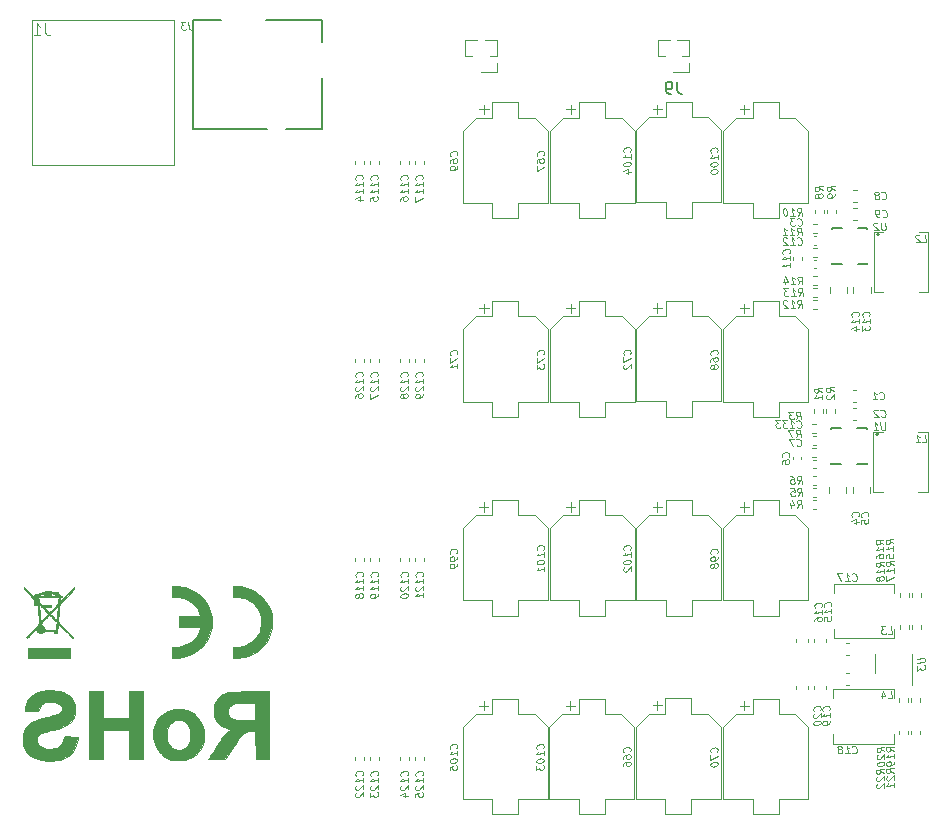
<source format=gbo>
%TF.GenerationSoftware,KiCad,Pcbnew,7.0.9*%
%TF.CreationDate,2024-12-30T23:35:23+08:00*%
%TF.ProjectId,ver0.1,76657230-2e31-42e6-9b69-6361645f7063,rev?*%
%TF.SameCoordinates,Original*%
%TF.FileFunction,Legend,Bot*%
%TF.FilePolarity,Positive*%
%FSLAX46Y46*%
G04 Gerber Fmt 4.6, Leading zero omitted, Abs format (unit mm)*
G04 Created by KiCad (PCBNEW 7.0.9) date 2024-12-30 23:35:23*
%MOMM*%
%LPD*%
G01*
G04 APERTURE LIST*
%ADD10C,0.076200*%
%ADD11C,0.150000*%
%ADD12C,0.100000*%
%ADD13C,0.010000*%
%ADD14C,0.120000*%
%ADD15C,0.127000*%
%ADD16C,0.200000*%
G04 APERTURE END LIST*
D10*
X180594453Y-99898923D02*
X180628471Y-99929162D01*
X180628471Y-99929162D02*
X180722965Y-99959400D01*
X180722965Y-99959400D02*
X180783441Y-99959400D01*
X180783441Y-99959400D02*
X180870376Y-99929162D01*
X180870376Y-99929162D02*
X180923292Y-99868685D01*
X180923292Y-99868685D02*
X180945971Y-99808209D01*
X180945971Y-99808209D02*
X180961090Y-99687257D01*
X180961090Y-99687257D02*
X180949751Y-99596542D01*
X180949751Y-99596542D02*
X180904394Y-99475590D01*
X180904394Y-99475590D02*
X180866596Y-99415114D01*
X180866596Y-99415114D02*
X180798560Y-99354638D01*
X180798560Y-99354638D02*
X180704066Y-99324400D01*
X180704066Y-99324400D02*
X180643590Y-99324400D01*
X180643590Y-99324400D02*
X180556656Y-99354638D01*
X180556656Y-99354638D02*
X180530197Y-99384876D01*
X179997251Y-99959400D02*
X180360108Y-99959400D01*
X180178679Y-99959400D02*
X180099304Y-99324400D01*
X180099304Y-99324400D02*
X180171120Y-99415114D01*
X180171120Y-99415114D02*
X180239156Y-99475590D01*
X180239156Y-99475590D02*
X180303411Y-99505828D01*
X178740523Y-92889765D02*
X178770762Y-92855747D01*
X178770762Y-92855747D02*
X178801000Y-92761253D01*
X178801000Y-92761253D02*
X178801000Y-92700777D01*
X178801000Y-92700777D02*
X178770762Y-92613842D01*
X178770762Y-92613842D02*
X178710285Y-92560926D01*
X178710285Y-92560926D02*
X178649809Y-92538247D01*
X178649809Y-92538247D02*
X178528857Y-92523128D01*
X178528857Y-92523128D02*
X178438142Y-92534467D01*
X178438142Y-92534467D02*
X178317190Y-92579824D01*
X178317190Y-92579824D02*
X178256714Y-92617622D01*
X178256714Y-92617622D02*
X178196238Y-92685658D01*
X178196238Y-92685658D02*
X178166000Y-92780152D01*
X178166000Y-92780152D02*
X178166000Y-92840628D01*
X178166000Y-92840628D02*
X178196238Y-92927563D01*
X178196238Y-92927563D02*
X178226476Y-92954021D01*
X178801000Y-93486967D02*
X178801000Y-93124110D01*
X178801000Y-93305539D02*
X178166000Y-93384914D01*
X178166000Y-93384914D02*
X178256714Y-93313098D01*
X178256714Y-93313098D02*
X178317190Y-93245063D01*
X178317190Y-93245063D02*
X178347428Y-93180807D01*
X178377666Y-94084170D02*
X178801000Y-94031253D01*
X178135762Y-93963217D02*
X178589333Y-93755330D01*
X178589333Y-93755330D02*
X178589333Y-94148426D01*
X152090343Y-112674824D02*
X152120582Y-112640806D01*
X152120582Y-112640806D02*
X152150820Y-112546312D01*
X152150820Y-112546312D02*
X152150820Y-112485836D01*
X152150820Y-112485836D02*
X152120582Y-112398901D01*
X152120582Y-112398901D02*
X152060105Y-112345985D01*
X152060105Y-112345985D02*
X151999629Y-112323306D01*
X151999629Y-112323306D02*
X151878677Y-112308187D01*
X151878677Y-112308187D02*
X151787962Y-112319526D01*
X151787962Y-112319526D02*
X151667010Y-112364883D01*
X151667010Y-112364883D02*
X151606534Y-112402681D01*
X151606534Y-112402681D02*
X151546058Y-112470717D01*
X151546058Y-112470717D02*
X151515820Y-112565211D01*
X151515820Y-112565211D02*
X151515820Y-112625687D01*
X151515820Y-112625687D02*
X151546058Y-112712622D01*
X151546058Y-112712622D02*
X151576296Y-112739080D01*
X152150820Y-113272026D02*
X152150820Y-112909169D01*
X152150820Y-113090598D02*
X151515820Y-113169973D01*
X151515820Y-113169973D02*
X151606534Y-113098157D01*
X151606534Y-113098157D02*
X151667010Y-113030122D01*
X151667010Y-113030122D02*
X151697248Y-112965866D01*
X151515820Y-113744497D02*
X151515820Y-113804973D01*
X151515820Y-113804973D02*
X151546058Y-113861669D01*
X151546058Y-113861669D02*
X151576296Y-113888128D01*
X151576296Y-113888128D02*
X151636772Y-113910806D01*
X151636772Y-113910806D02*
X151757724Y-113925925D01*
X151757724Y-113925925D02*
X151908915Y-113907026D01*
X151908915Y-113907026D02*
X152029867Y-113861669D01*
X152029867Y-113861669D02*
X152090343Y-113823872D01*
X152090343Y-113823872D02*
X152120582Y-113789854D01*
X152120582Y-113789854D02*
X152150820Y-113725598D01*
X152150820Y-113725598D02*
X152150820Y-113665122D01*
X152150820Y-113665122D02*
X152120582Y-113608425D01*
X152120582Y-113608425D02*
X152090343Y-113581967D01*
X152090343Y-113581967D02*
X152029867Y-113559288D01*
X152029867Y-113559288D02*
X151908915Y-113544169D01*
X151908915Y-113544169D02*
X151757724Y-113563068D01*
X151757724Y-113563068D02*
X151636772Y-113608425D01*
X151636772Y-113608425D02*
X151576296Y-113646223D01*
X151576296Y-113646223D02*
X151546058Y-113680241D01*
X151546058Y-113680241D02*
X151515820Y-113744497D01*
X152150820Y-114481550D02*
X152150820Y-114118693D01*
X152150820Y-114300122D02*
X151515820Y-114379497D01*
X151515820Y-114379497D02*
X151606534Y-114307681D01*
X151606534Y-114307681D02*
X151667010Y-114239646D01*
X151667010Y-114239646D02*
X151697248Y-114175390D01*
X173607034Y-86817923D02*
X173641052Y-86848162D01*
X173641052Y-86848162D02*
X173735546Y-86878400D01*
X173735546Y-86878400D02*
X173796022Y-86878400D01*
X173796022Y-86878400D02*
X173882957Y-86848162D01*
X173882957Y-86848162D02*
X173935873Y-86787685D01*
X173935873Y-86787685D02*
X173958552Y-86727209D01*
X173958552Y-86727209D02*
X173973671Y-86606257D01*
X173973671Y-86606257D02*
X173962332Y-86515542D01*
X173962332Y-86515542D02*
X173916975Y-86394590D01*
X173916975Y-86394590D02*
X173879177Y-86334114D01*
X173879177Y-86334114D02*
X173811141Y-86273638D01*
X173811141Y-86273638D02*
X173716647Y-86243400D01*
X173716647Y-86243400D02*
X173656171Y-86243400D01*
X173656171Y-86243400D02*
X173569237Y-86273638D01*
X173569237Y-86273638D02*
X173542778Y-86303876D01*
X173009832Y-86878400D02*
X173372689Y-86878400D01*
X173191260Y-86878400D02*
X173111885Y-86243400D01*
X173111885Y-86243400D02*
X173183701Y-86334114D01*
X173183701Y-86334114D02*
X173251737Y-86394590D01*
X173251737Y-86394590D02*
X173315992Y-86424828D01*
X172696111Y-86303876D02*
X172662094Y-86273638D01*
X172662094Y-86273638D02*
X172597838Y-86243400D01*
X172597838Y-86243400D02*
X172446647Y-86243400D01*
X172446647Y-86243400D02*
X172389951Y-86273638D01*
X172389951Y-86273638D02*
X172363492Y-86303876D01*
X172363492Y-86303876D02*
X172340814Y-86364352D01*
X172340814Y-86364352D02*
X172348373Y-86424828D01*
X172348373Y-86424828D02*
X172389951Y-86515542D01*
X172389951Y-86515542D02*
X172798165Y-86878400D01*
X172798165Y-86878400D02*
X172405070Y-86878400D01*
X137998923Y-81318464D02*
X138029162Y-81284446D01*
X138029162Y-81284446D02*
X138059400Y-81189952D01*
X138059400Y-81189952D02*
X138059400Y-81129476D01*
X138059400Y-81129476D02*
X138029162Y-81042541D01*
X138029162Y-81042541D02*
X137968685Y-80989625D01*
X137968685Y-80989625D02*
X137908209Y-80966946D01*
X137908209Y-80966946D02*
X137787257Y-80951827D01*
X137787257Y-80951827D02*
X137696542Y-80963166D01*
X137696542Y-80963166D02*
X137575590Y-81008523D01*
X137575590Y-81008523D02*
X137515114Y-81046321D01*
X137515114Y-81046321D02*
X137454638Y-81114357D01*
X137454638Y-81114357D02*
X137424400Y-81208851D01*
X137424400Y-81208851D02*
X137424400Y-81269327D01*
X137424400Y-81269327D02*
X137454638Y-81356262D01*
X137454638Y-81356262D02*
X137484876Y-81382720D01*
X138059400Y-81915666D02*
X138059400Y-81552809D01*
X138059400Y-81734238D02*
X137424400Y-81813613D01*
X137424400Y-81813613D02*
X137515114Y-81741797D01*
X137515114Y-81741797D02*
X137575590Y-81673762D01*
X137575590Y-81673762D02*
X137605828Y-81609506D01*
X138059400Y-82520428D02*
X138059400Y-82157571D01*
X138059400Y-82339000D02*
X137424400Y-82418375D01*
X137424400Y-82418375D02*
X137515114Y-82346559D01*
X137515114Y-82346559D02*
X137575590Y-82278524D01*
X137575590Y-82278524D02*
X137605828Y-82214268D01*
X137424400Y-83174327D02*
X137424400Y-82871946D01*
X137424400Y-82871946D02*
X137726781Y-82803911D01*
X137726781Y-82803911D02*
X137696542Y-82837928D01*
X137696542Y-82837928D02*
X137666304Y-82902184D01*
X137666304Y-82902184D02*
X137666304Y-83053375D01*
X137666304Y-83053375D02*
X137696542Y-83110071D01*
X137696542Y-83110071D02*
X137726781Y-83136530D01*
X137726781Y-83136530D02*
X137787257Y-83159208D01*
X137787257Y-83159208D02*
X137938447Y-83140309D01*
X137938447Y-83140309D02*
X137998923Y-83102512D01*
X137998923Y-83102512D02*
X138029162Y-83068494D01*
X138029162Y-83068494D02*
X138059400Y-83004238D01*
X138059400Y-83004238D02*
X138059400Y-82853047D01*
X138059400Y-82853047D02*
X138029162Y-82796351D01*
X138029162Y-82796351D02*
X137998923Y-82769893D01*
X181002214Y-84998800D02*
X181066470Y-85512847D01*
X181066470Y-85512847D02*
X181043791Y-85573323D01*
X181043791Y-85573323D02*
X181017333Y-85603562D01*
X181017333Y-85603562D02*
X180960636Y-85633800D01*
X180960636Y-85633800D02*
X180839684Y-85633800D01*
X180839684Y-85633800D02*
X180775428Y-85603562D01*
X180775428Y-85603562D02*
X180741410Y-85573323D01*
X180741410Y-85573323D02*
X180703613Y-85512847D01*
X180703613Y-85512847D02*
X180639357Y-84998800D01*
X180374773Y-85059276D02*
X180340756Y-85029038D01*
X180340756Y-85029038D02*
X180276500Y-84998800D01*
X180276500Y-84998800D02*
X180125309Y-84998800D01*
X180125309Y-84998800D02*
X180068613Y-85029038D01*
X180068613Y-85029038D02*
X180042154Y-85059276D01*
X180042154Y-85059276D02*
X180019476Y-85119752D01*
X180019476Y-85119752D02*
X180027035Y-85180228D01*
X180027035Y-85180228D02*
X180068613Y-85270942D01*
X180068613Y-85270942D02*
X180476827Y-85633800D01*
X180476827Y-85633800D02*
X180083732Y-85633800D01*
X166796943Y-112977205D02*
X166827182Y-112943187D01*
X166827182Y-112943187D02*
X166857420Y-112848693D01*
X166857420Y-112848693D02*
X166857420Y-112788217D01*
X166857420Y-112788217D02*
X166827182Y-112701282D01*
X166827182Y-112701282D02*
X166766705Y-112648366D01*
X166766705Y-112648366D02*
X166706229Y-112625687D01*
X166706229Y-112625687D02*
X166585277Y-112610568D01*
X166585277Y-112610568D02*
X166494562Y-112621907D01*
X166494562Y-112621907D02*
X166373610Y-112667264D01*
X166373610Y-112667264D02*
X166313134Y-112705062D01*
X166313134Y-112705062D02*
X166252658Y-112773098D01*
X166252658Y-112773098D02*
X166222420Y-112867592D01*
X166222420Y-112867592D02*
X166222420Y-112928068D01*
X166222420Y-112928068D02*
X166252658Y-113015003D01*
X166252658Y-113015003D02*
X166282896Y-113041461D01*
X166857420Y-113272026D02*
X166857420Y-113392979D01*
X166857420Y-113392979D02*
X166827182Y-113457235D01*
X166827182Y-113457235D02*
X166796943Y-113491253D01*
X166796943Y-113491253D02*
X166706229Y-113563068D01*
X166706229Y-113563068D02*
X166585277Y-113608425D01*
X166585277Y-113608425D02*
X166343372Y-113638663D01*
X166343372Y-113638663D02*
X166282896Y-113615985D01*
X166282896Y-113615985D02*
X166252658Y-113589526D01*
X166252658Y-113589526D02*
X166222420Y-113532830D01*
X166222420Y-113532830D02*
X166222420Y-113411878D01*
X166222420Y-113411878D02*
X166252658Y-113347622D01*
X166252658Y-113347622D02*
X166282896Y-113313604D01*
X166282896Y-113313604D02*
X166343372Y-113275806D01*
X166343372Y-113275806D02*
X166494562Y-113256907D01*
X166494562Y-113256907D02*
X166555039Y-113279586D01*
X166555039Y-113279586D02*
X166585277Y-113306044D01*
X166585277Y-113306044D02*
X166615515Y-113362741D01*
X166615515Y-113362741D02*
X166615515Y-113483693D01*
X166615515Y-113483693D02*
X166585277Y-113547949D01*
X166585277Y-113547949D02*
X166555039Y-113581967D01*
X166555039Y-113581967D02*
X166494562Y-113619764D01*
X166494562Y-113982622D02*
X166464324Y-113925925D01*
X166464324Y-113925925D02*
X166434086Y-113899467D01*
X166434086Y-113899467D02*
X166373610Y-113876788D01*
X166373610Y-113876788D02*
X166343372Y-113880568D01*
X166343372Y-113880568D02*
X166282896Y-113918366D01*
X166282896Y-113918366D02*
X166252658Y-113952384D01*
X166252658Y-113952384D02*
X166222420Y-114016640D01*
X166222420Y-114016640D02*
X166222420Y-114137592D01*
X166222420Y-114137592D02*
X166252658Y-114194288D01*
X166252658Y-114194288D02*
X166282896Y-114220747D01*
X166282896Y-114220747D02*
X166343372Y-114243425D01*
X166343372Y-114243425D02*
X166373610Y-114239645D01*
X166373610Y-114239645D02*
X166434086Y-114201848D01*
X166434086Y-114201848D02*
X166464324Y-114167830D01*
X166464324Y-114167830D02*
X166494562Y-114103574D01*
X166494562Y-114103574D02*
X166494562Y-113982622D01*
X166494562Y-113982622D02*
X166524801Y-113918366D01*
X166524801Y-113918366D02*
X166555039Y-113884348D01*
X166555039Y-113884348D02*
X166615515Y-113846550D01*
X166615515Y-113846550D02*
X166736467Y-113831431D01*
X166736467Y-113831431D02*
X166796943Y-113854110D01*
X166796943Y-113854110D02*
X166827182Y-113880568D01*
X166827182Y-113880568D02*
X166857420Y-113937265D01*
X166857420Y-113937265D02*
X166857420Y-114058217D01*
X166857420Y-114058217D02*
X166827182Y-114122473D01*
X166827182Y-114122473D02*
X166796943Y-114156491D01*
X166796943Y-114156491D02*
X166736467Y-114194288D01*
X166736467Y-114194288D02*
X166615515Y-114209407D01*
X166615515Y-114209407D02*
X166555039Y-114186729D01*
X166555039Y-114186729D02*
X166524801Y-114160270D01*
X166524801Y-114160270D02*
X166494562Y-114103574D01*
X138019223Y-131779584D02*
X138049462Y-131745566D01*
X138049462Y-131745566D02*
X138079700Y-131651072D01*
X138079700Y-131651072D02*
X138079700Y-131590596D01*
X138079700Y-131590596D02*
X138049462Y-131503661D01*
X138049462Y-131503661D02*
X137988985Y-131450745D01*
X137988985Y-131450745D02*
X137928509Y-131428066D01*
X137928509Y-131428066D02*
X137807557Y-131412947D01*
X137807557Y-131412947D02*
X137716842Y-131424286D01*
X137716842Y-131424286D02*
X137595890Y-131469643D01*
X137595890Y-131469643D02*
X137535414Y-131507441D01*
X137535414Y-131507441D02*
X137474938Y-131575477D01*
X137474938Y-131575477D02*
X137444700Y-131669971D01*
X137444700Y-131669971D02*
X137444700Y-131730447D01*
X137444700Y-131730447D02*
X137474938Y-131817382D01*
X137474938Y-131817382D02*
X137505176Y-131843840D01*
X138079700Y-132376786D02*
X138079700Y-132013929D01*
X138079700Y-132195358D02*
X137444700Y-132274733D01*
X137444700Y-132274733D02*
X137535414Y-132202917D01*
X137535414Y-132202917D02*
X137595890Y-132134882D01*
X137595890Y-132134882D02*
X137626128Y-132070626D01*
X137505176Y-132690507D02*
X137474938Y-132724524D01*
X137474938Y-132724524D02*
X137444700Y-132788780D01*
X137444700Y-132788780D02*
X137444700Y-132939971D01*
X137444700Y-132939971D02*
X137474938Y-132996667D01*
X137474938Y-132996667D02*
X137505176Y-133023126D01*
X137505176Y-133023126D02*
X137565652Y-133045804D01*
X137565652Y-133045804D02*
X137626128Y-133038245D01*
X137626128Y-133038245D02*
X137716842Y-132996667D01*
X137716842Y-132996667D02*
X138079700Y-132588453D01*
X138079700Y-132588453D02*
X138079700Y-132981548D01*
X137444700Y-133272590D02*
X137444700Y-133665685D01*
X137444700Y-133665685D02*
X137686604Y-133423781D01*
X137686604Y-133423781D02*
X137686604Y-133514495D01*
X137686604Y-133514495D02*
X137716842Y-133571191D01*
X137716842Y-133571191D02*
X137747081Y-133597650D01*
X137747081Y-133597650D02*
X137807557Y-133620328D01*
X137807557Y-133620328D02*
X137958747Y-133601429D01*
X137958747Y-133601429D02*
X138019223Y-133563632D01*
X138019223Y-133563632D02*
X138049462Y-133529614D01*
X138049462Y-133529614D02*
X138079700Y-133465358D01*
X138079700Y-133465358D02*
X138079700Y-133283929D01*
X138079700Y-133283929D02*
X138049462Y-133227233D01*
X138049462Y-133227233D02*
X138019223Y-133200775D01*
X183756240Y-121918425D02*
X184270287Y-121854169D01*
X184270287Y-121854169D02*
X184330763Y-121876848D01*
X184330763Y-121876848D02*
X184361002Y-121903306D01*
X184361002Y-121903306D02*
X184391240Y-121960003D01*
X184391240Y-121960003D02*
X184391240Y-122080955D01*
X184391240Y-122080955D02*
X184361002Y-122145211D01*
X184361002Y-122145211D02*
X184330763Y-122179229D01*
X184330763Y-122179229D02*
X184270287Y-122217026D01*
X184270287Y-122217026D02*
X183756240Y-122281282D01*
X183756240Y-122523187D02*
X183756240Y-122916282D01*
X183756240Y-122916282D02*
X183998144Y-122674378D01*
X183998144Y-122674378D02*
X183998144Y-122765092D01*
X183998144Y-122765092D02*
X184028382Y-122821788D01*
X184028382Y-122821788D02*
X184058621Y-122848247D01*
X184058621Y-122848247D02*
X184119097Y-122870925D01*
X184119097Y-122870925D02*
X184270287Y-122852026D01*
X184270287Y-122852026D02*
X184330763Y-122814229D01*
X184330763Y-122814229D02*
X184361002Y-122780211D01*
X184361002Y-122780211D02*
X184391240Y-122715955D01*
X184391240Y-122715955D02*
X184391240Y-122534526D01*
X184391240Y-122534526D02*
X184361002Y-122477830D01*
X184361002Y-122477830D02*
X184330763Y-122451372D01*
X181262413Y-125283200D02*
X181564794Y-125283200D01*
X181564794Y-125283200D02*
X181485419Y-124648200D01*
X180725686Y-124859866D02*
X180778603Y-125283200D01*
X180846639Y-124617962D02*
X181054526Y-125071533D01*
X181054526Y-125071533D02*
X180661430Y-125071533D01*
X180909200Y-131617205D02*
X180606819Y-131443336D01*
X180909200Y-131254348D02*
X180274200Y-131333723D01*
X180274200Y-131333723D02*
X180274200Y-131575628D01*
X180274200Y-131575628D02*
X180304438Y-131632324D01*
X180304438Y-131632324D02*
X180334676Y-131658783D01*
X180334676Y-131658783D02*
X180395152Y-131681461D01*
X180395152Y-131681461D02*
X180485866Y-131670122D01*
X180485866Y-131670122D02*
X180546342Y-131632324D01*
X180546342Y-131632324D02*
X180576581Y-131598307D01*
X180576581Y-131598307D02*
X180606819Y-131534051D01*
X180606819Y-131534051D02*
X180606819Y-131292146D01*
X180334676Y-131930926D02*
X180304438Y-131964943D01*
X180304438Y-131964943D02*
X180274200Y-132029199D01*
X180274200Y-132029199D02*
X180274200Y-132180390D01*
X180274200Y-132180390D02*
X180304438Y-132237086D01*
X180304438Y-132237086D02*
X180334676Y-132263545D01*
X180334676Y-132263545D02*
X180395152Y-132286223D01*
X180395152Y-132286223D02*
X180455628Y-132278664D01*
X180455628Y-132278664D02*
X180546342Y-132237086D01*
X180546342Y-132237086D02*
X180909200Y-131828872D01*
X180909200Y-131828872D02*
X180909200Y-132221967D01*
X180334676Y-132535688D02*
X180304438Y-132569705D01*
X180304438Y-132569705D02*
X180274200Y-132633961D01*
X180274200Y-132633961D02*
X180274200Y-132785152D01*
X180274200Y-132785152D02*
X180304438Y-132841848D01*
X180304438Y-132841848D02*
X180334676Y-132868307D01*
X180334676Y-132868307D02*
X180395152Y-132890985D01*
X180395152Y-132890985D02*
X180455628Y-132883426D01*
X180455628Y-132883426D02*
X180546342Y-132841848D01*
X180546342Y-132841848D02*
X180909200Y-132433634D01*
X180909200Y-132433634D02*
X180909200Y-132826729D01*
X173690794Y-91196400D02*
X173864663Y-90894019D01*
X174053651Y-91196400D02*
X173974276Y-90561400D01*
X173974276Y-90561400D02*
X173732371Y-90561400D01*
X173732371Y-90561400D02*
X173675675Y-90591638D01*
X173675675Y-90591638D02*
X173649216Y-90621876D01*
X173649216Y-90621876D02*
X173626538Y-90682352D01*
X173626538Y-90682352D02*
X173637877Y-90773066D01*
X173637877Y-90773066D02*
X173675675Y-90833542D01*
X173675675Y-90833542D02*
X173709692Y-90863781D01*
X173709692Y-90863781D02*
X173773948Y-90894019D01*
X173773948Y-90894019D02*
X174015853Y-90894019D01*
X173086032Y-91196400D02*
X173448889Y-91196400D01*
X173267460Y-91196400D02*
X173188085Y-90561400D01*
X173188085Y-90561400D02*
X173259901Y-90652114D01*
X173259901Y-90652114D02*
X173327937Y-90712590D01*
X173327937Y-90712590D02*
X173392192Y-90742828D01*
X172794990Y-90561400D02*
X172401895Y-90561400D01*
X172401895Y-90561400D02*
X172643800Y-90803304D01*
X172643800Y-90803304D02*
X172553085Y-90803304D01*
X172553085Y-90803304D02*
X172496389Y-90833542D01*
X172496389Y-90833542D02*
X172469930Y-90863781D01*
X172469930Y-90863781D02*
X172447252Y-90924257D01*
X172447252Y-90924257D02*
X172466151Y-91075447D01*
X172466151Y-91075447D02*
X172503948Y-91135923D01*
X172503948Y-91135923D02*
X172537966Y-91166162D01*
X172537966Y-91166162D02*
X172602222Y-91196400D01*
X172602222Y-91196400D02*
X172783651Y-91196400D01*
X172783651Y-91196400D02*
X172840347Y-91166162D01*
X172840347Y-91166162D02*
X172866805Y-91135923D01*
X180823053Y-84481123D02*
X180857071Y-84511362D01*
X180857071Y-84511362D02*
X180951565Y-84541600D01*
X180951565Y-84541600D02*
X181012041Y-84541600D01*
X181012041Y-84541600D02*
X181098976Y-84511362D01*
X181098976Y-84511362D02*
X181151892Y-84450885D01*
X181151892Y-84450885D02*
X181174571Y-84390409D01*
X181174571Y-84390409D02*
X181189690Y-84269457D01*
X181189690Y-84269457D02*
X181178351Y-84178742D01*
X181178351Y-84178742D02*
X181132994Y-84057790D01*
X181132994Y-84057790D02*
X181095196Y-83997314D01*
X181095196Y-83997314D02*
X181027160Y-83936838D01*
X181027160Y-83936838D02*
X180932666Y-83906600D01*
X180932666Y-83906600D02*
X180872190Y-83906600D01*
X180872190Y-83906600D02*
X180785256Y-83936838D01*
X180785256Y-83936838D02*
X180758797Y-83967076D01*
X180528232Y-84541600D02*
X180407279Y-84541600D01*
X180407279Y-84541600D02*
X180343023Y-84511362D01*
X180343023Y-84511362D02*
X180309006Y-84481123D01*
X180309006Y-84481123D02*
X180237190Y-84390409D01*
X180237190Y-84390409D02*
X180191833Y-84269457D01*
X180191833Y-84269457D02*
X180161595Y-84027552D01*
X180161595Y-84027552D02*
X180184273Y-83967076D01*
X180184273Y-83967076D02*
X180210732Y-83936838D01*
X180210732Y-83936838D02*
X180267428Y-83906600D01*
X180267428Y-83906600D02*
X180388381Y-83906600D01*
X180388381Y-83906600D02*
X180452636Y-83936838D01*
X180452636Y-83936838D02*
X180486654Y-83967076D01*
X180486654Y-83967076D02*
X180524452Y-84027552D01*
X180524452Y-84027552D02*
X180543351Y-84178742D01*
X180543351Y-84178742D02*
X180520672Y-84239219D01*
X180520672Y-84239219D02*
X180494214Y-84269457D01*
X180494214Y-84269457D02*
X180437517Y-84299695D01*
X180437517Y-84299695D02*
X180316565Y-84299695D01*
X180316565Y-84299695D02*
X180252309Y-84269457D01*
X180252309Y-84269457D02*
X180218291Y-84239219D01*
X180218291Y-84239219D02*
X180180494Y-84178742D01*
X181772800Y-129712205D02*
X181470419Y-129538336D01*
X181772800Y-129349348D02*
X181137800Y-129428723D01*
X181137800Y-129428723D02*
X181137800Y-129670628D01*
X181137800Y-129670628D02*
X181168038Y-129727324D01*
X181168038Y-129727324D02*
X181198276Y-129753783D01*
X181198276Y-129753783D02*
X181258752Y-129776461D01*
X181258752Y-129776461D02*
X181349466Y-129765122D01*
X181349466Y-129765122D02*
X181409942Y-129727324D01*
X181409942Y-129727324D02*
X181440181Y-129693307D01*
X181440181Y-129693307D02*
X181470419Y-129629051D01*
X181470419Y-129629051D02*
X181470419Y-129387146D01*
X181772800Y-130316967D02*
X181772800Y-129954110D01*
X181772800Y-130135539D02*
X181137800Y-130214914D01*
X181137800Y-130214914D02*
X181228514Y-130143098D01*
X181228514Y-130143098D02*
X181288990Y-130075063D01*
X181288990Y-130075063D02*
X181319228Y-130010807D01*
X181772800Y-130619348D02*
X181772800Y-130740301D01*
X181772800Y-130740301D02*
X181742562Y-130804557D01*
X181742562Y-130804557D02*
X181712323Y-130838575D01*
X181712323Y-130838575D02*
X181621609Y-130910390D01*
X181621609Y-130910390D02*
X181500657Y-130955747D01*
X181500657Y-130955747D02*
X181258752Y-130985985D01*
X181258752Y-130985985D02*
X181198276Y-130963307D01*
X181198276Y-130963307D02*
X181168038Y-130936848D01*
X181168038Y-130936848D02*
X181137800Y-130880152D01*
X181137800Y-130880152D02*
X181137800Y-130759200D01*
X181137800Y-130759200D02*
X181168038Y-130694944D01*
X181168038Y-130694944D02*
X181198276Y-130660926D01*
X181198276Y-130660926D02*
X181258752Y-130623128D01*
X181258752Y-130623128D02*
X181409942Y-130604229D01*
X181409942Y-130604229D02*
X181470419Y-130626908D01*
X181470419Y-130626908D02*
X181500657Y-130653366D01*
X181500657Y-130653366D02*
X181530895Y-130710063D01*
X181530895Y-130710063D02*
X181530895Y-130831015D01*
X181530895Y-130831015D02*
X181500657Y-130895271D01*
X181500657Y-130895271D02*
X181470419Y-130929289D01*
X181470419Y-130929289D02*
X181409942Y-130967086D01*
X179553323Y-109854546D02*
X179583562Y-109820528D01*
X179583562Y-109820528D02*
X179613800Y-109726034D01*
X179613800Y-109726034D02*
X179613800Y-109665558D01*
X179613800Y-109665558D02*
X179583562Y-109578623D01*
X179583562Y-109578623D02*
X179523085Y-109525707D01*
X179523085Y-109525707D02*
X179462609Y-109503028D01*
X179462609Y-109503028D02*
X179341657Y-109487909D01*
X179341657Y-109487909D02*
X179250942Y-109499248D01*
X179250942Y-109499248D02*
X179129990Y-109544605D01*
X179129990Y-109544605D02*
X179069514Y-109582403D01*
X179069514Y-109582403D02*
X179009038Y-109650439D01*
X179009038Y-109650439D02*
X178978800Y-109744933D01*
X178978800Y-109744933D02*
X178978800Y-109805409D01*
X178978800Y-109805409D02*
X179009038Y-109892344D01*
X179009038Y-109892344D02*
X179039276Y-109918802D01*
X178978800Y-110500885D02*
X178978800Y-110198504D01*
X178978800Y-110198504D02*
X179281181Y-110130469D01*
X179281181Y-110130469D02*
X179250942Y-110164486D01*
X179250942Y-110164486D02*
X179220704Y-110228742D01*
X179220704Y-110228742D02*
X179220704Y-110379933D01*
X179220704Y-110379933D02*
X179250942Y-110436629D01*
X179250942Y-110436629D02*
X179281181Y-110463088D01*
X179281181Y-110463088D02*
X179341657Y-110485766D01*
X179341657Y-110485766D02*
X179492847Y-110466867D01*
X179492847Y-110466867D02*
X179553323Y-110429070D01*
X179553323Y-110429070D02*
X179583562Y-110395052D01*
X179583562Y-110395052D02*
X179613800Y-110330796D01*
X179613800Y-110330796D02*
X179613800Y-110179605D01*
X179613800Y-110179605D02*
X179583562Y-110122909D01*
X179583562Y-110122909D02*
X179553323Y-110096451D01*
X159429923Y-78980060D02*
X159460162Y-78946042D01*
X159460162Y-78946042D02*
X159490400Y-78851548D01*
X159490400Y-78851548D02*
X159490400Y-78791072D01*
X159490400Y-78791072D02*
X159460162Y-78704137D01*
X159460162Y-78704137D02*
X159399685Y-78651221D01*
X159399685Y-78651221D02*
X159339209Y-78628542D01*
X159339209Y-78628542D02*
X159218257Y-78613423D01*
X159218257Y-78613423D02*
X159127542Y-78624762D01*
X159127542Y-78624762D02*
X159006590Y-78670119D01*
X159006590Y-78670119D02*
X158946114Y-78707917D01*
X158946114Y-78707917D02*
X158885638Y-78775953D01*
X158885638Y-78775953D02*
X158855400Y-78870447D01*
X158855400Y-78870447D02*
X158855400Y-78930923D01*
X158855400Y-78930923D02*
X158885638Y-79017858D01*
X158885638Y-79017858D02*
X158915876Y-79044316D01*
X159490400Y-79577262D02*
X159490400Y-79214405D01*
X159490400Y-79395834D02*
X158855400Y-79475209D01*
X158855400Y-79475209D02*
X158946114Y-79403393D01*
X158946114Y-79403393D02*
X159006590Y-79335358D01*
X159006590Y-79335358D02*
X159036828Y-79271102D01*
X158855400Y-80049733D02*
X158855400Y-80110209D01*
X158855400Y-80110209D02*
X158885638Y-80166905D01*
X158885638Y-80166905D02*
X158915876Y-80193364D01*
X158915876Y-80193364D02*
X158976352Y-80216042D01*
X158976352Y-80216042D02*
X159097304Y-80231161D01*
X159097304Y-80231161D02*
X159248495Y-80212262D01*
X159248495Y-80212262D02*
X159369447Y-80166905D01*
X159369447Y-80166905D02*
X159429923Y-80129108D01*
X159429923Y-80129108D02*
X159460162Y-80095090D01*
X159460162Y-80095090D02*
X159490400Y-80030834D01*
X159490400Y-80030834D02*
X159490400Y-79970358D01*
X159490400Y-79970358D02*
X159460162Y-79913661D01*
X159460162Y-79913661D02*
X159429923Y-79887203D01*
X159429923Y-79887203D02*
X159369447Y-79864524D01*
X159369447Y-79864524D02*
X159248495Y-79849405D01*
X159248495Y-79849405D02*
X159097304Y-79868304D01*
X159097304Y-79868304D02*
X158976352Y-79913661D01*
X158976352Y-79913661D02*
X158915876Y-79951459D01*
X158915876Y-79951459D02*
X158885638Y-79985477D01*
X158885638Y-79985477D02*
X158855400Y-80049733D01*
X159067066Y-80779227D02*
X159490400Y-80726310D01*
X158825162Y-80658274D02*
X159278733Y-80450387D01*
X159278733Y-80450387D02*
X159278733Y-80843483D01*
X144724343Y-129489824D02*
X144754582Y-129455806D01*
X144754582Y-129455806D02*
X144784820Y-129361312D01*
X144784820Y-129361312D02*
X144784820Y-129300836D01*
X144784820Y-129300836D02*
X144754582Y-129213901D01*
X144754582Y-129213901D02*
X144694105Y-129160985D01*
X144694105Y-129160985D02*
X144633629Y-129138306D01*
X144633629Y-129138306D02*
X144512677Y-129123187D01*
X144512677Y-129123187D02*
X144421962Y-129134526D01*
X144421962Y-129134526D02*
X144301010Y-129179883D01*
X144301010Y-129179883D02*
X144240534Y-129217681D01*
X144240534Y-129217681D02*
X144180058Y-129285717D01*
X144180058Y-129285717D02*
X144149820Y-129380211D01*
X144149820Y-129380211D02*
X144149820Y-129440687D01*
X144149820Y-129440687D02*
X144180058Y-129527622D01*
X144180058Y-129527622D02*
X144210296Y-129554080D01*
X144784820Y-130087026D02*
X144784820Y-129724169D01*
X144784820Y-129905598D02*
X144149820Y-129984973D01*
X144149820Y-129984973D02*
X144240534Y-129913157D01*
X144240534Y-129913157D02*
X144301010Y-129845122D01*
X144301010Y-129845122D02*
X144331248Y-129780866D01*
X144149820Y-130559497D02*
X144149820Y-130619973D01*
X144149820Y-130619973D02*
X144180058Y-130676669D01*
X144180058Y-130676669D02*
X144210296Y-130703128D01*
X144210296Y-130703128D02*
X144270772Y-130725806D01*
X144270772Y-130725806D02*
X144391724Y-130740925D01*
X144391724Y-130740925D02*
X144542915Y-130722026D01*
X144542915Y-130722026D02*
X144663867Y-130676669D01*
X144663867Y-130676669D02*
X144724343Y-130638872D01*
X144724343Y-130638872D02*
X144754582Y-130604854D01*
X144754582Y-130604854D02*
X144784820Y-130540598D01*
X144784820Y-130540598D02*
X144784820Y-130480122D01*
X144784820Y-130480122D02*
X144754582Y-130423425D01*
X144754582Y-130423425D02*
X144724343Y-130396967D01*
X144724343Y-130396967D02*
X144663867Y-130374288D01*
X144663867Y-130374288D02*
X144542915Y-130359169D01*
X144542915Y-130359169D02*
X144391724Y-130378068D01*
X144391724Y-130378068D02*
X144270772Y-130423425D01*
X144270772Y-130423425D02*
X144210296Y-130461223D01*
X144210296Y-130461223D02*
X144180058Y-130495241D01*
X144180058Y-130495241D02*
X144149820Y-130559497D01*
X144149820Y-131345687D02*
X144149820Y-131043306D01*
X144149820Y-131043306D02*
X144452201Y-130975271D01*
X144452201Y-130975271D02*
X144421962Y-131009288D01*
X144421962Y-131009288D02*
X144391724Y-131073544D01*
X144391724Y-131073544D02*
X144391724Y-131224735D01*
X144391724Y-131224735D02*
X144421962Y-131281431D01*
X144421962Y-131281431D02*
X144452201Y-131307890D01*
X144452201Y-131307890D02*
X144512677Y-131330568D01*
X144512677Y-131330568D02*
X144663867Y-131311669D01*
X144663867Y-131311669D02*
X144724343Y-131273872D01*
X144724343Y-131273872D02*
X144754582Y-131239854D01*
X144754582Y-131239854D02*
X144784820Y-131175598D01*
X144784820Y-131175598D02*
X144784820Y-131024407D01*
X144784820Y-131024407D02*
X144754582Y-130967711D01*
X144754582Y-130967711D02*
X144724343Y-130941253D01*
X176743600Y-82237186D02*
X176441219Y-82063317D01*
X176743600Y-81874329D02*
X176108600Y-81953704D01*
X176108600Y-81953704D02*
X176108600Y-82195609D01*
X176108600Y-82195609D02*
X176138838Y-82252305D01*
X176138838Y-82252305D02*
X176169076Y-82278764D01*
X176169076Y-82278764D02*
X176229552Y-82301442D01*
X176229552Y-82301442D02*
X176320266Y-82290103D01*
X176320266Y-82290103D02*
X176380742Y-82252305D01*
X176380742Y-82252305D02*
X176410981Y-82218288D01*
X176410981Y-82218288D02*
X176441219Y-82154032D01*
X176441219Y-82154032D02*
X176441219Y-81912127D01*
X176743600Y-82539567D02*
X176743600Y-82660520D01*
X176743600Y-82660520D02*
X176713362Y-82724776D01*
X176713362Y-82724776D02*
X176683123Y-82758794D01*
X176683123Y-82758794D02*
X176592409Y-82830609D01*
X176592409Y-82830609D02*
X176471457Y-82875966D01*
X176471457Y-82875966D02*
X176229552Y-82906204D01*
X176229552Y-82906204D02*
X176169076Y-82883526D01*
X176169076Y-82883526D02*
X176138838Y-82857067D01*
X176138838Y-82857067D02*
X176108600Y-82800371D01*
X176108600Y-82800371D02*
X176108600Y-82679419D01*
X176108600Y-82679419D02*
X176138838Y-82615163D01*
X176138838Y-82615163D02*
X176169076Y-82581145D01*
X176169076Y-82581145D02*
X176229552Y-82543347D01*
X176229552Y-82543347D02*
X176380742Y-82524448D01*
X176380742Y-82524448D02*
X176441219Y-82547127D01*
X176441219Y-82547127D02*
X176471457Y-82573585D01*
X176471457Y-82573585D02*
X176501695Y-82630282D01*
X176501695Y-82630282D02*
X176501695Y-82751234D01*
X176501695Y-82751234D02*
X176471457Y-82815490D01*
X176471457Y-82815490D02*
X176441219Y-82849508D01*
X176441219Y-82849508D02*
X176380742Y-82887305D01*
X180883800Y-112186205D02*
X180581419Y-112012336D01*
X180883800Y-111823348D02*
X180248800Y-111902723D01*
X180248800Y-111902723D02*
X180248800Y-112144628D01*
X180248800Y-112144628D02*
X180279038Y-112201324D01*
X180279038Y-112201324D02*
X180309276Y-112227783D01*
X180309276Y-112227783D02*
X180369752Y-112250461D01*
X180369752Y-112250461D02*
X180460466Y-112239122D01*
X180460466Y-112239122D02*
X180520942Y-112201324D01*
X180520942Y-112201324D02*
X180551181Y-112167307D01*
X180551181Y-112167307D02*
X180581419Y-112103051D01*
X180581419Y-112103051D02*
X180581419Y-111861146D01*
X180883800Y-112790967D02*
X180883800Y-112428110D01*
X180883800Y-112609539D02*
X180248800Y-112688914D01*
X180248800Y-112688914D02*
X180339514Y-112617098D01*
X180339514Y-112617098D02*
X180399990Y-112549063D01*
X180399990Y-112549063D02*
X180430228Y-112484807D01*
X180248800Y-113414628D02*
X180248800Y-113293676D01*
X180248800Y-113293676D02*
X180279038Y-113229420D01*
X180279038Y-113229420D02*
X180309276Y-113195402D01*
X180309276Y-113195402D02*
X180399990Y-113123586D01*
X180399990Y-113123586D02*
X180520942Y-113078229D01*
X180520942Y-113078229D02*
X180762847Y-113047991D01*
X180762847Y-113047991D02*
X180823323Y-113070670D01*
X180823323Y-113070670D02*
X180853562Y-113097128D01*
X180853562Y-113097128D02*
X180883800Y-113153825D01*
X180883800Y-113153825D02*
X180883800Y-113274777D01*
X180883800Y-113274777D02*
X180853562Y-113339033D01*
X180853562Y-113339033D02*
X180823323Y-113373051D01*
X180823323Y-113373051D02*
X180762847Y-113410848D01*
X180762847Y-113410848D02*
X180611657Y-113429747D01*
X180611657Y-113429747D02*
X180551181Y-113407069D01*
X180551181Y-113407069D02*
X180520942Y-113380610D01*
X180520942Y-113380610D02*
X180490704Y-113323914D01*
X180490704Y-113323914D02*
X180490704Y-113202961D01*
X180490704Y-113202961D02*
X180520942Y-113138705D01*
X180520942Y-113138705D02*
X180551181Y-113104688D01*
X180551181Y-113104688D02*
X180611657Y-113066890D01*
X141808923Y-81318464D02*
X141839162Y-81284446D01*
X141839162Y-81284446D02*
X141869400Y-81189952D01*
X141869400Y-81189952D02*
X141869400Y-81129476D01*
X141869400Y-81129476D02*
X141839162Y-81042541D01*
X141839162Y-81042541D02*
X141778685Y-80989625D01*
X141778685Y-80989625D02*
X141718209Y-80966946D01*
X141718209Y-80966946D02*
X141597257Y-80951827D01*
X141597257Y-80951827D02*
X141506542Y-80963166D01*
X141506542Y-80963166D02*
X141385590Y-81008523D01*
X141385590Y-81008523D02*
X141325114Y-81046321D01*
X141325114Y-81046321D02*
X141264638Y-81114357D01*
X141264638Y-81114357D02*
X141234400Y-81208851D01*
X141234400Y-81208851D02*
X141234400Y-81269327D01*
X141234400Y-81269327D02*
X141264638Y-81356262D01*
X141264638Y-81356262D02*
X141294876Y-81382720D01*
X141869400Y-81915666D02*
X141869400Y-81552809D01*
X141869400Y-81734238D02*
X141234400Y-81813613D01*
X141234400Y-81813613D02*
X141325114Y-81741797D01*
X141325114Y-81741797D02*
X141385590Y-81673762D01*
X141385590Y-81673762D02*
X141415828Y-81609506D01*
X141869400Y-82520428D02*
X141869400Y-82157571D01*
X141869400Y-82339000D02*
X141234400Y-82418375D01*
X141234400Y-82418375D02*
X141325114Y-82346559D01*
X141325114Y-82346559D02*
X141385590Y-82278524D01*
X141385590Y-82278524D02*
X141415828Y-82214268D01*
X141234400Y-82811470D02*
X141234400Y-83234803D01*
X141234400Y-83234803D02*
X141869400Y-82883286D01*
X173515413Y-103159800D02*
X173689282Y-102857419D01*
X173878270Y-103159800D02*
X173798895Y-102524800D01*
X173798895Y-102524800D02*
X173556990Y-102524800D01*
X173556990Y-102524800D02*
X173500294Y-102555038D01*
X173500294Y-102555038D02*
X173473835Y-102585276D01*
X173473835Y-102585276D02*
X173451157Y-102645752D01*
X173451157Y-102645752D02*
X173462496Y-102736466D01*
X173462496Y-102736466D02*
X173500294Y-102796942D01*
X173500294Y-102796942D02*
X173534311Y-102827181D01*
X173534311Y-102827181D02*
X173598567Y-102857419D01*
X173598567Y-102857419D02*
X173840472Y-102857419D01*
X173224371Y-102524800D02*
X172801038Y-102524800D01*
X172801038Y-102524800D02*
X173152556Y-103159800D01*
X180909200Y-114065805D02*
X180606819Y-113891936D01*
X180909200Y-113702948D02*
X180274200Y-113782323D01*
X180274200Y-113782323D02*
X180274200Y-114024228D01*
X180274200Y-114024228D02*
X180304438Y-114080924D01*
X180304438Y-114080924D02*
X180334676Y-114107383D01*
X180334676Y-114107383D02*
X180395152Y-114130061D01*
X180395152Y-114130061D02*
X180485866Y-114118722D01*
X180485866Y-114118722D02*
X180546342Y-114080924D01*
X180546342Y-114080924D02*
X180576581Y-114046907D01*
X180576581Y-114046907D02*
X180606819Y-113982651D01*
X180606819Y-113982651D02*
X180606819Y-113740746D01*
X180909200Y-114670567D02*
X180909200Y-114307710D01*
X180909200Y-114489139D02*
X180274200Y-114568514D01*
X180274200Y-114568514D02*
X180364914Y-114496698D01*
X180364914Y-114496698D02*
X180425390Y-114428663D01*
X180425390Y-114428663D02*
X180455628Y-114364407D01*
X180546342Y-115078782D02*
X180516104Y-115022085D01*
X180516104Y-115022085D02*
X180485866Y-114995627D01*
X180485866Y-114995627D02*
X180425390Y-114972948D01*
X180425390Y-114972948D02*
X180395152Y-114976728D01*
X180395152Y-114976728D02*
X180334676Y-115014526D01*
X180334676Y-115014526D02*
X180304438Y-115048544D01*
X180304438Y-115048544D02*
X180274200Y-115112800D01*
X180274200Y-115112800D02*
X180274200Y-115233752D01*
X180274200Y-115233752D02*
X180304438Y-115290448D01*
X180304438Y-115290448D02*
X180334676Y-115316907D01*
X180334676Y-115316907D02*
X180395152Y-115339585D01*
X180395152Y-115339585D02*
X180425390Y-115335805D01*
X180425390Y-115335805D02*
X180485866Y-115298008D01*
X180485866Y-115298008D02*
X180516104Y-115263990D01*
X180516104Y-115263990D02*
X180546342Y-115199734D01*
X180546342Y-115199734D02*
X180546342Y-115078782D01*
X180546342Y-115078782D02*
X180576581Y-115014526D01*
X180576581Y-115014526D02*
X180606819Y-114980508D01*
X180606819Y-114980508D02*
X180667295Y-114942710D01*
X180667295Y-114942710D02*
X180788247Y-114927591D01*
X180788247Y-114927591D02*
X180848723Y-114950270D01*
X180848723Y-114950270D02*
X180878962Y-114976728D01*
X180878962Y-114976728D02*
X180909200Y-115033425D01*
X180909200Y-115033425D02*
X180909200Y-115154377D01*
X180909200Y-115154377D02*
X180878962Y-115218633D01*
X180878962Y-115218633D02*
X180848723Y-115252651D01*
X180848723Y-115252651D02*
X180788247Y-115290448D01*
X180788247Y-115290448D02*
X180667295Y-115305567D01*
X180667295Y-115305567D02*
X180606819Y-115282889D01*
X180606819Y-115282889D02*
X180576581Y-115256430D01*
X180576581Y-115256430D02*
X180546342Y-115199734D01*
X184183413Y-103591600D02*
X184485794Y-103591600D01*
X184485794Y-103591600D02*
X184406419Y-102956600D01*
X183639127Y-103591600D02*
X184001984Y-103591600D01*
X183820555Y-103591600D02*
X183741180Y-102956600D01*
X183741180Y-102956600D02*
X183812996Y-103047314D01*
X183812996Y-103047314D02*
X183881032Y-103107790D01*
X183881032Y-103107790D02*
X183945287Y-103138028D01*
X141808923Y-97997584D02*
X141839162Y-97963566D01*
X141839162Y-97963566D02*
X141869400Y-97869072D01*
X141869400Y-97869072D02*
X141869400Y-97808596D01*
X141869400Y-97808596D02*
X141839162Y-97721661D01*
X141839162Y-97721661D02*
X141778685Y-97668745D01*
X141778685Y-97668745D02*
X141718209Y-97646066D01*
X141718209Y-97646066D02*
X141597257Y-97630947D01*
X141597257Y-97630947D02*
X141506542Y-97642286D01*
X141506542Y-97642286D02*
X141385590Y-97687643D01*
X141385590Y-97687643D02*
X141325114Y-97725441D01*
X141325114Y-97725441D02*
X141264638Y-97793477D01*
X141264638Y-97793477D02*
X141234400Y-97887971D01*
X141234400Y-97887971D02*
X141234400Y-97948447D01*
X141234400Y-97948447D02*
X141264638Y-98035382D01*
X141264638Y-98035382D02*
X141294876Y-98061840D01*
X141869400Y-98594786D02*
X141869400Y-98231929D01*
X141869400Y-98413358D02*
X141234400Y-98492733D01*
X141234400Y-98492733D02*
X141325114Y-98420917D01*
X141325114Y-98420917D02*
X141385590Y-98352882D01*
X141385590Y-98352882D02*
X141415828Y-98288626D01*
X141294876Y-98908507D02*
X141264638Y-98942524D01*
X141264638Y-98942524D02*
X141234400Y-99006780D01*
X141234400Y-99006780D02*
X141234400Y-99157971D01*
X141234400Y-99157971D02*
X141264638Y-99214667D01*
X141264638Y-99214667D02*
X141294876Y-99241126D01*
X141294876Y-99241126D02*
X141355352Y-99263804D01*
X141355352Y-99263804D02*
X141415828Y-99256245D01*
X141415828Y-99256245D02*
X141506542Y-99214667D01*
X141506542Y-99214667D02*
X141869400Y-98806453D01*
X141869400Y-98806453D02*
X141869400Y-99199548D01*
X141869400Y-99501929D02*
X141869400Y-99622882D01*
X141869400Y-99622882D02*
X141839162Y-99687138D01*
X141839162Y-99687138D02*
X141808923Y-99721156D01*
X141808923Y-99721156D02*
X141718209Y-99792971D01*
X141718209Y-99792971D02*
X141597257Y-99838328D01*
X141597257Y-99838328D02*
X141355352Y-99868566D01*
X141355352Y-99868566D02*
X141294876Y-99845888D01*
X141294876Y-99845888D02*
X141264638Y-99819429D01*
X141264638Y-99819429D02*
X141234400Y-99762733D01*
X141234400Y-99762733D02*
X141234400Y-99641781D01*
X141234400Y-99641781D02*
X141264638Y-99577525D01*
X141264638Y-99577525D02*
X141294876Y-99543507D01*
X141294876Y-99543507D02*
X141355352Y-99505709D01*
X141355352Y-99505709D02*
X141506542Y-99486810D01*
X141506542Y-99486810D02*
X141567019Y-99509489D01*
X141567019Y-99509489D02*
X141597257Y-99535947D01*
X141597257Y-99535947D02*
X141627495Y-99592644D01*
X141627495Y-99592644D02*
X141627495Y-99713596D01*
X141627495Y-99713596D02*
X141597257Y-99777852D01*
X141597257Y-99777852D02*
X141567019Y-99811870D01*
X141567019Y-99811870D02*
X141506542Y-99849667D01*
X173558653Y-103861323D02*
X173592671Y-103891562D01*
X173592671Y-103891562D02*
X173687165Y-103921800D01*
X173687165Y-103921800D02*
X173747641Y-103921800D01*
X173747641Y-103921800D02*
X173834576Y-103891562D01*
X173834576Y-103891562D02*
X173887492Y-103831085D01*
X173887492Y-103831085D02*
X173910171Y-103770609D01*
X173910171Y-103770609D02*
X173925290Y-103649657D01*
X173925290Y-103649657D02*
X173913951Y-103558942D01*
X173913951Y-103558942D02*
X173868594Y-103437990D01*
X173868594Y-103437990D02*
X173830796Y-103377514D01*
X173830796Y-103377514D02*
X173762760Y-103317038D01*
X173762760Y-103317038D02*
X173668266Y-103286800D01*
X173668266Y-103286800D02*
X173607790Y-103286800D01*
X173607790Y-103286800D02*
X173520856Y-103317038D01*
X173520856Y-103317038D02*
X173494397Y-103347276D01*
X173275171Y-103286800D02*
X172851838Y-103286800D01*
X172851838Y-103286800D02*
X173203356Y-103921800D01*
X166796943Y-129792205D02*
X166827182Y-129758187D01*
X166827182Y-129758187D02*
X166857420Y-129663693D01*
X166857420Y-129663693D02*
X166857420Y-129603217D01*
X166857420Y-129603217D02*
X166827182Y-129516282D01*
X166827182Y-129516282D02*
X166766705Y-129463366D01*
X166766705Y-129463366D02*
X166706229Y-129440687D01*
X166706229Y-129440687D02*
X166585277Y-129425568D01*
X166585277Y-129425568D02*
X166494562Y-129436907D01*
X166494562Y-129436907D02*
X166373610Y-129482264D01*
X166373610Y-129482264D02*
X166313134Y-129520062D01*
X166313134Y-129520062D02*
X166252658Y-129588098D01*
X166252658Y-129588098D02*
X166222420Y-129682592D01*
X166222420Y-129682592D02*
X166222420Y-129743068D01*
X166222420Y-129743068D02*
X166252658Y-129830003D01*
X166252658Y-129830003D02*
X166282896Y-129856461D01*
X166222420Y-130075687D02*
X166222420Y-130499020D01*
X166222420Y-130499020D02*
X166857420Y-130147503D01*
X166222420Y-130861878D02*
X166222420Y-130922354D01*
X166222420Y-130922354D02*
X166252658Y-130979050D01*
X166252658Y-130979050D02*
X166282896Y-131005509D01*
X166282896Y-131005509D02*
X166343372Y-131028187D01*
X166343372Y-131028187D02*
X166464324Y-131043306D01*
X166464324Y-131043306D02*
X166615515Y-131024407D01*
X166615515Y-131024407D02*
X166736467Y-130979050D01*
X166736467Y-130979050D02*
X166796943Y-130941253D01*
X166796943Y-130941253D02*
X166827182Y-130907235D01*
X166827182Y-130907235D02*
X166857420Y-130842979D01*
X166857420Y-130842979D02*
X166857420Y-130782503D01*
X166857420Y-130782503D02*
X166827182Y-130725806D01*
X166827182Y-130725806D02*
X166796943Y-130699348D01*
X166796943Y-130699348D02*
X166736467Y-130676669D01*
X166736467Y-130676669D02*
X166615515Y-130661550D01*
X166615515Y-130661550D02*
X166464324Y-130680449D01*
X166464324Y-130680449D02*
X166343372Y-130725806D01*
X166343372Y-130725806D02*
X166282896Y-130763604D01*
X166282896Y-130763604D02*
X166252658Y-130797622D01*
X166252658Y-130797622D02*
X166222420Y-130861878D01*
X152089323Y-79300765D02*
X152119562Y-79266747D01*
X152119562Y-79266747D02*
X152149800Y-79172253D01*
X152149800Y-79172253D02*
X152149800Y-79111777D01*
X152149800Y-79111777D02*
X152119562Y-79024842D01*
X152119562Y-79024842D02*
X152059085Y-78971926D01*
X152059085Y-78971926D02*
X151998609Y-78949247D01*
X151998609Y-78949247D02*
X151877657Y-78934128D01*
X151877657Y-78934128D02*
X151786942Y-78945467D01*
X151786942Y-78945467D02*
X151665990Y-78990824D01*
X151665990Y-78990824D02*
X151605514Y-79028622D01*
X151605514Y-79028622D02*
X151545038Y-79096658D01*
X151545038Y-79096658D02*
X151514800Y-79191152D01*
X151514800Y-79191152D02*
X151514800Y-79251628D01*
X151514800Y-79251628D02*
X151545038Y-79338563D01*
X151545038Y-79338563D02*
X151575276Y-79365021D01*
X151514800Y-79916866D02*
X151514800Y-79795914D01*
X151514800Y-79795914D02*
X151545038Y-79731658D01*
X151545038Y-79731658D02*
X151575276Y-79697640D01*
X151575276Y-79697640D02*
X151665990Y-79625824D01*
X151665990Y-79625824D02*
X151786942Y-79580467D01*
X151786942Y-79580467D02*
X152028847Y-79550229D01*
X152028847Y-79550229D02*
X152089323Y-79572908D01*
X152089323Y-79572908D02*
X152119562Y-79599366D01*
X152119562Y-79599366D02*
X152149800Y-79656063D01*
X152149800Y-79656063D02*
X152149800Y-79777015D01*
X152149800Y-79777015D02*
X152119562Y-79841271D01*
X152119562Y-79841271D02*
X152089323Y-79875289D01*
X152089323Y-79875289D02*
X152028847Y-79913086D01*
X152028847Y-79913086D02*
X151877657Y-79931985D01*
X151877657Y-79931985D02*
X151817181Y-79909307D01*
X151817181Y-79909307D02*
X151786942Y-79882848D01*
X151786942Y-79882848D02*
X151756704Y-79826152D01*
X151756704Y-79826152D02*
X151756704Y-79705199D01*
X151756704Y-79705199D02*
X151786942Y-79640943D01*
X151786942Y-79640943D02*
X151817181Y-79606926D01*
X151817181Y-79606926D02*
X151877657Y-79569128D01*
X151514800Y-80189009D02*
X151514800Y-80612342D01*
X151514800Y-80612342D02*
X152149800Y-80260825D01*
X144749743Y-96136805D02*
X144779982Y-96102787D01*
X144779982Y-96102787D02*
X144810220Y-96008293D01*
X144810220Y-96008293D02*
X144810220Y-95947817D01*
X144810220Y-95947817D02*
X144779982Y-95860882D01*
X144779982Y-95860882D02*
X144719505Y-95807966D01*
X144719505Y-95807966D02*
X144659029Y-95785287D01*
X144659029Y-95785287D02*
X144538077Y-95770168D01*
X144538077Y-95770168D02*
X144447362Y-95781507D01*
X144447362Y-95781507D02*
X144326410Y-95826864D01*
X144326410Y-95826864D02*
X144265934Y-95864662D01*
X144265934Y-95864662D02*
X144205458Y-95932698D01*
X144205458Y-95932698D02*
X144175220Y-96027192D01*
X144175220Y-96027192D02*
X144175220Y-96087668D01*
X144175220Y-96087668D02*
X144205458Y-96174603D01*
X144205458Y-96174603D02*
X144235696Y-96201061D01*
X144175220Y-96420287D02*
X144175220Y-96843620D01*
X144175220Y-96843620D02*
X144810220Y-96492103D01*
X144810220Y-97338769D02*
X144810220Y-96975912D01*
X144810220Y-97157341D02*
X144175220Y-97236716D01*
X144175220Y-97236716D02*
X144265934Y-97164900D01*
X144265934Y-97164900D02*
X144326410Y-97096865D01*
X144326410Y-97096865D02*
X144356648Y-97032609D01*
X138024323Y-114913984D02*
X138054562Y-114879966D01*
X138054562Y-114879966D02*
X138084800Y-114785472D01*
X138084800Y-114785472D02*
X138084800Y-114724996D01*
X138084800Y-114724996D02*
X138054562Y-114638061D01*
X138054562Y-114638061D02*
X137994085Y-114585145D01*
X137994085Y-114585145D02*
X137933609Y-114562466D01*
X137933609Y-114562466D02*
X137812657Y-114547347D01*
X137812657Y-114547347D02*
X137721942Y-114558686D01*
X137721942Y-114558686D02*
X137600990Y-114604043D01*
X137600990Y-114604043D02*
X137540514Y-114641841D01*
X137540514Y-114641841D02*
X137480038Y-114709877D01*
X137480038Y-114709877D02*
X137449800Y-114804371D01*
X137449800Y-114804371D02*
X137449800Y-114864847D01*
X137449800Y-114864847D02*
X137480038Y-114951782D01*
X137480038Y-114951782D02*
X137510276Y-114978240D01*
X138084800Y-115511186D02*
X138084800Y-115148329D01*
X138084800Y-115329758D02*
X137449800Y-115409133D01*
X137449800Y-115409133D02*
X137540514Y-115337317D01*
X137540514Y-115337317D02*
X137600990Y-115269282D01*
X137600990Y-115269282D02*
X137631228Y-115205026D01*
X138084800Y-116115948D02*
X138084800Y-115753091D01*
X138084800Y-115934520D02*
X137449800Y-116013895D01*
X137449800Y-116013895D02*
X137540514Y-115942079D01*
X137540514Y-115942079D02*
X137600990Y-115874044D01*
X137600990Y-115874044D02*
X137631228Y-115809788D01*
X138084800Y-116418329D02*
X138084800Y-116539282D01*
X138084800Y-116539282D02*
X138054562Y-116603538D01*
X138054562Y-116603538D02*
X138024323Y-116637556D01*
X138024323Y-116637556D02*
X137933609Y-116709371D01*
X137933609Y-116709371D02*
X137812657Y-116754728D01*
X137812657Y-116754728D02*
X137570752Y-116784966D01*
X137570752Y-116784966D02*
X137510276Y-116762288D01*
X137510276Y-116762288D02*
X137480038Y-116735829D01*
X137480038Y-116735829D02*
X137449800Y-116679133D01*
X137449800Y-116679133D02*
X137449800Y-116558181D01*
X137449800Y-116558181D02*
X137480038Y-116493925D01*
X137480038Y-116493925D02*
X137510276Y-116459907D01*
X137510276Y-116459907D02*
X137570752Y-116422109D01*
X137570752Y-116422109D02*
X137721942Y-116403210D01*
X137721942Y-116403210D02*
X137782419Y-116425889D01*
X137782419Y-116425889D02*
X137812657Y-116452347D01*
X137812657Y-116452347D02*
X137842895Y-116509044D01*
X137842895Y-116509044D02*
X137842895Y-116629996D01*
X137842895Y-116629996D02*
X137812657Y-116694252D01*
X137812657Y-116694252D02*
X137782419Y-116728270D01*
X137782419Y-116728270D02*
X137721942Y-116766067D01*
X181722000Y-112160805D02*
X181419619Y-111986936D01*
X181722000Y-111797948D02*
X181087000Y-111877323D01*
X181087000Y-111877323D02*
X181087000Y-112119228D01*
X181087000Y-112119228D02*
X181117238Y-112175924D01*
X181117238Y-112175924D02*
X181147476Y-112202383D01*
X181147476Y-112202383D02*
X181207952Y-112225061D01*
X181207952Y-112225061D02*
X181298666Y-112213722D01*
X181298666Y-112213722D02*
X181359142Y-112175924D01*
X181359142Y-112175924D02*
X181389381Y-112141907D01*
X181389381Y-112141907D02*
X181419619Y-112077651D01*
X181419619Y-112077651D02*
X181419619Y-111835746D01*
X181722000Y-112765567D02*
X181722000Y-112402710D01*
X181722000Y-112584139D02*
X181087000Y-112663514D01*
X181087000Y-112663514D02*
X181177714Y-112591698D01*
X181177714Y-112591698D02*
X181238190Y-112523663D01*
X181238190Y-112523663D02*
X181268428Y-112459407D01*
X181087000Y-113419466D02*
X181087000Y-113117085D01*
X181087000Y-113117085D02*
X181389381Y-113049050D01*
X181389381Y-113049050D02*
X181359142Y-113083067D01*
X181359142Y-113083067D02*
X181328904Y-113147323D01*
X181328904Y-113147323D02*
X181328904Y-113298514D01*
X181328904Y-113298514D02*
X181359142Y-113355210D01*
X181359142Y-113355210D02*
X181389381Y-113381669D01*
X181389381Y-113381669D02*
X181449857Y-113404347D01*
X181449857Y-113404347D02*
X181601047Y-113385448D01*
X181601047Y-113385448D02*
X181661523Y-113347651D01*
X181661523Y-113347651D02*
X181691762Y-113313633D01*
X181691762Y-113313633D02*
X181722000Y-113249377D01*
X181722000Y-113249377D02*
X181722000Y-113098186D01*
X181722000Y-113098186D02*
X181691762Y-113041490D01*
X181691762Y-113041490D02*
X181661523Y-113015032D01*
X180976814Y-101915200D02*
X181041070Y-102429247D01*
X181041070Y-102429247D02*
X181018391Y-102489723D01*
X181018391Y-102489723D02*
X180991933Y-102519962D01*
X180991933Y-102519962D02*
X180935236Y-102550200D01*
X180935236Y-102550200D02*
X180814284Y-102550200D01*
X180814284Y-102550200D02*
X180750028Y-102519962D01*
X180750028Y-102519962D02*
X180716010Y-102489723D01*
X180716010Y-102489723D02*
X180678213Y-102429247D01*
X180678213Y-102429247D02*
X180613957Y-101915200D01*
X180058332Y-102550200D02*
X180421189Y-102550200D01*
X180239760Y-102550200D02*
X180160385Y-101915200D01*
X180160385Y-101915200D02*
X180232201Y-102005914D01*
X180232201Y-102005914D02*
X180300237Y-102066390D01*
X180300237Y-102066390D02*
X180364492Y-102096628D01*
X173665394Y-90205800D02*
X173839263Y-89903419D01*
X174028251Y-90205800D02*
X173948876Y-89570800D01*
X173948876Y-89570800D02*
X173706971Y-89570800D01*
X173706971Y-89570800D02*
X173650275Y-89601038D01*
X173650275Y-89601038D02*
X173623816Y-89631276D01*
X173623816Y-89631276D02*
X173601138Y-89691752D01*
X173601138Y-89691752D02*
X173612477Y-89782466D01*
X173612477Y-89782466D02*
X173650275Y-89842942D01*
X173650275Y-89842942D02*
X173684292Y-89873181D01*
X173684292Y-89873181D02*
X173748548Y-89903419D01*
X173748548Y-89903419D02*
X173990453Y-89903419D01*
X173060632Y-90205800D02*
X173423489Y-90205800D01*
X173242060Y-90205800D02*
X173162685Y-89570800D01*
X173162685Y-89570800D02*
X173234501Y-89661514D01*
X173234501Y-89661514D02*
X173302537Y-89721990D01*
X173302537Y-89721990D02*
X173366792Y-89752228D01*
X172463429Y-89782466D02*
X172516346Y-90205800D01*
X172584382Y-89540562D02*
X172792269Y-89994133D01*
X172792269Y-89994133D02*
X172399173Y-89994133D01*
X175727600Y-82262586D02*
X175425219Y-82088717D01*
X175727600Y-81899729D02*
X175092600Y-81979104D01*
X175092600Y-81979104D02*
X175092600Y-82221009D01*
X175092600Y-82221009D02*
X175122838Y-82277705D01*
X175122838Y-82277705D02*
X175153076Y-82304164D01*
X175153076Y-82304164D02*
X175213552Y-82326842D01*
X175213552Y-82326842D02*
X175304266Y-82315503D01*
X175304266Y-82315503D02*
X175364742Y-82277705D01*
X175364742Y-82277705D02*
X175394981Y-82243688D01*
X175394981Y-82243688D02*
X175425219Y-82179432D01*
X175425219Y-82179432D02*
X175425219Y-81937527D01*
X175364742Y-82670801D02*
X175334504Y-82614104D01*
X175334504Y-82614104D02*
X175304266Y-82587646D01*
X175304266Y-82587646D02*
X175243790Y-82564967D01*
X175243790Y-82564967D02*
X175213552Y-82568747D01*
X175213552Y-82568747D02*
X175153076Y-82606545D01*
X175153076Y-82606545D02*
X175122838Y-82640563D01*
X175122838Y-82640563D02*
X175092600Y-82704819D01*
X175092600Y-82704819D02*
X175092600Y-82825771D01*
X175092600Y-82825771D02*
X175122838Y-82882467D01*
X175122838Y-82882467D02*
X175153076Y-82908926D01*
X175153076Y-82908926D02*
X175213552Y-82931604D01*
X175213552Y-82931604D02*
X175243790Y-82927824D01*
X175243790Y-82927824D02*
X175304266Y-82890027D01*
X175304266Y-82890027D02*
X175334504Y-82856009D01*
X175334504Y-82856009D02*
X175364742Y-82791753D01*
X175364742Y-82791753D02*
X175364742Y-82670801D01*
X175364742Y-82670801D02*
X175394981Y-82606545D01*
X175394981Y-82606545D02*
X175425219Y-82572527D01*
X175425219Y-82572527D02*
X175485695Y-82534729D01*
X175485695Y-82534729D02*
X175606647Y-82519610D01*
X175606647Y-82519610D02*
X175667123Y-82542289D01*
X175667123Y-82542289D02*
X175697362Y-82568747D01*
X175697362Y-82568747D02*
X175727600Y-82625444D01*
X175727600Y-82625444D02*
X175727600Y-82746396D01*
X175727600Y-82746396D02*
X175697362Y-82810652D01*
X175697362Y-82810652D02*
X175667123Y-82844670D01*
X175667123Y-82844670D02*
X175606647Y-82882467D01*
X175606647Y-82882467D02*
X175485695Y-82897586D01*
X175485695Y-82897586D02*
X175425219Y-82874908D01*
X175425219Y-82874908D02*
X175394981Y-82848449D01*
X175394981Y-82848449D02*
X175364742Y-82791753D01*
X178255234Y-129870923D02*
X178289252Y-129901162D01*
X178289252Y-129901162D02*
X178383746Y-129931400D01*
X178383746Y-129931400D02*
X178444222Y-129931400D01*
X178444222Y-129931400D02*
X178531157Y-129901162D01*
X178531157Y-129901162D02*
X178584073Y-129840685D01*
X178584073Y-129840685D02*
X178606752Y-129780209D01*
X178606752Y-129780209D02*
X178621871Y-129659257D01*
X178621871Y-129659257D02*
X178610532Y-129568542D01*
X178610532Y-129568542D02*
X178565175Y-129447590D01*
X178565175Y-129447590D02*
X178527377Y-129387114D01*
X178527377Y-129387114D02*
X178459341Y-129326638D01*
X178459341Y-129326638D02*
X178364847Y-129296400D01*
X178364847Y-129296400D02*
X178304371Y-129296400D01*
X178304371Y-129296400D02*
X178217437Y-129326638D01*
X178217437Y-129326638D02*
X178190978Y-129356876D01*
X177658032Y-129931400D02*
X178020889Y-129931400D01*
X177839460Y-129931400D02*
X177760085Y-129296400D01*
X177760085Y-129296400D02*
X177831901Y-129387114D01*
X177831901Y-129387114D02*
X177899937Y-129447590D01*
X177899937Y-129447590D02*
X177964192Y-129477828D01*
X177249817Y-129568542D02*
X177306514Y-129538304D01*
X177306514Y-129538304D02*
X177332972Y-129508066D01*
X177332972Y-129508066D02*
X177355651Y-129447590D01*
X177355651Y-129447590D02*
X177351871Y-129417352D01*
X177351871Y-129417352D02*
X177314073Y-129356876D01*
X177314073Y-129356876D02*
X177280055Y-129326638D01*
X177280055Y-129326638D02*
X177215800Y-129296400D01*
X177215800Y-129296400D02*
X177094847Y-129296400D01*
X177094847Y-129296400D02*
X177038151Y-129326638D01*
X177038151Y-129326638D02*
X177011692Y-129356876D01*
X177011692Y-129356876D02*
X176989014Y-129417352D01*
X176989014Y-129417352D02*
X176992794Y-129447590D01*
X176992794Y-129447590D02*
X177030591Y-129508066D01*
X177030591Y-129508066D02*
X177064609Y-129538304D01*
X177064609Y-129538304D02*
X177128865Y-129568542D01*
X177128865Y-129568542D02*
X177249817Y-129568542D01*
X177249817Y-129568542D02*
X177314073Y-129598781D01*
X177314073Y-129598781D02*
X177348091Y-129629019D01*
X177348091Y-129629019D02*
X177385889Y-129689495D01*
X177385889Y-129689495D02*
X177401008Y-129810447D01*
X177401008Y-129810447D02*
X177378329Y-129870923D01*
X177378329Y-129870923D02*
X177351871Y-129901162D01*
X177351871Y-129901162D02*
X177295175Y-129931400D01*
X177295175Y-129931400D02*
X177174222Y-129931400D01*
X177174222Y-129931400D02*
X177109966Y-129901162D01*
X177109966Y-129901162D02*
X177075948Y-129870923D01*
X177075948Y-129870923D02*
X177038151Y-129810447D01*
X177038151Y-129810447D02*
X177023032Y-129689495D01*
X177023032Y-129689495D02*
X177045710Y-129629019D01*
X177045710Y-129629019D02*
X177072169Y-129598781D01*
X177072169Y-129598781D02*
X177128865Y-129568542D01*
X144724343Y-112977205D02*
X144754582Y-112943187D01*
X144754582Y-112943187D02*
X144784820Y-112848693D01*
X144784820Y-112848693D02*
X144784820Y-112788217D01*
X144784820Y-112788217D02*
X144754582Y-112701282D01*
X144754582Y-112701282D02*
X144694105Y-112648366D01*
X144694105Y-112648366D02*
X144633629Y-112625687D01*
X144633629Y-112625687D02*
X144512677Y-112610568D01*
X144512677Y-112610568D02*
X144421962Y-112621907D01*
X144421962Y-112621907D02*
X144301010Y-112667264D01*
X144301010Y-112667264D02*
X144240534Y-112705062D01*
X144240534Y-112705062D02*
X144180058Y-112773098D01*
X144180058Y-112773098D02*
X144149820Y-112867592D01*
X144149820Y-112867592D02*
X144149820Y-112928068D01*
X144149820Y-112928068D02*
X144180058Y-113015003D01*
X144180058Y-113015003D02*
X144210296Y-113041461D01*
X144784820Y-113272026D02*
X144784820Y-113392979D01*
X144784820Y-113392979D02*
X144754582Y-113457235D01*
X144754582Y-113457235D02*
X144724343Y-113491253D01*
X144724343Y-113491253D02*
X144633629Y-113563068D01*
X144633629Y-113563068D02*
X144512677Y-113608425D01*
X144512677Y-113608425D02*
X144270772Y-113638663D01*
X144270772Y-113638663D02*
X144210296Y-113615985D01*
X144210296Y-113615985D02*
X144180058Y-113589526D01*
X144180058Y-113589526D02*
X144149820Y-113532830D01*
X144149820Y-113532830D02*
X144149820Y-113411878D01*
X144149820Y-113411878D02*
X144180058Y-113347622D01*
X144180058Y-113347622D02*
X144210296Y-113313604D01*
X144210296Y-113313604D02*
X144270772Y-113275806D01*
X144270772Y-113275806D02*
X144421962Y-113256907D01*
X144421962Y-113256907D02*
X144482439Y-113279586D01*
X144482439Y-113279586D02*
X144512677Y-113306044D01*
X144512677Y-113306044D02*
X144542915Y-113362741D01*
X144542915Y-113362741D02*
X144542915Y-113483693D01*
X144542915Y-113483693D02*
X144512677Y-113547949D01*
X144512677Y-113547949D02*
X144482439Y-113581967D01*
X144482439Y-113581967D02*
X144421962Y-113619764D01*
X144784820Y-113876788D02*
X144784820Y-113997741D01*
X144784820Y-113997741D02*
X144754582Y-114061997D01*
X144754582Y-114061997D02*
X144724343Y-114096015D01*
X144724343Y-114096015D02*
X144633629Y-114167830D01*
X144633629Y-114167830D02*
X144512677Y-114213187D01*
X144512677Y-114213187D02*
X144270772Y-114243425D01*
X144270772Y-114243425D02*
X144210296Y-114220747D01*
X144210296Y-114220747D02*
X144180058Y-114194288D01*
X144180058Y-114194288D02*
X144149820Y-114137592D01*
X144149820Y-114137592D02*
X144149820Y-114016640D01*
X144149820Y-114016640D02*
X144180058Y-113952384D01*
X144180058Y-113952384D02*
X144210296Y-113918366D01*
X144210296Y-113918366D02*
X144270772Y-113880568D01*
X144270772Y-113880568D02*
X144421962Y-113861669D01*
X144421962Y-113861669D02*
X144482439Y-113884348D01*
X144482439Y-113884348D02*
X144512677Y-113910806D01*
X144512677Y-113910806D02*
X144542915Y-113967503D01*
X144542915Y-113967503D02*
X144542915Y-114088455D01*
X144542915Y-114088455D02*
X144512677Y-114152711D01*
X144512677Y-114152711D02*
X144482439Y-114186729D01*
X144482439Y-114186729D02*
X144421962Y-114224526D01*
X173591613Y-109128800D02*
X173765482Y-108826419D01*
X173954470Y-109128800D02*
X173875095Y-108493800D01*
X173875095Y-108493800D02*
X173633190Y-108493800D01*
X173633190Y-108493800D02*
X173576494Y-108524038D01*
X173576494Y-108524038D02*
X173550035Y-108554276D01*
X173550035Y-108554276D02*
X173527357Y-108614752D01*
X173527357Y-108614752D02*
X173538696Y-108705466D01*
X173538696Y-108705466D02*
X173576494Y-108765942D01*
X173576494Y-108765942D02*
X173610511Y-108796181D01*
X173610511Y-108796181D02*
X173674767Y-108826419D01*
X173674767Y-108826419D02*
X173916672Y-108826419D01*
X172994410Y-108705466D02*
X173047327Y-109128800D01*
X173115363Y-108463562D02*
X173323250Y-108917133D01*
X173323250Y-108917133D02*
X172930154Y-108917133D01*
X173609453Y-85192323D02*
X173643471Y-85222562D01*
X173643471Y-85222562D02*
X173737965Y-85252800D01*
X173737965Y-85252800D02*
X173798441Y-85252800D01*
X173798441Y-85252800D02*
X173885376Y-85222562D01*
X173885376Y-85222562D02*
X173938292Y-85162085D01*
X173938292Y-85162085D02*
X173960971Y-85101609D01*
X173960971Y-85101609D02*
X173976090Y-84980657D01*
X173976090Y-84980657D02*
X173964751Y-84889942D01*
X173964751Y-84889942D02*
X173919394Y-84768990D01*
X173919394Y-84768990D02*
X173881596Y-84708514D01*
X173881596Y-84708514D02*
X173813560Y-84648038D01*
X173813560Y-84648038D02*
X173719066Y-84617800D01*
X173719066Y-84617800D02*
X173658590Y-84617800D01*
X173658590Y-84617800D02*
X173571656Y-84648038D01*
X173571656Y-84648038D02*
X173545197Y-84678276D01*
X173325971Y-84617800D02*
X172932876Y-84617800D01*
X172932876Y-84617800D02*
X173174781Y-84859704D01*
X173174781Y-84859704D02*
X173084066Y-84859704D01*
X173084066Y-84859704D02*
X173027370Y-84889942D01*
X173027370Y-84889942D02*
X173000911Y-84920181D01*
X173000911Y-84920181D02*
X172978233Y-84980657D01*
X172978233Y-84980657D02*
X172997132Y-85131847D01*
X172997132Y-85131847D02*
X173034929Y-85192323D01*
X173034929Y-85192323D02*
X173068947Y-85222562D01*
X173068947Y-85222562D02*
X173133203Y-85252800D01*
X173133203Y-85252800D02*
X173314632Y-85252800D01*
X173314632Y-85252800D02*
X173371328Y-85222562D01*
X173371328Y-85222562D02*
X173397786Y-85192323D01*
X159430943Y-96118481D02*
X159461182Y-96084463D01*
X159461182Y-96084463D02*
X159491420Y-95989969D01*
X159491420Y-95989969D02*
X159491420Y-95929493D01*
X159491420Y-95929493D02*
X159461182Y-95842558D01*
X159461182Y-95842558D02*
X159400705Y-95789642D01*
X159400705Y-95789642D02*
X159340229Y-95766963D01*
X159340229Y-95766963D02*
X159219277Y-95751844D01*
X159219277Y-95751844D02*
X159128562Y-95763183D01*
X159128562Y-95763183D02*
X159007610Y-95808540D01*
X159007610Y-95808540D02*
X158947134Y-95846338D01*
X158947134Y-95846338D02*
X158886658Y-95914374D01*
X158886658Y-95914374D02*
X158856420Y-96008868D01*
X158856420Y-96008868D02*
X158856420Y-96069344D01*
X158856420Y-96069344D02*
X158886658Y-96156279D01*
X158886658Y-96156279D02*
X158916896Y-96182737D01*
X158856420Y-96401963D02*
X158856420Y-96825296D01*
X158856420Y-96825296D02*
X159491420Y-96473779D01*
X158916896Y-97029404D02*
X158886658Y-97063421D01*
X158886658Y-97063421D02*
X158856420Y-97127677D01*
X158856420Y-97127677D02*
X158856420Y-97278868D01*
X158856420Y-97278868D02*
X158886658Y-97335564D01*
X158886658Y-97335564D02*
X158916896Y-97362023D01*
X158916896Y-97362023D02*
X158977372Y-97384701D01*
X158977372Y-97384701D02*
X159037848Y-97377142D01*
X159037848Y-97377142D02*
X159128562Y-97335564D01*
X159128562Y-97335564D02*
X159491420Y-96927350D01*
X159491420Y-96927350D02*
X159491420Y-97320445D01*
X180960000Y-129763005D02*
X180657619Y-129589136D01*
X180960000Y-129400148D02*
X180325000Y-129479523D01*
X180325000Y-129479523D02*
X180325000Y-129721428D01*
X180325000Y-129721428D02*
X180355238Y-129778124D01*
X180355238Y-129778124D02*
X180385476Y-129804583D01*
X180385476Y-129804583D02*
X180445952Y-129827261D01*
X180445952Y-129827261D02*
X180536666Y-129815922D01*
X180536666Y-129815922D02*
X180597142Y-129778124D01*
X180597142Y-129778124D02*
X180627381Y-129744107D01*
X180627381Y-129744107D02*
X180657619Y-129679851D01*
X180657619Y-129679851D02*
X180657619Y-129437946D01*
X180385476Y-130076726D02*
X180355238Y-130110743D01*
X180355238Y-130110743D02*
X180325000Y-130174999D01*
X180325000Y-130174999D02*
X180325000Y-130326190D01*
X180325000Y-130326190D02*
X180355238Y-130382886D01*
X180355238Y-130382886D02*
X180385476Y-130409345D01*
X180385476Y-130409345D02*
X180445952Y-130432023D01*
X180445952Y-130432023D02*
X180506428Y-130424464D01*
X180506428Y-130424464D02*
X180597142Y-130382886D01*
X180597142Y-130382886D02*
X180960000Y-129974672D01*
X180960000Y-129974672D02*
X180960000Y-130367767D01*
X180325000Y-130840238D02*
X180325000Y-130900714D01*
X180325000Y-130900714D02*
X180355238Y-130957410D01*
X180355238Y-130957410D02*
X180385476Y-130983869D01*
X180385476Y-130983869D02*
X180445952Y-131006547D01*
X180445952Y-131006547D02*
X180566904Y-131021666D01*
X180566904Y-131021666D02*
X180718095Y-131002767D01*
X180718095Y-131002767D02*
X180839047Y-130957410D01*
X180839047Y-130957410D02*
X180899523Y-130919613D01*
X180899523Y-130919613D02*
X180929762Y-130885595D01*
X180929762Y-130885595D02*
X180960000Y-130821339D01*
X180960000Y-130821339D02*
X180960000Y-130760863D01*
X180960000Y-130760863D02*
X180929762Y-130704166D01*
X180929762Y-130704166D02*
X180899523Y-130677708D01*
X180899523Y-130677708D02*
X180839047Y-130655029D01*
X180839047Y-130655029D02*
X180718095Y-130639910D01*
X180718095Y-130639910D02*
X180566904Y-130658809D01*
X180566904Y-130658809D02*
X180445952Y-130704166D01*
X180445952Y-130704166D02*
X180385476Y-130741964D01*
X180385476Y-130741964D02*
X180355238Y-130775982D01*
X180355238Y-130775982D02*
X180325000Y-130840238D01*
X176692800Y-99280586D02*
X176390419Y-99106717D01*
X176692800Y-98917729D02*
X176057800Y-98997104D01*
X176057800Y-98997104D02*
X176057800Y-99239009D01*
X176057800Y-99239009D02*
X176088038Y-99295705D01*
X176088038Y-99295705D02*
X176118276Y-99322164D01*
X176118276Y-99322164D02*
X176178752Y-99344842D01*
X176178752Y-99344842D02*
X176269466Y-99333503D01*
X176269466Y-99333503D02*
X176329942Y-99295705D01*
X176329942Y-99295705D02*
X176360181Y-99261688D01*
X176360181Y-99261688D02*
X176390419Y-99197432D01*
X176390419Y-99197432D02*
X176390419Y-98955527D01*
X176118276Y-99594307D02*
X176088038Y-99628324D01*
X176088038Y-99628324D02*
X176057800Y-99692580D01*
X176057800Y-99692580D02*
X176057800Y-99843771D01*
X176057800Y-99843771D02*
X176088038Y-99900467D01*
X176088038Y-99900467D02*
X176118276Y-99926926D01*
X176118276Y-99926926D02*
X176178752Y-99949604D01*
X176178752Y-99949604D02*
X176239228Y-99942045D01*
X176239228Y-99942045D02*
X176329942Y-99900467D01*
X176329942Y-99900467D02*
X176692800Y-99492253D01*
X176692800Y-99492253D02*
X176692800Y-99885348D01*
X140559223Y-131779584D02*
X140589462Y-131745566D01*
X140589462Y-131745566D02*
X140619700Y-131651072D01*
X140619700Y-131651072D02*
X140619700Y-131590596D01*
X140619700Y-131590596D02*
X140589462Y-131503661D01*
X140589462Y-131503661D02*
X140528985Y-131450745D01*
X140528985Y-131450745D02*
X140468509Y-131428066D01*
X140468509Y-131428066D02*
X140347557Y-131412947D01*
X140347557Y-131412947D02*
X140256842Y-131424286D01*
X140256842Y-131424286D02*
X140135890Y-131469643D01*
X140135890Y-131469643D02*
X140075414Y-131507441D01*
X140075414Y-131507441D02*
X140014938Y-131575477D01*
X140014938Y-131575477D02*
X139984700Y-131669971D01*
X139984700Y-131669971D02*
X139984700Y-131730447D01*
X139984700Y-131730447D02*
X140014938Y-131817382D01*
X140014938Y-131817382D02*
X140045176Y-131843840D01*
X140619700Y-132376786D02*
X140619700Y-132013929D01*
X140619700Y-132195358D02*
X139984700Y-132274733D01*
X139984700Y-132274733D02*
X140075414Y-132202917D01*
X140075414Y-132202917D02*
X140135890Y-132134882D01*
X140135890Y-132134882D02*
X140166128Y-132070626D01*
X140045176Y-132690507D02*
X140014938Y-132724524D01*
X140014938Y-132724524D02*
X139984700Y-132788780D01*
X139984700Y-132788780D02*
X139984700Y-132939971D01*
X139984700Y-132939971D02*
X140014938Y-132996667D01*
X140014938Y-132996667D02*
X140045176Y-133023126D01*
X140045176Y-133023126D02*
X140105652Y-133045804D01*
X140105652Y-133045804D02*
X140166128Y-133038245D01*
X140166128Y-133038245D02*
X140256842Y-132996667D01*
X140256842Y-132996667D02*
X140619700Y-132588453D01*
X140619700Y-132588453D02*
X140619700Y-132981548D01*
X140196366Y-133578751D02*
X140619700Y-133525834D01*
X139954462Y-133457798D02*
X140408033Y-133249911D01*
X140408033Y-133249911D02*
X140408033Y-133643007D01*
X173642413Y-108138200D02*
X173816282Y-107835819D01*
X174005270Y-108138200D02*
X173925895Y-107503200D01*
X173925895Y-107503200D02*
X173683990Y-107503200D01*
X173683990Y-107503200D02*
X173627294Y-107533438D01*
X173627294Y-107533438D02*
X173600835Y-107563676D01*
X173600835Y-107563676D02*
X173578157Y-107624152D01*
X173578157Y-107624152D02*
X173589496Y-107714866D01*
X173589496Y-107714866D02*
X173627294Y-107775342D01*
X173627294Y-107775342D02*
X173661311Y-107805581D01*
X173661311Y-107805581D02*
X173725567Y-107835819D01*
X173725567Y-107835819D02*
X173967472Y-107835819D01*
X172988514Y-107503200D02*
X173290895Y-107503200D01*
X173290895Y-107503200D02*
X173358931Y-107805581D01*
X173358931Y-107805581D02*
X173324913Y-107775342D01*
X173324913Y-107775342D02*
X173260657Y-107745104D01*
X173260657Y-107745104D02*
X173109466Y-107745104D01*
X173109466Y-107745104D02*
X173052770Y-107775342D01*
X173052770Y-107775342D02*
X173026311Y-107805581D01*
X173026311Y-107805581D02*
X173003633Y-107866057D01*
X173003633Y-107866057D02*
X173022532Y-108017247D01*
X173022532Y-108017247D02*
X173060329Y-108077723D01*
X173060329Y-108077723D02*
X173094347Y-108107962D01*
X173094347Y-108107962D02*
X173158603Y-108138200D01*
X173158603Y-108138200D02*
X173309794Y-108138200D01*
X173309794Y-108138200D02*
X173366490Y-108107962D01*
X173366490Y-108107962D02*
X173392948Y-108077723D01*
X181747400Y-131566405D02*
X181445019Y-131392536D01*
X181747400Y-131203548D02*
X181112400Y-131282923D01*
X181112400Y-131282923D02*
X181112400Y-131524828D01*
X181112400Y-131524828D02*
X181142638Y-131581524D01*
X181142638Y-131581524D02*
X181172876Y-131607983D01*
X181172876Y-131607983D02*
X181233352Y-131630661D01*
X181233352Y-131630661D02*
X181324066Y-131619322D01*
X181324066Y-131619322D02*
X181384542Y-131581524D01*
X181384542Y-131581524D02*
X181414781Y-131547507D01*
X181414781Y-131547507D02*
X181445019Y-131483251D01*
X181445019Y-131483251D02*
X181445019Y-131241346D01*
X181172876Y-131880126D02*
X181142638Y-131914143D01*
X181142638Y-131914143D02*
X181112400Y-131978399D01*
X181112400Y-131978399D02*
X181112400Y-132129590D01*
X181112400Y-132129590D02*
X181142638Y-132186286D01*
X181142638Y-132186286D02*
X181172876Y-132212745D01*
X181172876Y-132212745D02*
X181233352Y-132235423D01*
X181233352Y-132235423D02*
X181293828Y-132227864D01*
X181293828Y-132227864D02*
X181384542Y-132186286D01*
X181384542Y-132186286D02*
X181747400Y-131778072D01*
X181747400Y-131778072D02*
X181747400Y-132171167D01*
X181747400Y-132775929D02*
X181747400Y-132413072D01*
X181747400Y-132594501D02*
X181112400Y-132673876D01*
X181112400Y-132673876D02*
X181203114Y-132602060D01*
X181203114Y-132602060D02*
X181263590Y-132534025D01*
X181263590Y-132534025D02*
X181293828Y-132469769D01*
X178255234Y-115265923D02*
X178289252Y-115296162D01*
X178289252Y-115296162D02*
X178383746Y-115326400D01*
X178383746Y-115326400D02*
X178444222Y-115326400D01*
X178444222Y-115326400D02*
X178531157Y-115296162D01*
X178531157Y-115296162D02*
X178584073Y-115235685D01*
X178584073Y-115235685D02*
X178606752Y-115175209D01*
X178606752Y-115175209D02*
X178621871Y-115054257D01*
X178621871Y-115054257D02*
X178610532Y-114963542D01*
X178610532Y-114963542D02*
X178565175Y-114842590D01*
X178565175Y-114842590D02*
X178527377Y-114782114D01*
X178527377Y-114782114D02*
X178459341Y-114721638D01*
X178459341Y-114721638D02*
X178364847Y-114691400D01*
X178364847Y-114691400D02*
X178304371Y-114691400D01*
X178304371Y-114691400D02*
X178217437Y-114721638D01*
X178217437Y-114721638D02*
X178190978Y-114751876D01*
X177658032Y-115326400D02*
X178020889Y-115326400D01*
X177839460Y-115326400D02*
X177760085Y-114691400D01*
X177760085Y-114691400D02*
X177831901Y-114782114D01*
X177831901Y-114782114D02*
X177899937Y-114842590D01*
X177899937Y-114842590D02*
X177964192Y-114872828D01*
X177366990Y-114691400D02*
X176943657Y-114691400D01*
X176943657Y-114691400D02*
X177295175Y-115326400D01*
X173515413Y-101635800D02*
X173689282Y-101333419D01*
X173878270Y-101635800D02*
X173798895Y-101000800D01*
X173798895Y-101000800D02*
X173556990Y-101000800D01*
X173556990Y-101000800D02*
X173500294Y-101031038D01*
X173500294Y-101031038D02*
X173473835Y-101061276D01*
X173473835Y-101061276D02*
X173451157Y-101121752D01*
X173451157Y-101121752D02*
X173462496Y-101212466D01*
X173462496Y-101212466D02*
X173500294Y-101272942D01*
X173500294Y-101272942D02*
X173534311Y-101303181D01*
X173534311Y-101303181D02*
X173598567Y-101333419D01*
X173598567Y-101333419D02*
X173840472Y-101333419D01*
X173224371Y-101000800D02*
X172831276Y-101000800D01*
X172831276Y-101000800D02*
X173073181Y-101242704D01*
X173073181Y-101242704D02*
X172982466Y-101242704D01*
X172982466Y-101242704D02*
X172925770Y-101272942D01*
X172925770Y-101272942D02*
X172899311Y-101303181D01*
X172899311Y-101303181D02*
X172876633Y-101363657D01*
X172876633Y-101363657D02*
X172895532Y-101514847D01*
X172895532Y-101514847D02*
X172933329Y-101575323D01*
X172933329Y-101575323D02*
X172967347Y-101605562D01*
X172967347Y-101605562D02*
X173031603Y-101635800D01*
X173031603Y-101635800D02*
X173213032Y-101635800D01*
X173213032Y-101635800D02*
X173269728Y-101605562D01*
X173269728Y-101605562D02*
X173296186Y-101575323D01*
X136754323Y-114913984D02*
X136784562Y-114879966D01*
X136784562Y-114879966D02*
X136814800Y-114785472D01*
X136814800Y-114785472D02*
X136814800Y-114724996D01*
X136814800Y-114724996D02*
X136784562Y-114638061D01*
X136784562Y-114638061D02*
X136724085Y-114585145D01*
X136724085Y-114585145D02*
X136663609Y-114562466D01*
X136663609Y-114562466D02*
X136542657Y-114547347D01*
X136542657Y-114547347D02*
X136451942Y-114558686D01*
X136451942Y-114558686D02*
X136330990Y-114604043D01*
X136330990Y-114604043D02*
X136270514Y-114641841D01*
X136270514Y-114641841D02*
X136210038Y-114709877D01*
X136210038Y-114709877D02*
X136179800Y-114804371D01*
X136179800Y-114804371D02*
X136179800Y-114864847D01*
X136179800Y-114864847D02*
X136210038Y-114951782D01*
X136210038Y-114951782D02*
X136240276Y-114978240D01*
X136814800Y-115511186D02*
X136814800Y-115148329D01*
X136814800Y-115329758D02*
X136179800Y-115409133D01*
X136179800Y-115409133D02*
X136270514Y-115337317D01*
X136270514Y-115337317D02*
X136330990Y-115269282D01*
X136330990Y-115269282D02*
X136361228Y-115205026D01*
X136814800Y-116115948D02*
X136814800Y-115753091D01*
X136814800Y-115934520D02*
X136179800Y-116013895D01*
X136179800Y-116013895D02*
X136270514Y-115942079D01*
X136270514Y-115942079D02*
X136330990Y-115874044D01*
X136330990Y-115874044D02*
X136361228Y-115809788D01*
X136451942Y-116524163D02*
X136421704Y-116467466D01*
X136421704Y-116467466D02*
X136391466Y-116441008D01*
X136391466Y-116441008D02*
X136330990Y-116418329D01*
X136330990Y-116418329D02*
X136300752Y-116422109D01*
X136300752Y-116422109D02*
X136240276Y-116459907D01*
X136240276Y-116459907D02*
X136210038Y-116493925D01*
X136210038Y-116493925D02*
X136179800Y-116558181D01*
X136179800Y-116558181D02*
X136179800Y-116679133D01*
X136179800Y-116679133D02*
X136210038Y-116735829D01*
X136210038Y-116735829D02*
X136240276Y-116762288D01*
X136240276Y-116762288D02*
X136300752Y-116784966D01*
X136300752Y-116784966D02*
X136330990Y-116781186D01*
X136330990Y-116781186D02*
X136391466Y-116743389D01*
X136391466Y-116743389D02*
X136421704Y-116709371D01*
X136421704Y-116709371D02*
X136451942Y-116645115D01*
X136451942Y-116645115D02*
X136451942Y-116524163D01*
X136451942Y-116524163D02*
X136482181Y-116459907D01*
X136482181Y-116459907D02*
X136512419Y-116425889D01*
X136512419Y-116425889D02*
X136572895Y-116388091D01*
X136572895Y-116388091D02*
X136693847Y-116372972D01*
X136693847Y-116372972D02*
X136754323Y-116395651D01*
X136754323Y-116395651D02*
X136784562Y-116422109D01*
X136784562Y-116422109D02*
X136814800Y-116478806D01*
X136814800Y-116478806D02*
X136814800Y-116599758D01*
X136814800Y-116599758D02*
X136784562Y-116664014D01*
X136784562Y-116664014D02*
X136754323Y-116698032D01*
X136754323Y-116698032D02*
X136693847Y-116735829D01*
X136693847Y-116735829D02*
X136572895Y-116750948D01*
X136572895Y-116750948D02*
X136512419Y-116728270D01*
X136512419Y-116728270D02*
X136482181Y-116701811D01*
X136482181Y-116701811D02*
X136451942Y-116645115D01*
X181747400Y-114015005D02*
X181445019Y-113841136D01*
X181747400Y-113652148D02*
X181112400Y-113731523D01*
X181112400Y-113731523D02*
X181112400Y-113973428D01*
X181112400Y-113973428D02*
X181142638Y-114030124D01*
X181142638Y-114030124D02*
X181172876Y-114056583D01*
X181172876Y-114056583D02*
X181233352Y-114079261D01*
X181233352Y-114079261D02*
X181324066Y-114067922D01*
X181324066Y-114067922D02*
X181384542Y-114030124D01*
X181384542Y-114030124D02*
X181414781Y-113996107D01*
X181414781Y-113996107D02*
X181445019Y-113931851D01*
X181445019Y-113931851D02*
X181445019Y-113689946D01*
X181747400Y-114619767D02*
X181747400Y-114256910D01*
X181747400Y-114438339D02*
X181112400Y-114517714D01*
X181112400Y-114517714D02*
X181203114Y-114445898D01*
X181203114Y-114445898D02*
X181263590Y-114377863D01*
X181263590Y-114377863D02*
X181293828Y-114313607D01*
X181112400Y-114910809D02*
X181112400Y-115334142D01*
X181112400Y-115334142D02*
X181747400Y-114982625D01*
X181262413Y-119822200D02*
X181564794Y-119822200D01*
X181564794Y-119822200D02*
X181485419Y-119187200D01*
X181031847Y-119187200D02*
X180638752Y-119187200D01*
X180638752Y-119187200D02*
X180880657Y-119429104D01*
X180880657Y-119429104D02*
X180789942Y-119429104D01*
X180789942Y-119429104D02*
X180733246Y-119459342D01*
X180733246Y-119459342D02*
X180706787Y-119489581D01*
X180706787Y-119489581D02*
X180684109Y-119550057D01*
X180684109Y-119550057D02*
X180703008Y-119701247D01*
X180703008Y-119701247D02*
X180740805Y-119761723D01*
X180740805Y-119761723D02*
X180774823Y-119791962D01*
X180774823Y-119791962D02*
X180839079Y-119822200D01*
X180839079Y-119822200D02*
X181020508Y-119822200D01*
X181020508Y-119822200D02*
X181077204Y-119791962D01*
X181077204Y-119791962D02*
X181103662Y-119761723D01*
X144748723Y-79300765D02*
X144778962Y-79266747D01*
X144778962Y-79266747D02*
X144809200Y-79172253D01*
X144809200Y-79172253D02*
X144809200Y-79111777D01*
X144809200Y-79111777D02*
X144778962Y-79024842D01*
X144778962Y-79024842D02*
X144718485Y-78971926D01*
X144718485Y-78971926D02*
X144658009Y-78949247D01*
X144658009Y-78949247D02*
X144537057Y-78934128D01*
X144537057Y-78934128D02*
X144446342Y-78945467D01*
X144446342Y-78945467D02*
X144325390Y-78990824D01*
X144325390Y-78990824D02*
X144264914Y-79028622D01*
X144264914Y-79028622D02*
X144204438Y-79096658D01*
X144204438Y-79096658D02*
X144174200Y-79191152D01*
X144174200Y-79191152D02*
X144174200Y-79251628D01*
X144174200Y-79251628D02*
X144204438Y-79338563D01*
X144204438Y-79338563D02*
X144234676Y-79365021D01*
X144174200Y-79916866D02*
X144174200Y-79795914D01*
X144174200Y-79795914D02*
X144204438Y-79731658D01*
X144204438Y-79731658D02*
X144234676Y-79697640D01*
X144234676Y-79697640D02*
X144325390Y-79625824D01*
X144325390Y-79625824D02*
X144446342Y-79580467D01*
X144446342Y-79580467D02*
X144688247Y-79550229D01*
X144688247Y-79550229D02*
X144748723Y-79572908D01*
X144748723Y-79572908D02*
X144778962Y-79599366D01*
X144778962Y-79599366D02*
X144809200Y-79656063D01*
X144809200Y-79656063D02*
X144809200Y-79777015D01*
X144809200Y-79777015D02*
X144778962Y-79841271D01*
X144778962Y-79841271D02*
X144748723Y-79875289D01*
X144748723Y-79875289D02*
X144688247Y-79913086D01*
X144688247Y-79913086D02*
X144537057Y-79931985D01*
X144537057Y-79931985D02*
X144476581Y-79909307D01*
X144476581Y-79909307D02*
X144446342Y-79882848D01*
X144446342Y-79882848D02*
X144416104Y-79826152D01*
X144416104Y-79826152D02*
X144416104Y-79705199D01*
X144416104Y-79705199D02*
X144446342Y-79640943D01*
X144446342Y-79640943D02*
X144476581Y-79606926D01*
X144476581Y-79606926D02*
X144537057Y-79569128D01*
X144809200Y-80200348D02*
X144809200Y-80321301D01*
X144809200Y-80321301D02*
X144778962Y-80385557D01*
X144778962Y-80385557D02*
X144748723Y-80419575D01*
X144748723Y-80419575D02*
X144658009Y-80491390D01*
X144658009Y-80491390D02*
X144537057Y-80536747D01*
X144537057Y-80536747D02*
X144295152Y-80566985D01*
X144295152Y-80566985D02*
X144234676Y-80544307D01*
X144234676Y-80544307D02*
X144204438Y-80517848D01*
X144204438Y-80517848D02*
X144174200Y-80461152D01*
X144174200Y-80461152D02*
X144174200Y-80340200D01*
X144174200Y-80340200D02*
X144204438Y-80275944D01*
X144204438Y-80275944D02*
X144234676Y-80241926D01*
X144234676Y-80241926D02*
X144295152Y-80204128D01*
X144295152Y-80204128D02*
X144446342Y-80185229D01*
X144446342Y-80185229D02*
X144506819Y-80207908D01*
X144506819Y-80207908D02*
X144537057Y-80234366D01*
X144537057Y-80234366D02*
X144567295Y-80291063D01*
X144567295Y-80291063D02*
X144567295Y-80412015D01*
X144567295Y-80412015D02*
X144537057Y-80476271D01*
X144537057Y-80476271D02*
X144506819Y-80510289D01*
X144506819Y-80510289D02*
X144446342Y-80548086D01*
X173579215Y-102311923D02*
X173613233Y-102342162D01*
X173613233Y-102342162D02*
X173707727Y-102372400D01*
X173707727Y-102372400D02*
X173768203Y-102372400D01*
X173768203Y-102372400D02*
X173855138Y-102342162D01*
X173855138Y-102342162D02*
X173908054Y-102281685D01*
X173908054Y-102281685D02*
X173930733Y-102221209D01*
X173930733Y-102221209D02*
X173945852Y-102100257D01*
X173945852Y-102100257D02*
X173934513Y-102009542D01*
X173934513Y-102009542D02*
X173889156Y-101888590D01*
X173889156Y-101888590D02*
X173851358Y-101828114D01*
X173851358Y-101828114D02*
X173783322Y-101767638D01*
X173783322Y-101767638D02*
X173688828Y-101737400D01*
X173688828Y-101737400D02*
X173628352Y-101737400D01*
X173628352Y-101737400D02*
X173541418Y-101767638D01*
X173541418Y-101767638D02*
X173514959Y-101797876D01*
X172982013Y-102372400D02*
X173344870Y-102372400D01*
X173163441Y-102372400D02*
X173084066Y-101737400D01*
X173084066Y-101737400D02*
X173155882Y-101828114D01*
X173155882Y-101828114D02*
X173223918Y-101888590D01*
X173223918Y-101888590D02*
X173288173Y-101918828D01*
X172690971Y-101737400D02*
X172297876Y-101737400D01*
X172297876Y-101737400D02*
X172539781Y-101979304D01*
X172539781Y-101979304D02*
X172449066Y-101979304D01*
X172449066Y-101979304D02*
X172392370Y-102009542D01*
X172392370Y-102009542D02*
X172365911Y-102039781D01*
X172365911Y-102039781D02*
X172343233Y-102100257D01*
X172343233Y-102100257D02*
X172362132Y-102251447D01*
X172362132Y-102251447D02*
X172399929Y-102311923D01*
X172399929Y-102311923D02*
X172433947Y-102342162D01*
X172433947Y-102342162D02*
X172498203Y-102372400D01*
X172498203Y-102372400D02*
X172679632Y-102372400D01*
X172679632Y-102372400D02*
X172736328Y-102342162D01*
X172736328Y-102342162D02*
X172762786Y-102311923D01*
X172086209Y-101737400D02*
X171693114Y-101737400D01*
X171693114Y-101737400D02*
X171935019Y-101979304D01*
X171935019Y-101979304D02*
X171844304Y-101979304D01*
X171844304Y-101979304D02*
X171787608Y-102009542D01*
X171787608Y-102009542D02*
X171761149Y-102039781D01*
X171761149Y-102039781D02*
X171738471Y-102100257D01*
X171738471Y-102100257D02*
X171757370Y-102251447D01*
X171757370Y-102251447D02*
X171795167Y-102311923D01*
X171795167Y-102311923D02*
X171829185Y-102342162D01*
X171829185Y-102342162D02*
X171893441Y-102372400D01*
X171893441Y-102372400D02*
X172074870Y-102372400D01*
X172074870Y-102372400D02*
X172131566Y-102342162D01*
X172131566Y-102342162D02*
X172158024Y-102311923D01*
X140538923Y-97997584D02*
X140569162Y-97963566D01*
X140569162Y-97963566D02*
X140599400Y-97869072D01*
X140599400Y-97869072D02*
X140599400Y-97808596D01*
X140599400Y-97808596D02*
X140569162Y-97721661D01*
X140569162Y-97721661D02*
X140508685Y-97668745D01*
X140508685Y-97668745D02*
X140448209Y-97646066D01*
X140448209Y-97646066D02*
X140327257Y-97630947D01*
X140327257Y-97630947D02*
X140236542Y-97642286D01*
X140236542Y-97642286D02*
X140115590Y-97687643D01*
X140115590Y-97687643D02*
X140055114Y-97725441D01*
X140055114Y-97725441D02*
X139994638Y-97793477D01*
X139994638Y-97793477D02*
X139964400Y-97887971D01*
X139964400Y-97887971D02*
X139964400Y-97948447D01*
X139964400Y-97948447D02*
X139994638Y-98035382D01*
X139994638Y-98035382D02*
X140024876Y-98061840D01*
X140599400Y-98594786D02*
X140599400Y-98231929D01*
X140599400Y-98413358D02*
X139964400Y-98492733D01*
X139964400Y-98492733D02*
X140055114Y-98420917D01*
X140055114Y-98420917D02*
X140115590Y-98352882D01*
X140115590Y-98352882D02*
X140145828Y-98288626D01*
X140024876Y-98908507D02*
X139994638Y-98942524D01*
X139994638Y-98942524D02*
X139964400Y-99006780D01*
X139964400Y-99006780D02*
X139964400Y-99157971D01*
X139964400Y-99157971D02*
X139994638Y-99214667D01*
X139994638Y-99214667D02*
X140024876Y-99241126D01*
X140024876Y-99241126D02*
X140085352Y-99263804D01*
X140085352Y-99263804D02*
X140145828Y-99256245D01*
X140145828Y-99256245D02*
X140236542Y-99214667D01*
X140236542Y-99214667D02*
X140599400Y-98806453D01*
X140599400Y-98806453D02*
X140599400Y-99199548D01*
X140236542Y-99607763D02*
X140206304Y-99551066D01*
X140206304Y-99551066D02*
X140176066Y-99524608D01*
X140176066Y-99524608D02*
X140115590Y-99501929D01*
X140115590Y-99501929D02*
X140085352Y-99505709D01*
X140085352Y-99505709D02*
X140024876Y-99543507D01*
X140024876Y-99543507D02*
X139994638Y-99577525D01*
X139994638Y-99577525D02*
X139964400Y-99641781D01*
X139964400Y-99641781D02*
X139964400Y-99762733D01*
X139964400Y-99762733D02*
X139994638Y-99819429D01*
X139994638Y-99819429D02*
X140024876Y-99845888D01*
X140024876Y-99845888D02*
X140085352Y-99868566D01*
X140085352Y-99868566D02*
X140115590Y-99864786D01*
X140115590Y-99864786D02*
X140176066Y-99826989D01*
X140176066Y-99826989D02*
X140206304Y-99792971D01*
X140206304Y-99792971D02*
X140236542Y-99728715D01*
X140236542Y-99728715D02*
X140236542Y-99607763D01*
X140236542Y-99607763D02*
X140266781Y-99543507D01*
X140266781Y-99543507D02*
X140297019Y-99509489D01*
X140297019Y-99509489D02*
X140357495Y-99471691D01*
X140357495Y-99471691D02*
X140478447Y-99456572D01*
X140478447Y-99456572D02*
X140538923Y-99479251D01*
X140538923Y-99479251D02*
X140569162Y-99505709D01*
X140569162Y-99505709D02*
X140599400Y-99562406D01*
X140599400Y-99562406D02*
X140599400Y-99683358D01*
X140599400Y-99683358D02*
X140569162Y-99747614D01*
X140569162Y-99747614D02*
X140538923Y-99781632D01*
X140538923Y-99781632D02*
X140478447Y-99819429D01*
X140478447Y-99819429D02*
X140357495Y-99834548D01*
X140357495Y-99834548D02*
X140297019Y-99811870D01*
X140297019Y-99811870D02*
X140266781Y-99785411D01*
X140266781Y-99785411D02*
X140236542Y-99728715D01*
X173617013Y-107122200D02*
X173790882Y-106819819D01*
X173979870Y-107122200D02*
X173900495Y-106487200D01*
X173900495Y-106487200D02*
X173658590Y-106487200D01*
X173658590Y-106487200D02*
X173601894Y-106517438D01*
X173601894Y-106517438D02*
X173575435Y-106547676D01*
X173575435Y-106547676D02*
X173552757Y-106608152D01*
X173552757Y-106608152D02*
X173564096Y-106698866D01*
X173564096Y-106698866D02*
X173601894Y-106759342D01*
X173601894Y-106759342D02*
X173635911Y-106789581D01*
X173635911Y-106789581D02*
X173700167Y-106819819D01*
X173700167Y-106819819D02*
X173942072Y-106819819D01*
X172993352Y-106487200D02*
X173114304Y-106487200D01*
X173114304Y-106487200D02*
X173178560Y-106517438D01*
X173178560Y-106517438D02*
X173212578Y-106547676D01*
X173212578Y-106547676D02*
X173284394Y-106638390D01*
X173284394Y-106638390D02*
X173329751Y-106759342D01*
X173329751Y-106759342D02*
X173359989Y-107001247D01*
X173359989Y-107001247D02*
X173337310Y-107061723D01*
X173337310Y-107061723D02*
X173310852Y-107091962D01*
X173310852Y-107091962D02*
X173254156Y-107122200D01*
X173254156Y-107122200D02*
X173133203Y-107122200D01*
X173133203Y-107122200D02*
X173068947Y-107091962D01*
X173068947Y-107091962D02*
X173034929Y-107061723D01*
X173034929Y-107061723D02*
X172997132Y-107001247D01*
X172997132Y-107001247D02*
X172978233Y-106850057D01*
X172978233Y-106850057D02*
X173000911Y-106789581D01*
X173000911Y-106789581D02*
X173027370Y-106759342D01*
X173027370Y-106759342D02*
X173084066Y-106729104D01*
X173084066Y-106729104D02*
X173205019Y-106729104D01*
X173205019Y-106729104D02*
X173269275Y-106759342D01*
X173269275Y-106759342D02*
X173303292Y-106789581D01*
X173303292Y-106789581D02*
X173341090Y-106850057D01*
X172847723Y-104799946D02*
X172877962Y-104765928D01*
X172877962Y-104765928D02*
X172908200Y-104671434D01*
X172908200Y-104671434D02*
X172908200Y-104610958D01*
X172908200Y-104610958D02*
X172877962Y-104524023D01*
X172877962Y-104524023D02*
X172817485Y-104471107D01*
X172817485Y-104471107D02*
X172757009Y-104448428D01*
X172757009Y-104448428D02*
X172636057Y-104433309D01*
X172636057Y-104433309D02*
X172545342Y-104444648D01*
X172545342Y-104444648D02*
X172424390Y-104490005D01*
X172424390Y-104490005D02*
X172363914Y-104527803D01*
X172363914Y-104527803D02*
X172303438Y-104595839D01*
X172303438Y-104595839D02*
X172273200Y-104690333D01*
X172273200Y-104690333D02*
X172273200Y-104750809D01*
X172273200Y-104750809D02*
X172303438Y-104837744D01*
X172303438Y-104837744D02*
X172333676Y-104864202D01*
X172273200Y-105416047D02*
X172273200Y-105295095D01*
X172273200Y-105295095D02*
X172303438Y-105230839D01*
X172303438Y-105230839D02*
X172333676Y-105196821D01*
X172333676Y-105196821D02*
X172424390Y-105125005D01*
X172424390Y-105125005D02*
X172545342Y-105079648D01*
X172545342Y-105079648D02*
X172787247Y-105049410D01*
X172787247Y-105049410D02*
X172847723Y-105072089D01*
X172847723Y-105072089D02*
X172877962Y-105098547D01*
X172877962Y-105098547D02*
X172908200Y-105155244D01*
X172908200Y-105155244D02*
X172908200Y-105276196D01*
X172908200Y-105276196D02*
X172877962Y-105340452D01*
X172877962Y-105340452D02*
X172847723Y-105374470D01*
X172847723Y-105374470D02*
X172787247Y-105412267D01*
X172787247Y-105412267D02*
X172636057Y-105431166D01*
X172636057Y-105431166D02*
X172575581Y-105408488D01*
X172575581Y-105408488D02*
X172545342Y-105382029D01*
X172545342Y-105382029D02*
X172515104Y-105325333D01*
X172515104Y-105325333D02*
X172515104Y-105204380D01*
X172515104Y-105204380D02*
X172545342Y-105140124D01*
X172545342Y-105140124D02*
X172575581Y-105106107D01*
X172575581Y-105106107D02*
X172636057Y-105068309D01*
X176403723Y-117476965D02*
X176433962Y-117442947D01*
X176433962Y-117442947D02*
X176464200Y-117348453D01*
X176464200Y-117348453D02*
X176464200Y-117287977D01*
X176464200Y-117287977D02*
X176433962Y-117201042D01*
X176433962Y-117201042D02*
X176373485Y-117148126D01*
X176373485Y-117148126D02*
X176313009Y-117125447D01*
X176313009Y-117125447D02*
X176192057Y-117110328D01*
X176192057Y-117110328D02*
X176101342Y-117121667D01*
X176101342Y-117121667D02*
X175980390Y-117167024D01*
X175980390Y-117167024D02*
X175919914Y-117204822D01*
X175919914Y-117204822D02*
X175859438Y-117272858D01*
X175859438Y-117272858D02*
X175829200Y-117367352D01*
X175829200Y-117367352D02*
X175829200Y-117427828D01*
X175829200Y-117427828D02*
X175859438Y-117514763D01*
X175859438Y-117514763D02*
X175889676Y-117541221D01*
X176464200Y-118074167D02*
X176464200Y-117711310D01*
X176464200Y-117892739D02*
X175829200Y-117972114D01*
X175829200Y-117972114D02*
X175919914Y-117900298D01*
X175919914Y-117900298D02*
X175980390Y-117832263D01*
X175980390Y-117832263D02*
X176010628Y-117768007D01*
X175829200Y-118728066D02*
X175829200Y-118425685D01*
X175829200Y-118425685D02*
X176131581Y-118357650D01*
X176131581Y-118357650D02*
X176101342Y-118391667D01*
X176101342Y-118391667D02*
X176071104Y-118455923D01*
X176071104Y-118455923D02*
X176071104Y-118607114D01*
X176071104Y-118607114D02*
X176101342Y-118663810D01*
X176101342Y-118663810D02*
X176131581Y-118690269D01*
X176131581Y-118690269D02*
X176192057Y-118712947D01*
X176192057Y-118712947D02*
X176343247Y-118694048D01*
X176343247Y-118694048D02*
X176403723Y-118656251D01*
X176403723Y-118656251D02*
X176433962Y-118622233D01*
X176433962Y-118622233D02*
X176464200Y-118557977D01*
X176464200Y-118557977D02*
X176464200Y-118406786D01*
X176464200Y-118406786D02*
X176433962Y-118350090D01*
X176433962Y-118350090D02*
X176403723Y-118323632D01*
X184183413Y-86649800D02*
X184485794Y-86649800D01*
X184485794Y-86649800D02*
X184406419Y-86014800D01*
X183930168Y-86075276D02*
X183896151Y-86045038D01*
X183896151Y-86045038D02*
X183831895Y-86014800D01*
X183831895Y-86014800D02*
X183680704Y-86014800D01*
X183680704Y-86014800D02*
X183624008Y-86045038D01*
X183624008Y-86045038D02*
X183597549Y-86075276D01*
X183597549Y-86075276D02*
X183574871Y-86135752D01*
X183574871Y-86135752D02*
X183582430Y-86196228D01*
X183582430Y-86196228D02*
X183624008Y-86286942D01*
X183624008Y-86286942D02*
X184032222Y-86649800D01*
X184032222Y-86649800D02*
X183639127Y-86649800D01*
X166795923Y-78998384D02*
X166826162Y-78964366D01*
X166826162Y-78964366D02*
X166856400Y-78869872D01*
X166856400Y-78869872D02*
X166856400Y-78809396D01*
X166856400Y-78809396D02*
X166826162Y-78722461D01*
X166826162Y-78722461D02*
X166765685Y-78669545D01*
X166765685Y-78669545D02*
X166705209Y-78646866D01*
X166705209Y-78646866D02*
X166584257Y-78631747D01*
X166584257Y-78631747D02*
X166493542Y-78643086D01*
X166493542Y-78643086D02*
X166372590Y-78688443D01*
X166372590Y-78688443D02*
X166312114Y-78726241D01*
X166312114Y-78726241D02*
X166251638Y-78794277D01*
X166251638Y-78794277D02*
X166221400Y-78888771D01*
X166221400Y-78888771D02*
X166221400Y-78949247D01*
X166221400Y-78949247D02*
X166251638Y-79036182D01*
X166251638Y-79036182D02*
X166281876Y-79062640D01*
X166856400Y-79595586D02*
X166856400Y-79232729D01*
X166856400Y-79414158D02*
X166221400Y-79493533D01*
X166221400Y-79493533D02*
X166312114Y-79421717D01*
X166312114Y-79421717D02*
X166372590Y-79353682D01*
X166372590Y-79353682D02*
X166402828Y-79289426D01*
X166221400Y-80068057D02*
X166221400Y-80128533D01*
X166221400Y-80128533D02*
X166251638Y-80185229D01*
X166251638Y-80185229D02*
X166281876Y-80211688D01*
X166281876Y-80211688D02*
X166342352Y-80234366D01*
X166342352Y-80234366D02*
X166463304Y-80249485D01*
X166463304Y-80249485D02*
X166614495Y-80230586D01*
X166614495Y-80230586D02*
X166735447Y-80185229D01*
X166735447Y-80185229D02*
X166795923Y-80147432D01*
X166795923Y-80147432D02*
X166826162Y-80113414D01*
X166826162Y-80113414D02*
X166856400Y-80049158D01*
X166856400Y-80049158D02*
X166856400Y-79988682D01*
X166856400Y-79988682D02*
X166826162Y-79931985D01*
X166826162Y-79931985D02*
X166795923Y-79905527D01*
X166795923Y-79905527D02*
X166735447Y-79882848D01*
X166735447Y-79882848D02*
X166614495Y-79867729D01*
X166614495Y-79867729D02*
X166463304Y-79886628D01*
X166463304Y-79886628D02*
X166342352Y-79931985D01*
X166342352Y-79931985D02*
X166281876Y-79969783D01*
X166281876Y-79969783D02*
X166251638Y-80003801D01*
X166251638Y-80003801D02*
X166221400Y-80068057D01*
X166221400Y-80672819D02*
X166221400Y-80733295D01*
X166221400Y-80733295D02*
X166251638Y-80789991D01*
X166251638Y-80789991D02*
X166281876Y-80816450D01*
X166281876Y-80816450D02*
X166342352Y-80839128D01*
X166342352Y-80839128D02*
X166463304Y-80854247D01*
X166463304Y-80854247D02*
X166614495Y-80835348D01*
X166614495Y-80835348D02*
X166735447Y-80789991D01*
X166735447Y-80789991D02*
X166795923Y-80752194D01*
X166795923Y-80752194D02*
X166826162Y-80718176D01*
X166826162Y-80718176D02*
X166856400Y-80653920D01*
X166856400Y-80653920D02*
X166856400Y-80593444D01*
X166856400Y-80593444D02*
X166826162Y-80536747D01*
X166826162Y-80536747D02*
X166795923Y-80510289D01*
X166795923Y-80510289D02*
X166735447Y-80487610D01*
X166735447Y-80487610D02*
X166614495Y-80472491D01*
X166614495Y-80472491D02*
X166463304Y-80491390D01*
X166463304Y-80491390D02*
X166342352Y-80536747D01*
X166342352Y-80536747D02*
X166281876Y-80574545D01*
X166281876Y-80574545D02*
X166251638Y-80608563D01*
X166251638Y-80608563D02*
X166221400Y-80672819D01*
X140564323Y-114913984D02*
X140594562Y-114879966D01*
X140594562Y-114879966D02*
X140624800Y-114785472D01*
X140624800Y-114785472D02*
X140624800Y-114724996D01*
X140624800Y-114724996D02*
X140594562Y-114638061D01*
X140594562Y-114638061D02*
X140534085Y-114585145D01*
X140534085Y-114585145D02*
X140473609Y-114562466D01*
X140473609Y-114562466D02*
X140352657Y-114547347D01*
X140352657Y-114547347D02*
X140261942Y-114558686D01*
X140261942Y-114558686D02*
X140140990Y-114604043D01*
X140140990Y-114604043D02*
X140080514Y-114641841D01*
X140080514Y-114641841D02*
X140020038Y-114709877D01*
X140020038Y-114709877D02*
X139989800Y-114804371D01*
X139989800Y-114804371D02*
X139989800Y-114864847D01*
X139989800Y-114864847D02*
X140020038Y-114951782D01*
X140020038Y-114951782D02*
X140050276Y-114978240D01*
X140624800Y-115511186D02*
X140624800Y-115148329D01*
X140624800Y-115329758D02*
X139989800Y-115409133D01*
X139989800Y-115409133D02*
X140080514Y-115337317D01*
X140080514Y-115337317D02*
X140140990Y-115269282D01*
X140140990Y-115269282D02*
X140171228Y-115205026D01*
X140050276Y-115824907D02*
X140020038Y-115858924D01*
X140020038Y-115858924D02*
X139989800Y-115923180D01*
X139989800Y-115923180D02*
X139989800Y-116074371D01*
X139989800Y-116074371D02*
X140020038Y-116131067D01*
X140020038Y-116131067D02*
X140050276Y-116157526D01*
X140050276Y-116157526D02*
X140110752Y-116180204D01*
X140110752Y-116180204D02*
X140171228Y-116172645D01*
X140171228Y-116172645D02*
X140261942Y-116131067D01*
X140261942Y-116131067D02*
X140624800Y-115722853D01*
X140624800Y-115722853D02*
X140624800Y-116115948D01*
X139989800Y-116588419D02*
X139989800Y-116648895D01*
X139989800Y-116648895D02*
X140020038Y-116705591D01*
X140020038Y-116705591D02*
X140050276Y-116732050D01*
X140050276Y-116732050D02*
X140110752Y-116754728D01*
X140110752Y-116754728D02*
X140231704Y-116769847D01*
X140231704Y-116769847D02*
X140382895Y-116750948D01*
X140382895Y-116750948D02*
X140503847Y-116705591D01*
X140503847Y-116705591D02*
X140564323Y-116667794D01*
X140564323Y-116667794D02*
X140594562Y-116633776D01*
X140594562Y-116633776D02*
X140624800Y-116569520D01*
X140624800Y-116569520D02*
X140624800Y-116509044D01*
X140624800Y-116509044D02*
X140594562Y-116452347D01*
X140594562Y-116452347D02*
X140564323Y-116425889D01*
X140564323Y-116425889D02*
X140503847Y-116403210D01*
X140503847Y-116403210D02*
X140382895Y-116388091D01*
X140382895Y-116388091D02*
X140231704Y-116406990D01*
X140231704Y-116406990D02*
X140110752Y-116452347D01*
X140110752Y-116452347D02*
X140050276Y-116490145D01*
X140050276Y-116490145D02*
X140020038Y-116524163D01*
X140020038Y-116524163D02*
X139989800Y-116588419D01*
X176276723Y-126290765D02*
X176306962Y-126256747D01*
X176306962Y-126256747D02*
X176337200Y-126162253D01*
X176337200Y-126162253D02*
X176337200Y-126101777D01*
X176337200Y-126101777D02*
X176306962Y-126014842D01*
X176306962Y-126014842D02*
X176246485Y-125961926D01*
X176246485Y-125961926D02*
X176186009Y-125939247D01*
X176186009Y-125939247D02*
X176065057Y-125924128D01*
X176065057Y-125924128D02*
X175974342Y-125935467D01*
X175974342Y-125935467D02*
X175853390Y-125980824D01*
X175853390Y-125980824D02*
X175792914Y-126018622D01*
X175792914Y-126018622D02*
X175732438Y-126086658D01*
X175732438Y-126086658D02*
X175702200Y-126181152D01*
X175702200Y-126181152D02*
X175702200Y-126241628D01*
X175702200Y-126241628D02*
X175732438Y-126328563D01*
X175732438Y-126328563D02*
X175762676Y-126355021D01*
X176337200Y-126887967D02*
X176337200Y-126525110D01*
X176337200Y-126706539D02*
X175702200Y-126785914D01*
X175702200Y-126785914D02*
X175792914Y-126714098D01*
X175792914Y-126714098D02*
X175853390Y-126646063D01*
X175853390Y-126646063D02*
X175883628Y-126581807D01*
X176337200Y-127190348D02*
X176337200Y-127311301D01*
X176337200Y-127311301D02*
X176306962Y-127375557D01*
X176306962Y-127375557D02*
X176276723Y-127409575D01*
X176276723Y-127409575D02*
X176186009Y-127481390D01*
X176186009Y-127481390D02*
X176065057Y-127526747D01*
X176065057Y-127526747D02*
X175823152Y-127556985D01*
X175823152Y-127556985D02*
X175762676Y-127534307D01*
X175762676Y-127534307D02*
X175732438Y-127507848D01*
X175732438Y-127507848D02*
X175702200Y-127451152D01*
X175702200Y-127451152D02*
X175702200Y-127330200D01*
X175702200Y-127330200D02*
X175732438Y-127265944D01*
X175732438Y-127265944D02*
X175762676Y-127231926D01*
X175762676Y-127231926D02*
X175823152Y-127194128D01*
X175823152Y-127194128D02*
X175974342Y-127175229D01*
X175974342Y-127175229D02*
X176034819Y-127197908D01*
X176034819Y-127197908D02*
X176065057Y-127224366D01*
X176065057Y-127224366D02*
X176095295Y-127281063D01*
X176095295Y-127281063D02*
X176095295Y-127402015D01*
X176095295Y-127402015D02*
X176065057Y-127466271D01*
X176065057Y-127466271D02*
X176034819Y-127500289D01*
X176034819Y-127500289D02*
X175974342Y-127538086D01*
X166796943Y-96136805D02*
X166827182Y-96102787D01*
X166827182Y-96102787D02*
X166857420Y-96008293D01*
X166857420Y-96008293D02*
X166857420Y-95947817D01*
X166857420Y-95947817D02*
X166827182Y-95860882D01*
X166827182Y-95860882D02*
X166766705Y-95807966D01*
X166766705Y-95807966D02*
X166706229Y-95785287D01*
X166706229Y-95785287D02*
X166585277Y-95770168D01*
X166585277Y-95770168D02*
X166494562Y-95781507D01*
X166494562Y-95781507D02*
X166373610Y-95826864D01*
X166373610Y-95826864D02*
X166313134Y-95864662D01*
X166313134Y-95864662D02*
X166252658Y-95932698D01*
X166252658Y-95932698D02*
X166222420Y-96027192D01*
X166222420Y-96027192D02*
X166222420Y-96087668D01*
X166222420Y-96087668D02*
X166252658Y-96174603D01*
X166252658Y-96174603D02*
X166282896Y-96201061D01*
X166222420Y-96752906D02*
X166222420Y-96631954D01*
X166222420Y-96631954D02*
X166252658Y-96567698D01*
X166252658Y-96567698D02*
X166282896Y-96533680D01*
X166282896Y-96533680D02*
X166373610Y-96461864D01*
X166373610Y-96461864D02*
X166494562Y-96416507D01*
X166494562Y-96416507D02*
X166736467Y-96386269D01*
X166736467Y-96386269D02*
X166796943Y-96408948D01*
X166796943Y-96408948D02*
X166827182Y-96435406D01*
X166827182Y-96435406D02*
X166857420Y-96492103D01*
X166857420Y-96492103D02*
X166857420Y-96613055D01*
X166857420Y-96613055D02*
X166827182Y-96677311D01*
X166827182Y-96677311D02*
X166796943Y-96711329D01*
X166796943Y-96711329D02*
X166736467Y-96749126D01*
X166736467Y-96749126D02*
X166585277Y-96768025D01*
X166585277Y-96768025D02*
X166524801Y-96745347D01*
X166524801Y-96745347D02*
X166494562Y-96718888D01*
X166494562Y-96718888D02*
X166464324Y-96662192D01*
X166464324Y-96662192D02*
X166464324Y-96541239D01*
X166464324Y-96541239D02*
X166494562Y-96476983D01*
X166494562Y-96476983D02*
X166524801Y-96442966D01*
X166524801Y-96442966D02*
X166585277Y-96405168D01*
X166494562Y-97142222D02*
X166464324Y-97085525D01*
X166464324Y-97085525D02*
X166434086Y-97059067D01*
X166434086Y-97059067D02*
X166373610Y-97036388D01*
X166373610Y-97036388D02*
X166343372Y-97040168D01*
X166343372Y-97040168D02*
X166282896Y-97077966D01*
X166282896Y-97077966D02*
X166252658Y-97111984D01*
X166252658Y-97111984D02*
X166222420Y-97176240D01*
X166222420Y-97176240D02*
X166222420Y-97297192D01*
X166222420Y-97297192D02*
X166252658Y-97353888D01*
X166252658Y-97353888D02*
X166282896Y-97380347D01*
X166282896Y-97380347D02*
X166343372Y-97403025D01*
X166343372Y-97403025D02*
X166373610Y-97399245D01*
X166373610Y-97399245D02*
X166434086Y-97361448D01*
X166434086Y-97361448D02*
X166464324Y-97327430D01*
X166464324Y-97327430D02*
X166494562Y-97263174D01*
X166494562Y-97263174D02*
X166494562Y-97142222D01*
X166494562Y-97142222D02*
X166524801Y-97077966D01*
X166524801Y-97077966D02*
X166555039Y-97043948D01*
X166555039Y-97043948D02*
X166615515Y-97006150D01*
X166615515Y-97006150D02*
X166736467Y-96991031D01*
X166736467Y-96991031D02*
X166796943Y-97013710D01*
X166796943Y-97013710D02*
X166827182Y-97040168D01*
X166827182Y-97040168D02*
X166857420Y-97096865D01*
X166857420Y-97096865D02*
X166857420Y-97217817D01*
X166857420Y-97217817D02*
X166827182Y-97282073D01*
X166827182Y-97282073D02*
X166796943Y-97316091D01*
X166796943Y-97316091D02*
X166736467Y-97353888D01*
X166736467Y-97353888D02*
X166615515Y-97369007D01*
X166615515Y-97369007D02*
X166555039Y-97346329D01*
X166555039Y-97346329D02*
X166524801Y-97319870D01*
X166524801Y-97319870D02*
X166494562Y-97263174D01*
X141834323Y-131779584D02*
X141864562Y-131745566D01*
X141864562Y-131745566D02*
X141894800Y-131651072D01*
X141894800Y-131651072D02*
X141894800Y-131590596D01*
X141894800Y-131590596D02*
X141864562Y-131503661D01*
X141864562Y-131503661D02*
X141804085Y-131450745D01*
X141804085Y-131450745D02*
X141743609Y-131428066D01*
X141743609Y-131428066D02*
X141622657Y-131412947D01*
X141622657Y-131412947D02*
X141531942Y-131424286D01*
X141531942Y-131424286D02*
X141410990Y-131469643D01*
X141410990Y-131469643D02*
X141350514Y-131507441D01*
X141350514Y-131507441D02*
X141290038Y-131575477D01*
X141290038Y-131575477D02*
X141259800Y-131669971D01*
X141259800Y-131669971D02*
X141259800Y-131730447D01*
X141259800Y-131730447D02*
X141290038Y-131817382D01*
X141290038Y-131817382D02*
X141320276Y-131843840D01*
X141894800Y-132376786D02*
X141894800Y-132013929D01*
X141894800Y-132195358D02*
X141259800Y-132274733D01*
X141259800Y-132274733D02*
X141350514Y-132202917D01*
X141350514Y-132202917D02*
X141410990Y-132134882D01*
X141410990Y-132134882D02*
X141441228Y-132070626D01*
X141320276Y-132690507D02*
X141290038Y-132724524D01*
X141290038Y-132724524D02*
X141259800Y-132788780D01*
X141259800Y-132788780D02*
X141259800Y-132939971D01*
X141259800Y-132939971D02*
X141290038Y-132996667D01*
X141290038Y-132996667D02*
X141320276Y-133023126D01*
X141320276Y-133023126D02*
X141380752Y-133045804D01*
X141380752Y-133045804D02*
X141441228Y-133038245D01*
X141441228Y-133038245D02*
X141531942Y-132996667D01*
X141531942Y-132996667D02*
X141894800Y-132588453D01*
X141894800Y-132588453D02*
X141894800Y-132981548D01*
X141259800Y-133635447D02*
X141259800Y-133333066D01*
X141259800Y-133333066D02*
X141562181Y-133265031D01*
X141562181Y-133265031D02*
X141531942Y-133299048D01*
X141531942Y-133299048D02*
X141501704Y-133363304D01*
X141501704Y-133363304D02*
X141501704Y-133514495D01*
X141501704Y-133514495D02*
X141531942Y-133571191D01*
X141531942Y-133571191D02*
X141562181Y-133597650D01*
X141562181Y-133597650D02*
X141622657Y-133620328D01*
X141622657Y-133620328D02*
X141773847Y-133601429D01*
X141773847Y-133601429D02*
X141834323Y-133563632D01*
X141834323Y-133563632D02*
X141864562Y-133529614D01*
X141864562Y-133529614D02*
X141894800Y-133465358D01*
X141894800Y-133465358D02*
X141894800Y-133314167D01*
X141894800Y-133314167D02*
X141864562Y-133257471D01*
X141864562Y-133257471D02*
X141834323Y-133231013D01*
X173614594Y-84414600D02*
X173788463Y-84112219D01*
X173977451Y-84414600D02*
X173898076Y-83779600D01*
X173898076Y-83779600D02*
X173656171Y-83779600D01*
X173656171Y-83779600D02*
X173599475Y-83809838D01*
X173599475Y-83809838D02*
X173573016Y-83840076D01*
X173573016Y-83840076D02*
X173550338Y-83900552D01*
X173550338Y-83900552D02*
X173561677Y-83991266D01*
X173561677Y-83991266D02*
X173599475Y-84051742D01*
X173599475Y-84051742D02*
X173633492Y-84081981D01*
X173633492Y-84081981D02*
X173697748Y-84112219D01*
X173697748Y-84112219D02*
X173939653Y-84112219D01*
X173009832Y-84414600D02*
X173372689Y-84414600D01*
X173191260Y-84414600D02*
X173111885Y-83779600D01*
X173111885Y-83779600D02*
X173183701Y-83870314D01*
X173183701Y-83870314D02*
X173251737Y-83930790D01*
X173251737Y-83930790D02*
X173315992Y-83961028D01*
X172537361Y-83779600D02*
X172476885Y-83779600D01*
X172476885Y-83779600D02*
X172420189Y-83809838D01*
X172420189Y-83809838D02*
X172393730Y-83840076D01*
X172393730Y-83840076D02*
X172371052Y-83900552D01*
X172371052Y-83900552D02*
X172355933Y-84021504D01*
X172355933Y-84021504D02*
X172374832Y-84172695D01*
X172374832Y-84172695D02*
X172420189Y-84293647D01*
X172420189Y-84293647D02*
X172457986Y-84354123D01*
X172457986Y-84354123D02*
X172492004Y-84384362D01*
X172492004Y-84384362D02*
X172556260Y-84414600D01*
X172556260Y-84414600D02*
X172616736Y-84414600D01*
X172616736Y-84414600D02*
X172673433Y-84384362D01*
X172673433Y-84384362D02*
X172699891Y-84354123D01*
X172699891Y-84354123D02*
X172722570Y-84293647D01*
X172722570Y-84293647D02*
X172737689Y-84172695D01*
X172737689Y-84172695D02*
X172718790Y-84021504D01*
X172718790Y-84021504D02*
X172673433Y-83900552D01*
X172673433Y-83900552D02*
X172635635Y-83840076D01*
X172635635Y-83840076D02*
X172601617Y-83809838D01*
X172601617Y-83809838D02*
X172537361Y-83779600D01*
D11*
X163437881Y-73077639D02*
X163437881Y-73791924D01*
X163437881Y-73791924D02*
X163485500Y-73934781D01*
X163485500Y-73934781D02*
X163580738Y-74030020D01*
X163580738Y-74030020D02*
X163723595Y-74077639D01*
X163723595Y-74077639D02*
X163818833Y-74077639D01*
X162914071Y-74077639D02*
X162723595Y-74077639D01*
X162723595Y-74077639D02*
X162628357Y-74030020D01*
X162628357Y-74030020D02*
X162580738Y-73982400D01*
X162580738Y-73982400D02*
X162485500Y-73839543D01*
X162485500Y-73839543D02*
X162437881Y-73649067D01*
X162437881Y-73649067D02*
X162437881Y-73268115D01*
X162437881Y-73268115D02*
X162485500Y-73172877D01*
X162485500Y-73172877D02*
X162533119Y-73125258D01*
X162533119Y-73125258D02*
X162628357Y-73077639D01*
X162628357Y-73077639D02*
X162818833Y-73077639D01*
X162818833Y-73077639D02*
X162914071Y-73125258D01*
X162914071Y-73125258D02*
X162961690Y-73172877D01*
X162961690Y-73172877D02*
X163009309Y-73268115D01*
X163009309Y-73268115D02*
X163009309Y-73506210D01*
X163009309Y-73506210D02*
X162961690Y-73601448D01*
X162961690Y-73601448D02*
X162914071Y-73649067D01*
X162914071Y-73649067D02*
X162818833Y-73696686D01*
X162818833Y-73696686D02*
X162628357Y-73696686D01*
X162628357Y-73696686D02*
X162533119Y-73649067D01*
X162533119Y-73649067D02*
X162485500Y-73601448D01*
X162485500Y-73601448D02*
X162437881Y-73506210D01*
D10*
X175514723Y-126290765D02*
X175544962Y-126256747D01*
X175544962Y-126256747D02*
X175575200Y-126162253D01*
X175575200Y-126162253D02*
X175575200Y-126101777D01*
X175575200Y-126101777D02*
X175544962Y-126014842D01*
X175544962Y-126014842D02*
X175484485Y-125961926D01*
X175484485Y-125961926D02*
X175424009Y-125939247D01*
X175424009Y-125939247D02*
X175303057Y-125924128D01*
X175303057Y-125924128D02*
X175212342Y-125935467D01*
X175212342Y-125935467D02*
X175091390Y-125980824D01*
X175091390Y-125980824D02*
X175030914Y-126018622D01*
X175030914Y-126018622D02*
X174970438Y-126086658D01*
X174970438Y-126086658D02*
X174940200Y-126181152D01*
X174940200Y-126181152D02*
X174940200Y-126241628D01*
X174940200Y-126241628D02*
X174970438Y-126328563D01*
X174970438Y-126328563D02*
X175000676Y-126355021D01*
X175000676Y-126596926D02*
X174970438Y-126630943D01*
X174970438Y-126630943D02*
X174940200Y-126695199D01*
X174940200Y-126695199D02*
X174940200Y-126846390D01*
X174940200Y-126846390D02*
X174970438Y-126903086D01*
X174970438Y-126903086D02*
X175000676Y-126929545D01*
X175000676Y-126929545D02*
X175061152Y-126952223D01*
X175061152Y-126952223D02*
X175121628Y-126944664D01*
X175121628Y-126944664D02*
X175212342Y-126903086D01*
X175212342Y-126903086D02*
X175575200Y-126494872D01*
X175575200Y-126494872D02*
X175575200Y-126887967D01*
X174940200Y-127360438D02*
X174940200Y-127420914D01*
X174940200Y-127420914D02*
X174970438Y-127477610D01*
X174970438Y-127477610D02*
X175000676Y-127504069D01*
X175000676Y-127504069D02*
X175061152Y-127526747D01*
X175061152Y-127526747D02*
X175182104Y-127541866D01*
X175182104Y-127541866D02*
X175333295Y-127522967D01*
X175333295Y-127522967D02*
X175454247Y-127477610D01*
X175454247Y-127477610D02*
X175514723Y-127439813D01*
X175514723Y-127439813D02*
X175544962Y-127405795D01*
X175544962Y-127405795D02*
X175575200Y-127341539D01*
X175575200Y-127341539D02*
X175575200Y-127281063D01*
X175575200Y-127281063D02*
X175544962Y-127224366D01*
X175544962Y-127224366D02*
X175514723Y-127197908D01*
X175514723Y-127197908D02*
X175454247Y-127175229D01*
X175454247Y-127175229D02*
X175333295Y-127160110D01*
X175333295Y-127160110D02*
X175182104Y-127179009D01*
X175182104Y-127179009D02*
X175061152Y-127224366D01*
X175061152Y-127224366D02*
X175000676Y-127262164D01*
X175000676Y-127262164D02*
X174970438Y-127296182D01*
X174970438Y-127296182D02*
X174940200Y-127360438D01*
X140538923Y-81318464D02*
X140569162Y-81284446D01*
X140569162Y-81284446D02*
X140599400Y-81189952D01*
X140599400Y-81189952D02*
X140599400Y-81129476D01*
X140599400Y-81129476D02*
X140569162Y-81042541D01*
X140569162Y-81042541D02*
X140508685Y-80989625D01*
X140508685Y-80989625D02*
X140448209Y-80966946D01*
X140448209Y-80966946D02*
X140327257Y-80951827D01*
X140327257Y-80951827D02*
X140236542Y-80963166D01*
X140236542Y-80963166D02*
X140115590Y-81008523D01*
X140115590Y-81008523D02*
X140055114Y-81046321D01*
X140055114Y-81046321D02*
X139994638Y-81114357D01*
X139994638Y-81114357D02*
X139964400Y-81208851D01*
X139964400Y-81208851D02*
X139964400Y-81269327D01*
X139964400Y-81269327D02*
X139994638Y-81356262D01*
X139994638Y-81356262D02*
X140024876Y-81382720D01*
X140599400Y-81915666D02*
X140599400Y-81552809D01*
X140599400Y-81734238D02*
X139964400Y-81813613D01*
X139964400Y-81813613D02*
X140055114Y-81741797D01*
X140055114Y-81741797D02*
X140115590Y-81673762D01*
X140115590Y-81673762D02*
X140145828Y-81609506D01*
X140599400Y-82520428D02*
X140599400Y-82157571D01*
X140599400Y-82339000D02*
X139964400Y-82418375D01*
X139964400Y-82418375D02*
X140055114Y-82346559D01*
X140055114Y-82346559D02*
X140115590Y-82278524D01*
X140115590Y-82278524D02*
X140145828Y-82214268D01*
X139964400Y-83144089D02*
X139964400Y-83023137D01*
X139964400Y-83023137D02*
X139994638Y-82958881D01*
X139994638Y-82958881D02*
X140024876Y-82924863D01*
X140024876Y-82924863D02*
X140115590Y-82853047D01*
X140115590Y-82853047D02*
X140236542Y-82807690D01*
X140236542Y-82807690D02*
X140478447Y-82777452D01*
X140478447Y-82777452D02*
X140538923Y-82800131D01*
X140538923Y-82800131D02*
X140569162Y-82826589D01*
X140569162Y-82826589D02*
X140599400Y-82883286D01*
X140599400Y-82883286D02*
X140599400Y-83004238D01*
X140599400Y-83004238D02*
X140569162Y-83068494D01*
X140569162Y-83068494D02*
X140538923Y-83102512D01*
X140538923Y-83102512D02*
X140478447Y-83140309D01*
X140478447Y-83140309D02*
X140327257Y-83159208D01*
X140327257Y-83159208D02*
X140266781Y-83136530D01*
X140266781Y-83136530D02*
X140236542Y-83110071D01*
X140236542Y-83110071D02*
X140206304Y-83053375D01*
X140206304Y-83053375D02*
X140206304Y-82932422D01*
X140206304Y-82932422D02*
X140236542Y-82868166D01*
X140236542Y-82868166D02*
X140266781Y-82834149D01*
X140266781Y-82834149D02*
X140327257Y-82796351D01*
X180696053Y-101397523D02*
X180730071Y-101427762D01*
X180730071Y-101427762D02*
X180824565Y-101458000D01*
X180824565Y-101458000D02*
X180885041Y-101458000D01*
X180885041Y-101458000D02*
X180971976Y-101427762D01*
X180971976Y-101427762D02*
X181024892Y-101367285D01*
X181024892Y-101367285D02*
X181047571Y-101306809D01*
X181047571Y-101306809D02*
X181062690Y-101185857D01*
X181062690Y-101185857D02*
X181051351Y-101095142D01*
X181051351Y-101095142D02*
X181005994Y-100974190D01*
X181005994Y-100974190D02*
X180968196Y-100913714D01*
X180968196Y-100913714D02*
X180900160Y-100853238D01*
X180900160Y-100853238D02*
X180805666Y-100823000D01*
X180805666Y-100823000D02*
X180745190Y-100823000D01*
X180745190Y-100823000D02*
X180658256Y-100853238D01*
X180658256Y-100853238D02*
X180631797Y-100883476D01*
X180389892Y-100883476D02*
X180355875Y-100853238D01*
X180355875Y-100853238D02*
X180291619Y-100823000D01*
X180291619Y-100823000D02*
X180140428Y-100823000D01*
X180140428Y-100823000D02*
X180083732Y-100853238D01*
X180083732Y-100853238D02*
X180057273Y-100883476D01*
X180057273Y-100883476D02*
X180034595Y-100943952D01*
X180034595Y-100943952D02*
X180042154Y-101004428D01*
X180042154Y-101004428D02*
X180083732Y-101095142D01*
X180083732Y-101095142D02*
X180491946Y-101458000D01*
X180491946Y-101458000D02*
X180098851Y-101458000D01*
X179654923Y-92889765D02*
X179685162Y-92855747D01*
X179685162Y-92855747D02*
X179715400Y-92761253D01*
X179715400Y-92761253D02*
X179715400Y-92700777D01*
X179715400Y-92700777D02*
X179685162Y-92613842D01*
X179685162Y-92613842D02*
X179624685Y-92560926D01*
X179624685Y-92560926D02*
X179564209Y-92538247D01*
X179564209Y-92538247D02*
X179443257Y-92523128D01*
X179443257Y-92523128D02*
X179352542Y-92534467D01*
X179352542Y-92534467D02*
X179231590Y-92579824D01*
X179231590Y-92579824D02*
X179171114Y-92617622D01*
X179171114Y-92617622D02*
X179110638Y-92685658D01*
X179110638Y-92685658D02*
X179080400Y-92780152D01*
X179080400Y-92780152D02*
X179080400Y-92840628D01*
X179080400Y-92840628D02*
X179110638Y-92927563D01*
X179110638Y-92927563D02*
X179140876Y-92954021D01*
X179715400Y-93486967D02*
X179715400Y-93124110D01*
X179715400Y-93305539D02*
X179080400Y-93384914D01*
X179080400Y-93384914D02*
X179171114Y-93313098D01*
X179171114Y-93313098D02*
X179231590Y-93245063D01*
X179231590Y-93245063D02*
X179261828Y-93180807D01*
X179080400Y-93778009D02*
X179080400Y-94171104D01*
X179080400Y-94171104D02*
X179322304Y-93929200D01*
X179322304Y-93929200D02*
X179322304Y-94019914D01*
X179322304Y-94019914D02*
X179352542Y-94076610D01*
X179352542Y-94076610D02*
X179382781Y-94103069D01*
X179382781Y-94103069D02*
X179443257Y-94125747D01*
X179443257Y-94125747D02*
X179594447Y-94106848D01*
X179594447Y-94106848D02*
X179654923Y-94069051D01*
X179654923Y-94069051D02*
X179685162Y-94035033D01*
X179685162Y-94035033D02*
X179715400Y-93970777D01*
X179715400Y-93970777D02*
X179715400Y-93789348D01*
X179715400Y-93789348D02*
X179685162Y-93732652D01*
X179685162Y-93732652D02*
X179654923Y-93706194D01*
X173639994Y-92212400D02*
X173813863Y-91910019D01*
X174002851Y-92212400D02*
X173923476Y-91577400D01*
X173923476Y-91577400D02*
X173681571Y-91577400D01*
X173681571Y-91577400D02*
X173624875Y-91607638D01*
X173624875Y-91607638D02*
X173598416Y-91637876D01*
X173598416Y-91637876D02*
X173575738Y-91698352D01*
X173575738Y-91698352D02*
X173587077Y-91789066D01*
X173587077Y-91789066D02*
X173624875Y-91849542D01*
X173624875Y-91849542D02*
X173658892Y-91879781D01*
X173658892Y-91879781D02*
X173723148Y-91910019D01*
X173723148Y-91910019D02*
X173965053Y-91910019D01*
X173035232Y-92212400D02*
X173398089Y-92212400D01*
X173216660Y-92212400D02*
X173137285Y-91577400D01*
X173137285Y-91577400D02*
X173209101Y-91668114D01*
X173209101Y-91668114D02*
X173277137Y-91728590D01*
X173277137Y-91728590D02*
X173341392Y-91758828D01*
X172721511Y-91637876D02*
X172687494Y-91607638D01*
X172687494Y-91607638D02*
X172623238Y-91577400D01*
X172623238Y-91577400D02*
X172472047Y-91577400D01*
X172472047Y-91577400D02*
X172415351Y-91607638D01*
X172415351Y-91607638D02*
X172388892Y-91637876D01*
X172388892Y-91637876D02*
X172366214Y-91698352D01*
X172366214Y-91698352D02*
X172373773Y-91758828D01*
X172373773Y-91758828D02*
X172415351Y-91849542D01*
X172415351Y-91849542D02*
X172823565Y-92212400D01*
X172823565Y-92212400D02*
X172430470Y-92212400D01*
X159405543Y-129766805D02*
X159435782Y-129732787D01*
X159435782Y-129732787D02*
X159466020Y-129638293D01*
X159466020Y-129638293D02*
X159466020Y-129577817D01*
X159466020Y-129577817D02*
X159435782Y-129490882D01*
X159435782Y-129490882D02*
X159375305Y-129437966D01*
X159375305Y-129437966D02*
X159314829Y-129415287D01*
X159314829Y-129415287D02*
X159193877Y-129400168D01*
X159193877Y-129400168D02*
X159103162Y-129411507D01*
X159103162Y-129411507D02*
X158982210Y-129456864D01*
X158982210Y-129456864D02*
X158921734Y-129494662D01*
X158921734Y-129494662D02*
X158861258Y-129562698D01*
X158861258Y-129562698D02*
X158831020Y-129657192D01*
X158831020Y-129657192D02*
X158831020Y-129717668D01*
X158831020Y-129717668D02*
X158861258Y-129804603D01*
X158861258Y-129804603D02*
X158891496Y-129831061D01*
X158831020Y-130382906D02*
X158831020Y-130261954D01*
X158831020Y-130261954D02*
X158861258Y-130197698D01*
X158861258Y-130197698D02*
X158891496Y-130163680D01*
X158891496Y-130163680D02*
X158982210Y-130091864D01*
X158982210Y-130091864D02*
X159103162Y-130046507D01*
X159103162Y-130046507D02*
X159345067Y-130016269D01*
X159345067Y-130016269D02*
X159405543Y-130038948D01*
X159405543Y-130038948D02*
X159435782Y-130065406D01*
X159435782Y-130065406D02*
X159466020Y-130122103D01*
X159466020Y-130122103D02*
X159466020Y-130243055D01*
X159466020Y-130243055D02*
X159435782Y-130307311D01*
X159435782Y-130307311D02*
X159405543Y-130341329D01*
X159405543Y-130341329D02*
X159345067Y-130379126D01*
X159345067Y-130379126D02*
X159193877Y-130398025D01*
X159193877Y-130398025D02*
X159133401Y-130375347D01*
X159133401Y-130375347D02*
X159103162Y-130348888D01*
X159103162Y-130348888D02*
X159072924Y-130292192D01*
X159072924Y-130292192D02*
X159072924Y-130171239D01*
X159072924Y-130171239D02*
X159103162Y-130106983D01*
X159103162Y-130106983D02*
X159133401Y-130072966D01*
X159133401Y-130072966D02*
X159193877Y-130035168D01*
X158831020Y-130987668D02*
X158831020Y-130866716D01*
X158831020Y-130866716D02*
X158861258Y-130802460D01*
X158861258Y-130802460D02*
X158891496Y-130768442D01*
X158891496Y-130768442D02*
X158982210Y-130696626D01*
X158982210Y-130696626D02*
X159103162Y-130651269D01*
X159103162Y-130651269D02*
X159345067Y-130621031D01*
X159345067Y-130621031D02*
X159405543Y-130643710D01*
X159405543Y-130643710D02*
X159435782Y-130670168D01*
X159435782Y-130670168D02*
X159466020Y-130726865D01*
X159466020Y-130726865D02*
X159466020Y-130847817D01*
X159466020Y-130847817D02*
X159435782Y-130912073D01*
X159435782Y-130912073D02*
X159405543Y-130946091D01*
X159405543Y-130946091D02*
X159345067Y-130983888D01*
X159345067Y-130983888D02*
X159193877Y-131002787D01*
X159193877Y-131002787D02*
X159133401Y-130980109D01*
X159133401Y-130980109D02*
X159103162Y-130953650D01*
X159103162Y-130953650D02*
X159072924Y-130896954D01*
X159072924Y-130896954D02*
X159072924Y-130776001D01*
X159072924Y-130776001D02*
X159103162Y-130711745D01*
X159103162Y-130711745D02*
X159133401Y-130677728D01*
X159133401Y-130677728D02*
X159193877Y-130639930D01*
X137998923Y-97997584D02*
X138029162Y-97963566D01*
X138029162Y-97963566D02*
X138059400Y-97869072D01*
X138059400Y-97869072D02*
X138059400Y-97808596D01*
X138059400Y-97808596D02*
X138029162Y-97721661D01*
X138029162Y-97721661D02*
X137968685Y-97668745D01*
X137968685Y-97668745D02*
X137908209Y-97646066D01*
X137908209Y-97646066D02*
X137787257Y-97630947D01*
X137787257Y-97630947D02*
X137696542Y-97642286D01*
X137696542Y-97642286D02*
X137575590Y-97687643D01*
X137575590Y-97687643D02*
X137515114Y-97725441D01*
X137515114Y-97725441D02*
X137454638Y-97793477D01*
X137454638Y-97793477D02*
X137424400Y-97887971D01*
X137424400Y-97887971D02*
X137424400Y-97948447D01*
X137424400Y-97948447D02*
X137454638Y-98035382D01*
X137454638Y-98035382D02*
X137484876Y-98061840D01*
X138059400Y-98594786D02*
X138059400Y-98231929D01*
X138059400Y-98413358D02*
X137424400Y-98492733D01*
X137424400Y-98492733D02*
X137515114Y-98420917D01*
X137515114Y-98420917D02*
X137575590Y-98352882D01*
X137575590Y-98352882D02*
X137605828Y-98288626D01*
X137484876Y-98908507D02*
X137454638Y-98942524D01*
X137454638Y-98942524D02*
X137424400Y-99006780D01*
X137424400Y-99006780D02*
X137424400Y-99157971D01*
X137424400Y-99157971D02*
X137454638Y-99214667D01*
X137454638Y-99214667D02*
X137484876Y-99241126D01*
X137484876Y-99241126D02*
X137545352Y-99263804D01*
X137545352Y-99263804D02*
X137605828Y-99256245D01*
X137605828Y-99256245D02*
X137696542Y-99214667D01*
X137696542Y-99214667D02*
X138059400Y-98806453D01*
X138059400Y-98806453D02*
X138059400Y-99199548D01*
X137424400Y-99490590D02*
X137424400Y-99913923D01*
X137424400Y-99913923D02*
X138059400Y-99562406D01*
X180772253Y-82957123D02*
X180806271Y-82987362D01*
X180806271Y-82987362D02*
X180900765Y-83017600D01*
X180900765Y-83017600D02*
X180961241Y-83017600D01*
X180961241Y-83017600D02*
X181048176Y-82987362D01*
X181048176Y-82987362D02*
X181101092Y-82926885D01*
X181101092Y-82926885D02*
X181123771Y-82866409D01*
X181123771Y-82866409D02*
X181138890Y-82745457D01*
X181138890Y-82745457D02*
X181127551Y-82654742D01*
X181127551Y-82654742D02*
X181082194Y-82533790D01*
X181082194Y-82533790D02*
X181044396Y-82473314D01*
X181044396Y-82473314D02*
X180976360Y-82412838D01*
X180976360Y-82412838D02*
X180881866Y-82382600D01*
X180881866Y-82382600D02*
X180821390Y-82382600D01*
X180821390Y-82382600D02*
X180734456Y-82412838D01*
X180734456Y-82412838D02*
X180707997Y-82443076D01*
X180371598Y-82654742D02*
X180428295Y-82624504D01*
X180428295Y-82624504D02*
X180454753Y-82594266D01*
X180454753Y-82594266D02*
X180477432Y-82533790D01*
X180477432Y-82533790D02*
X180473652Y-82503552D01*
X180473652Y-82503552D02*
X180435854Y-82443076D01*
X180435854Y-82443076D02*
X180401836Y-82412838D01*
X180401836Y-82412838D02*
X180337581Y-82382600D01*
X180337581Y-82382600D02*
X180216628Y-82382600D01*
X180216628Y-82382600D02*
X180159932Y-82412838D01*
X180159932Y-82412838D02*
X180133473Y-82443076D01*
X180133473Y-82443076D02*
X180110795Y-82503552D01*
X180110795Y-82503552D02*
X180114575Y-82533790D01*
X180114575Y-82533790D02*
X180152372Y-82594266D01*
X180152372Y-82594266D02*
X180186390Y-82624504D01*
X180186390Y-82624504D02*
X180250646Y-82654742D01*
X180250646Y-82654742D02*
X180371598Y-82654742D01*
X180371598Y-82654742D02*
X180435854Y-82684981D01*
X180435854Y-82684981D02*
X180469872Y-82715219D01*
X180469872Y-82715219D02*
X180507670Y-82775695D01*
X180507670Y-82775695D02*
X180522789Y-82896647D01*
X180522789Y-82896647D02*
X180500110Y-82957123D01*
X180500110Y-82957123D02*
X180473652Y-82987362D01*
X180473652Y-82987362D02*
X180416956Y-83017600D01*
X180416956Y-83017600D02*
X180296003Y-83017600D01*
X180296003Y-83017600D02*
X180231747Y-82987362D01*
X180231747Y-82987362D02*
X180197729Y-82957123D01*
X180197729Y-82957123D02*
X180159932Y-82896647D01*
X180159932Y-82896647D02*
X180144813Y-82775695D01*
X180144813Y-82775695D02*
X180167491Y-82715219D01*
X180167491Y-82715219D02*
X180193950Y-82684981D01*
X180193950Y-82684981D02*
X180250646Y-82654742D01*
X159430943Y-112674824D02*
X159461182Y-112640806D01*
X159461182Y-112640806D02*
X159491420Y-112546312D01*
X159491420Y-112546312D02*
X159491420Y-112485836D01*
X159491420Y-112485836D02*
X159461182Y-112398901D01*
X159461182Y-112398901D02*
X159400705Y-112345985D01*
X159400705Y-112345985D02*
X159340229Y-112323306D01*
X159340229Y-112323306D02*
X159219277Y-112308187D01*
X159219277Y-112308187D02*
X159128562Y-112319526D01*
X159128562Y-112319526D02*
X159007610Y-112364883D01*
X159007610Y-112364883D02*
X158947134Y-112402681D01*
X158947134Y-112402681D02*
X158886658Y-112470717D01*
X158886658Y-112470717D02*
X158856420Y-112565211D01*
X158856420Y-112565211D02*
X158856420Y-112625687D01*
X158856420Y-112625687D02*
X158886658Y-112712622D01*
X158886658Y-112712622D02*
X158916896Y-112739080D01*
X159491420Y-113272026D02*
X159491420Y-112909169D01*
X159491420Y-113090598D02*
X158856420Y-113169973D01*
X158856420Y-113169973D02*
X158947134Y-113098157D01*
X158947134Y-113098157D02*
X159007610Y-113030122D01*
X159007610Y-113030122D02*
X159037848Y-112965866D01*
X158856420Y-113744497D02*
X158856420Y-113804973D01*
X158856420Y-113804973D02*
X158886658Y-113861669D01*
X158886658Y-113861669D02*
X158916896Y-113888128D01*
X158916896Y-113888128D02*
X158977372Y-113910806D01*
X158977372Y-113910806D02*
X159098324Y-113925925D01*
X159098324Y-113925925D02*
X159249515Y-113907026D01*
X159249515Y-113907026D02*
X159370467Y-113861669D01*
X159370467Y-113861669D02*
X159430943Y-113823872D01*
X159430943Y-113823872D02*
X159461182Y-113789854D01*
X159461182Y-113789854D02*
X159491420Y-113725598D01*
X159491420Y-113725598D02*
X159491420Y-113665122D01*
X159491420Y-113665122D02*
X159461182Y-113608425D01*
X159461182Y-113608425D02*
X159430943Y-113581967D01*
X159430943Y-113581967D02*
X159370467Y-113559288D01*
X159370467Y-113559288D02*
X159249515Y-113544169D01*
X159249515Y-113544169D02*
X159098324Y-113563068D01*
X159098324Y-113563068D02*
X158977372Y-113608425D01*
X158977372Y-113608425D02*
X158916896Y-113646223D01*
X158916896Y-113646223D02*
X158886658Y-113680241D01*
X158886658Y-113680241D02*
X158856420Y-113744497D01*
X158916896Y-114190509D02*
X158886658Y-114224526D01*
X158886658Y-114224526D02*
X158856420Y-114288782D01*
X158856420Y-114288782D02*
X158856420Y-114439973D01*
X158856420Y-114439973D02*
X158886658Y-114496669D01*
X158886658Y-114496669D02*
X158916896Y-114523128D01*
X158916896Y-114523128D02*
X158977372Y-114545806D01*
X158977372Y-114545806D02*
X159037848Y-114538247D01*
X159037848Y-114538247D02*
X159128562Y-114496669D01*
X159128562Y-114496669D02*
X159491420Y-114088455D01*
X159491420Y-114088455D02*
X159491420Y-114481550D01*
X141834323Y-114913984D02*
X141864562Y-114879966D01*
X141864562Y-114879966D02*
X141894800Y-114785472D01*
X141894800Y-114785472D02*
X141894800Y-114724996D01*
X141894800Y-114724996D02*
X141864562Y-114638061D01*
X141864562Y-114638061D02*
X141804085Y-114585145D01*
X141804085Y-114585145D02*
X141743609Y-114562466D01*
X141743609Y-114562466D02*
X141622657Y-114547347D01*
X141622657Y-114547347D02*
X141531942Y-114558686D01*
X141531942Y-114558686D02*
X141410990Y-114604043D01*
X141410990Y-114604043D02*
X141350514Y-114641841D01*
X141350514Y-114641841D02*
X141290038Y-114709877D01*
X141290038Y-114709877D02*
X141259800Y-114804371D01*
X141259800Y-114804371D02*
X141259800Y-114864847D01*
X141259800Y-114864847D02*
X141290038Y-114951782D01*
X141290038Y-114951782D02*
X141320276Y-114978240D01*
X141894800Y-115511186D02*
X141894800Y-115148329D01*
X141894800Y-115329758D02*
X141259800Y-115409133D01*
X141259800Y-115409133D02*
X141350514Y-115337317D01*
X141350514Y-115337317D02*
X141410990Y-115269282D01*
X141410990Y-115269282D02*
X141441228Y-115205026D01*
X141320276Y-115824907D02*
X141290038Y-115858924D01*
X141290038Y-115858924D02*
X141259800Y-115923180D01*
X141259800Y-115923180D02*
X141259800Y-116074371D01*
X141259800Y-116074371D02*
X141290038Y-116131067D01*
X141290038Y-116131067D02*
X141320276Y-116157526D01*
X141320276Y-116157526D02*
X141380752Y-116180204D01*
X141380752Y-116180204D02*
X141441228Y-116172645D01*
X141441228Y-116172645D02*
X141531942Y-116131067D01*
X141531942Y-116131067D02*
X141894800Y-115722853D01*
X141894800Y-115722853D02*
X141894800Y-116115948D01*
X141894800Y-116720710D02*
X141894800Y-116357853D01*
X141894800Y-116539282D02*
X141259800Y-116618657D01*
X141259800Y-116618657D02*
X141350514Y-116546841D01*
X141350514Y-116546841D02*
X141410990Y-116478806D01*
X141410990Y-116478806D02*
X141441228Y-116414550D01*
X136749223Y-131768304D02*
X136779462Y-131734286D01*
X136779462Y-131734286D02*
X136809700Y-131639792D01*
X136809700Y-131639792D02*
X136809700Y-131579316D01*
X136809700Y-131579316D02*
X136779462Y-131492381D01*
X136779462Y-131492381D02*
X136718985Y-131439465D01*
X136718985Y-131439465D02*
X136658509Y-131416786D01*
X136658509Y-131416786D02*
X136537557Y-131401667D01*
X136537557Y-131401667D02*
X136446842Y-131413006D01*
X136446842Y-131413006D02*
X136325890Y-131458363D01*
X136325890Y-131458363D02*
X136265414Y-131496161D01*
X136265414Y-131496161D02*
X136204938Y-131564197D01*
X136204938Y-131564197D02*
X136174700Y-131658691D01*
X136174700Y-131658691D02*
X136174700Y-131719167D01*
X136174700Y-131719167D02*
X136204938Y-131806102D01*
X136204938Y-131806102D02*
X136235176Y-131832560D01*
X136809700Y-132365506D02*
X136809700Y-132002649D01*
X136809700Y-132184078D02*
X136174700Y-132263453D01*
X136174700Y-132263453D02*
X136265414Y-132191637D01*
X136265414Y-132191637D02*
X136325890Y-132123602D01*
X136325890Y-132123602D02*
X136356128Y-132059346D01*
X136235176Y-132679227D02*
X136204938Y-132713244D01*
X136204938Y-132713244D02*
X136174700Y-132777500D01*
X136174700Y-132777500D02*
X136174700Y-132928691D01*
X136174700Y-132928691D02*
X136204938Y-132985387D01*
X136204938Y-132985387D02*
X136235176Y-133011846D01*
X136235176Y-133011846D02*
X136295652Y-133034524D01*
X136295652Y-133034524D02*
X136356128Y-133026965D01*
X136356128Y-133026965D02*
X136446842Y-132985387D01*
X136446842Y-132985387D02*
X136809700Y-132577173D01*
X136809700Y-132577173D02*
X136809700Y-132970268D01*
X136235176Y-133283989D02*
X136204938Y-133318006D01*
X136204938Y-133318006D02*
X136174700Y-133382262D01*
X136174700Y-133382262D02*
X136174700Y-133533453D01*
X136174700Y-133533453D02*
X136204938Y-133590149D01*
X136204938Y-133590149D02*
X136235176Y-133616608D01*
X136235176Y-133616608D02*
X136295652Y-133639286D01*
X136295652Y-133639286D02*
X136356128Y-133631727D01*
X136356128Y-133631727D02*
X136446842Y-133590149D01*
X136446842Y-133590149D02*
X136809700Y-133181935D01*
X136809700Y-133181935D02*
X136809700Y-133575030D01*
X175651400Y-99331386D02*
X175349019Y-99157517D01*
X175651400Y-98968529D02*
X175016400Y-99047904D01*
X175016400Y-99047904D02*
X175016400Y-99289809D01*
X175016400Y-99289809D02*
X175046638Y-99346505D01*
X175046638Y-99346505D02*
X175076876Y-99372964D01*
X175076876Y-99372964D02*
X175137352Y-99395642D01*
X175137352Y-99395642D02*
X175228066Y-99384303D01*
X175228066Y-99384303D02*
X175288542Y-99346505D01*
X175288542Y-99346505D02*
X175318781Y-99312488D01*
X175318781Y-99312488D02*
X175349019Y-99248232D01*
X175349019Y-99248232D02*
X175349019Y-99006327D01*
X175651400Y-99936148D02*
X175651400Y-99573291D01*
X175651400Y-99754720D02*
X175016400Y-99834095D01*
X175016400Y-99834095D02*
X175107114Y-99762279D01*
X175107114Y-99762279D02*
X175167590Y-99694244D01*
X175167590Y-99694244D02*
X175197828Y-99629988D01*
X122005271Y-68031600D02*
X122061968Y-68485171D01*
X122061968Y-68485171D02*
X122103545Y-68575885D01*
X122103545Y-68575885D02*
X122171581Y-68636362D01*
X122171581Y-68636362D02*
X122266075Y-68666600D01*
X122266075Y-68666600D02*
X122326551Y-68666600D01*
X121763366Y-68031600D02*
X121370271Y-68031600D01*
X121370271Y-68031600D02*
X121612176Y-68273504D01*
X121612176Y-68273504D02*
X121521461Y-68273504D01*
X121521461Y-68273504D02*
X121464765Y-68303742D01*
X121464765Y-68303742D02*
X121438306Y-68333981D01*
X121438306Y-68333981D02*
X121415628Y-68394457D01*
X121415628Y-68394457D02*
X121434527Y-68545647D01*
X121434527Y-68545647D02*
X121472324Y-68606123D01*
X121472324Y-68606123D02*
X121506342Y-68636362D01*
X121506342Y-68636362D02*
X121570598Y-68666600D01*
X121570598Y-68666600D02*
X121752027Y-68666600D01*
X121752027Y-68666600D02*
X121808723Y-68636362D01*
X121808723Y-68636362D02*
X121835181Y-68606123D01*
X136728923Y-97997584D02*
X136759162Y-97963566D01*
X136759162Y-97963566D02*
X136789400Y-97869072D01*
X136789400Y-97869072D02*
X136789400Y-97808596D01*
X136789400Y-97808596D02*
X136759162Y-97721661D01*
X136759162Y-97721661D02*
X136698685Y-97668745D01*
X136698685Y-97668745D02*
X136638209Y-97646066D01*
X136638209Y-97646066D02*
X136517257Y-97630947D01*
X136517257Y-97630947D02*
X136426542Y-97642286D01*
X136426542Y-97642286D02*
X136305590Y-97687643D01*
X136305590Y-97687643D02*
X136245114Y-97725441D01*
X136245114Y-97725441D02*
X136184638Y-97793477D01*
X136184638Y-97793477D02*
X136154400Y-97887971D01*
X136154400Y-97887971D02*
X136154400Y-97948447D01*
X136154400Y-97948447D02*
X136184638Y-98035382D01*
X136184638Y-98035382D02*
X136214876Y-98061840D01*
X136789400Y-98594786D02*
X136789400Y-98231929D01*
X136789400Y-98413358D02*
X136154400Y-98492733D01*
X136154400Y-98492733D02*
X136245114Y-98420917D01*
X136245114Y-98420917D02*
X136305590Y-98352882D01*
X136305590Y-98352882D02*
X136335828Y-98288626D01*
X136214876Y-98908507D02*
X136184638Y-98942524D01*
X136184638Y-98942524D02*
X136154400Y-99006780D01*
X136154400Y-99006780D02*
X136154400Y-99157971D01*
X136154400Y-99157971D02*
X136184638Y-99214667D01*
X136184638Y-99214667D02*
X136214876Y-99241126D01*
X136214876Y-99241126D02*
X136275352Y-99263804D01*
X136275352Y-99263804D02*
X136335828Y-99256245D01*
X136335828Y-99256245D02*
X136426542Y-99214667D01*
X136426542Y-99214667D02*
X136789400Y-98806453D01*
X136789400Y-98806453D02*
X136789400Y-99199548D01*
X136154400Y-99823209D02*
X136154400Y-99702257D01*
X136154400Y-99702257D02*
X136184638Y-99638001D01*
X136184638Y-99638001D02*
X136214876Y-99603983D01*
X136214876Y-99603983D02*
X136305590Y-99532167D01*
X136305590Y-99532167D02*
X136426542Y-99486810D01*
X136426542Y-99486810D02*
X136668447Y-99456572D01*
X136668447Y-99456572D02*
X136728923Y-99479251D01*
X136728923Y-99479251D02*
X136759162Y-99505709D01*
X136759162Y-99505709D02*
X136789400Y-99562406D01*
X136789400Y-99562406D02*
X136789400Y-99683358D01*
X136789400Y-99683358D02*
X136759162Y-99747614D01*
X136759162Y-99747614D02*
X136728923Y-99781632D01*
X136728923Y-99781632D02*
X136668447Y-99819429D01*
X136668447Y-99819429D02*
X136517257Y-99838328D01*
X136517257Y-99838328D02*
X136456781Y-99815650D01*
X136456781Y-99815650D02*
X136426542Y-99789191D01*
X136426542Y-99789191D02*
X136396304Y-99732495D01*
X136396304Y-99732495D02*
X136396304Y-99611542D01*
X136396304Y-99611542D02*
X136426542Y-99547286D01*
X136426542Y-99547286D02*
X136456781Y-99513269D01*
X136456781Y-99513269D02*
X136517257Y-99475471D01*
X172898523Y-87581165D02*
X172928762Y-87547147D01*
X172928762Y-87547147D02*
X172959000Y-87452653D01*
X172959000Y-87452653D02*
X172959000Y-87392177D01*
X172959000Y-87392177D02*
X172928762Y-87305242D01*
X172928762Y-87305242D02*
X172868285Y-87252326D01*
X172868285Y-87252326D02*
X172807809Y-87229647D01*
X172807809Y-87229647D02*
X172686857Y-87214528D01*
X172686857Y-87214528D02*
X172596142Y-87225867D01*
X172596142Y-87225867D02*
X172475190Y-87271224D01*
X172475190Y-87271224D02*
X172414714Y-87309022D01*
X172414714Y-87309022D02*
X172354238Y-87377058D01*
X172354238Y-87377058D02*
X172324000Y-87471552D01*
X172324000Y-87471552D02*
X172324000Y-87532028D01*
X172324000Y-87532028D02*
X172354238Y-87618963D01*
X172354238Y-87618963D02*
X172384476Y-87645421D01*
X172959000Y-88178367D02*
X172959000Y-87815510D01*
X172959000Y-87996939D02*
X172324000Y-88076314D01*
X172324000Y-88076314D02*
X172414714Y-88004498D01*
X172414714Y-88004498D02*
X172475190Y-87936463D01*
X172475190Y-87936463D02*
X172505428Y-87872207D01*
X172959000Y-88783129D02*
X172959000Y-88420272D01*
X172959000Y-88601701D02*
X172324000Y-88681076D01*
X172324000Y-88681076D02*
X172414714Y-88609260D01*
X172414714Y-88609260D02*
X172475190Y-88541225D01*
X172475190Y-88541225D02*
X172505428Y-88476969D01*
X175616323Y-117527765D02*
X175646562Y-117493747D01*
X175646562Y-117493747D02*
X175676800Y-117399253D01*
X175676800Y-117399253D02*
X175676800Y-117338777D01*
X175676800Y-117338777D02*
X175646562Y-117251842D01*
X175646562Y-117251842D02*
X175586085Y-117198926D01*
X175586085Y-117198926D02*
X175525609Y-117176247D01*
X175525609Y-117176247D02*
X175404657Y-117161128D01*
X175404657Y-117161128D02*
X175313942Y-117172467D01*
X175313942Y-117172467D02*
X175192990Y-117217824D01*
X175192990Y-117217824D02*
X175132514Y-117255622D01*
X175132514Y-117255622D02*
X175072038Y-117323658D01*
X175072038Y-117323658D02*
X175041800Y-117418152D01*
X175041800Y-117418152D02*
X175041800Y-117478628D01*
X175041800Y-117478628D02*
X175072038Y-117565563D01*
X175072038Y-117565563D02*
X175102276Y-117592021D01*
X175676800Y-118124967D02*
X175676800Y-117762110D01*
X175676800Y-117943539D02*
X175041800Y-118022914D01*
X175041800Y-118022914D02*
X175132514Y-117951098D01*
X175132514Y-117951098D02*
X175192990Y-117883063D01*
X175192990Y-117883063D02*
X175223228Y-117818807D01*
X175041800Y-118748628D02*
X175041800Y-118627676D01*
X175041800Y-118627676D02*
X175072038Y-118563420D01*
X175072038Y-118563420D02*
X175102276Y-118529402D01*
X175102276Y-118529402D02*
X175192990Y-118457586D01*
X175192990Y-118457586D02*
X175313942Y-118412229D01*
X175313942Y-118412229D02*
X175555847Y-118381991D01*
X175555847Y-118381991D02*
X175616323Y-118404670D01*
X175616323Y-118404670D02*
X175646562Y-118431128D01*
X175646562Y-118431128D02*
X175676800Y-118487825D01*
X175676800Y-118487825D02*
X175676800Y-118608777D01*
X175676800Y-118608777D02*
X175646562Y-118673033D01*
X175646562Y-118673033D02*
X175616323Y-118707051D01*
X175616323Y-118707051D02*
X175555847Y-118744848D01*
X175555847Y-118744848D02*
X175404657Y-118763747D01*
X175404657Y-118763747D02*
X175344181Y-118741069D01*
X175344181Y-118741069D02*
X175313942Y-118714610D01*
X175313942Y-118714610D02*
X175283704Y-118657914D01*
X175283704Y-118657914D02*
X175283704Y-118536961D01*
X175283704Y-118536961D02*
X175313942Y-118472705D01*
X175313942Y-118472705D02*
X175344181Y-118438688D01*
X175344181Y-118438688D02*
X175404657Y-118400890D01*
X136728923Y-81309784D02*
X136759162Y-81275766D01*
X136759162Y-81275766D02*
X136789400Y-81181272D01*
X136789400Y-81181272D02*
X136789400Y-81120796D01*
X136789400Y-81120796D02*
X136759162Y-81033861D01*
X136759162Y-81033861D02*
X136698685Y-80980945D01*
X136698685Y-80980945D02*
X136638209Y-80958266D01*
X136638209Y-80958266D02*
X136517257Y-80943147D01*
X136517257Y-80943147D02*
X136426542Y-80954486D01*
X136426542Y-80954486D02*
X136305590Y-80999843D01*
X136305590Y-80999843D02*
X136245114Y-81037641D01*
X136245114Y-81037641D02*
X136184638Y-81105677D01*
X136184638Y-81105677D02*
X136154400Y-81200171D01*
X136154400Y-81200171D02*
X136154400Y-81260647D01*
X136154400Y-81260647D02*
X136184638Y-81347582D01*
X136184638Y-81347582D02*
X136214876Y-81374040D01*
X136789400Y-81906986D02*
X136789400Y-81544129D01*
X136789400Y-81725558D02*
X136154400Y-81804933D01*
X136154400Y-81804933D02*
X136245114Y-81733117D01*
X136245114Y-81733117D02*
X136305590Y-81665082D01*
X136305590Y-81665082D02*
X136335828Y-81600826D01*
X136789400Y-82511748D02*
X136789400Y-82148891D01*
X136789400Y-82330320D02*
X136154400Y-82409695D01*
X136154400Y-82409695D02*
X136245114Y-82337879D01*
X136245114Y-82337879D02*
X136305590Y-82269844D01*
X136305590Y-82269844D02*
X136335828Y-82205588D01*
X136366066Y-83108951D02*
X136789400Y-83056034D01*
X136124162Y-82987998D02*
X136577733Y-82780111D01*
X136577733Y-82780111D02*
X136577733Y-83173207D01*
X178740523Y-109829146D02*
X178770762Y-109795128D01*
X178770762Y-109795128D02*
X178801000Y-109700634D01*
X178801000Y-109700634D02*
X178801000Y-109640158D01*
X178801000Y-109640158D02*
X178770762Y-109553223D01*
X178770762Y-109553223D02*
X178710285Y-109500307D01*
X178710285Y-109500307D02*
X178649809Y-109477628D01*
X178649809Y-109477628D02*
X178528857Y-109462509D01*
X178528857Y-109462509D02*
X178438142Y-109473848D01*
X178438142Y-109473848D02*
X178317190Y-109519205D01*
X178317190Y-109519205D02*
X178256714Y-109557003D01*
X178256714Y-109557003D02*
X178196238Y-109625039D01*
X178196238Y-109625039D02*
X178166000Y-109719533D01*
X178166000Y-109719533D02*
X178166000Y-109780009D01*
X178166000Y-109780009D02*
X178196238Y-109866944D01*
X178196238Y-109866944D02*
X178226476Y-109893402D01*
X178377666Y-110418789D02*
X178801000Y-110365872D01*
X178135762Y-110297836D02*
X178589333Y-110089949D01*
X178589333Y-110089949D02*
X178589333Y-110483045D01*
X152090343Y-96136805D02*
X152120582Y-96102787D01*
X152120582Y-96102787D02*
X152150820Y-96008293D01*
X152150820Y-96008293D02*
X152150820Y-95947817D01*
X152150820Y-95947817D02*
X152120582Y-95860882D01*
X152120582Y-95860882D02*
X152060105Y-95807966D01*
X152060105Y-95807966D02*
X151999629Y-95785287D01*
X151999629Y-95785287D02*
X151878677Y-95770168D01*
X151878677Y-95770168D02*
X151787962Y-95781507D01*
X151787962Y-95781507D02*
X151667010Y-95826864D01*
X151667010Y-95826864D02*
X151606534Y-95864662D01*
X151606534Y-95864662D02*
X151546058Y-95932698D01*
X151546058Y-95932698D02*
X151515820Y-96027192D01*
X151515820Y-96027192D02*
X151515820Y-96087668D01*
X151515820Y-96087668D02*
X151546058Y-96174603D01*
X151546058Y-96174603D02*
X151576296Y-96201061D01*
X151515820Y-96420287D02*
X151515820Y-96843620D01*
X151515820Y-96843620D02*
X152150820Y-96492103D01*
X151515820Y-97025049D02*
X151515820Y-97418144D01*
X151515820Y-97418144D02*
X151757724Y-97176240D01*
X151757724Y-97176240D02*
X151757724Y-97266954D01*
X151757724Y-97266954D02*
X151787962Y-97323650D01*
X151787962Y-97323650D02*
X151818201Y-97350109D01*
X151818201Y-97350109D02*
X151878677Y-97372787D01*
X151878677Y-97372787D02*
X152029867Y-97353888D01*
X152029867Y-97353888D02*
X152090343Y-97316091D01*
X152090343Y-97316091D02*
X152120582Y-97282073D01*
X152120582Y-97282073D02*
X152150820Y-97217817D01*
X152150820Y-97217817D02*
X152150820Y-97036388D01*
X152150820Y-97036388D02*
X152120582Y-96979692D01*
X152120582Y-96979692D02*
X152090343Y-96953234D01*
X173589194Y-86065600D02*
X173763063Y-85763219D01*
X173952051Y-86065600D02*
X173872676Y-85430600D01*
X173872676Y-85430600D02*
X173630771Y-85430600D01*
X173630771Y-85430600D02*
X173574075Y-85460838D01*
X173574075Y-85460838D02*
X173547616Y-85491076D01*
X173547616Y-85491076D02*
X173524938Y-85551552D01*
X173524938Y-85551552D02*
X173536277Y-85642266D01*
X173536277Y-85642266D02*
X173574075Y-85702742D01*
X173574075Y-85702742D02*
X173608092Y-85732981D01*
X173608092Y-85732981D02*
X173672348Y-85763219D01*
X173672348Y-85763219D02*
X173914253Y-85763219D01*
X172984432Y-86065600D02*
X173347289Y-86065600D01*
X173165860Y-86065600D02*
X173086485Y-85430600D01*
X173086485Y-85430600D02*
X173158301Y-85521314D01*
X173158301Y-85521314D02*
X173226337Y-85581790D01*
X173226337Y-85581790D02*
X173290592Y-85612028D01*
X172379670Y-86065600D02*
X172742527Y-86065600D01*
X172561098Y-86065600D02*
X172481723Y-85430600D01*
X172481723Y-85430600D02*
X172553539Y-85521314D01*
X172553539Y-85521314D02*
X172621575Y-85581790D01*
X172621575Y-85581790D02*
X172685830Y-85612028D01*
X152064943Y-129489824D02*
X152095182Y-129455806D01*
X152095182Y-129455806D02*
X152125420Y-129361312D01*
X152125420Y-129361312D02*
X152125420Y-129300836D01*
X152125420Y-129300836D02*
X152095182Y-129213901D01*
X152095182Y-129213901D02*
X152034705Y-129160985D01*
X152034705Y-129160985D02*
X151974229Y-129138306D01*
X151974229Y-129138306D02*
X151853277Y-129123187D01*
X151853277Y-129123187D02*
X151762562Y-129134526D01*
X151762562Y-129134526D02*
X151641610Y-129179883D01*
X151641610Y-129179883D02*
X151581134Y-129217681D01*
X151581134Y-129217681D02*
X151520658Y-129285717D01*
X151520658Y-129285717D02*
X151490420Y-129380211D01*
X151490420Y-129380211D02*
X151490420Y-129440687D01*
X151490420Y-129440687D02*
X151520658Y-129527622D01*
X151520658Y-129527622D02*
X151550896Y-129554080D01*
X152125420Y-130087026D02*
X152125420Y-129724169D01*
X152125420Y-129905598D02*
X151490420Y-129984973D01*
X151490420Y-129984973D02*
X151581134Y-129913157D01*
X151581134Y-129913157D02*
X151641610Y-129845122D01*
X151641610Y-129845122D02*
X151671848Y-129780866D01*
X151490420Y-130559497D02*
X151490420Y-130619973D01*
X151490420Y-130619973D02*
X151520658Y-130676669D01*
X151520658Y-130676669D02*
X151550896Y-130703128D01*
X151550896Y-130703128D02*
X151611372Y-130725806D01*
X151611372Y-130725806D02*
X151732324Y-130740925D01*
X151732324Y-130740925D02*
X151883515Y-130722026D01*
X151883515Y-130722026D02*
X152004467Y-130676669D01*
X152004467Y-130676669D02*
X152064943Y-130638872D01*
X152064943Y-130638872D02*
X152095182Y-130604854D01*
X152095182Y-130604854D02*
X152125420Y-130540598D01*
X152125420Y-130540598D02*
X152125420Y-130480122D01*
X152125420Y-130480122D02*
X152095182Y-130423425D01*
X152095182Y-130423425D02*
X152064943Y-130396967D01*
X152064943Y-130396967D02*
X152004467Y-130374288D01*
X152004467Y-130374288D02*
X151883515Y-130359169D01*
X151883515Y-130359169D02*
X151732324Y-130378068D01*
X151732324Y-130378068D02*
X151611372Y-130423425D01*
X151611372Y-130423425D02*
X151550896Y-130461223D01*
X151550896Y-130461223D02*
X151520658Y-130495241D01*
X151520658Y-130495241D02*
X151490420Y-130559497D01*
X151490420Y-130982830D02*
X151490420Y-131375925D01*
X151490420Y-131375925D02*
X151732324Y-131134021D01*
X151732324Y-131134021D02*
X151732324Y-131224735D01*
X151732324Y-131224735D02*
X151762562Y-131281431D01*
X151762562Y-131281431D02*
X151792801Y-131307890D01*
X151792801Y-131307890D02*
X151853277Y-131330568D01*
X151853277Y-131330568D02*
X152004467Y-131311669D01*
X152004467Y-131311669D02*
X152064943Y-131273872D01*
X152064943Y-131273872D02*
X152095182Y-131239854D01*
X152095182Y-131239854D02*
X152125420Y-131175598D01*
X152125420Y-131175598D02*
X152125420Y-130994169D01*
X152125420Y-130994169D02*
X152095182Y-130937473D01*
X152095182Y-130937473D02*
X152064943Y-130911015D01*
D12*
X109934013Y-68126319D02*
X109934013Y-68840604D01*
X109934013Y-68840604D02*
X109981632Y-68983461D01*
X109981632Y-68983461D02*
X110076870Y-69078700D01*
X110076870Y-69078700D02*
X110219727Y-69126319D01*
X110219727Y-69126319D02*
X110314965Y-69126319D01*
X108934013Y-69126319D02*
X109505441Y-69126319D01*
X109219727Y-69126319D02*
X109219727Y-68126319D01*
X109219727Y-68126319D02*
X109314965Y-68269176D01*
X109314965Y-68269176D02*
X109410203Y-68364414D01*
X109410203Y-68364414D02*
X109505441Y-68412033D01*
%TO.C,REF\u002A\u002A*%
D13*
X111983571Y-121864422D02*
X108462778Y-121864422D01*
X108462778Y-120996798D01*
X111983571Y-120996798D01*
X111983571Y-121864422D01*
G36*
X111983571Y-121864422D02*
G01*
X108462778Y-121864422D01*
X108462778Y-120996798D01*
X111983571Y-120996798D01*
X111983571Y-121864422D01*
G37*
X110952494Y-116322318D02*
X110952988Y-116335268D01*
X110959419Y-116357011D01*
X110977723Y-116375451D01*
X111013430Y-116397401D01*
X111044774Y-116417454D01*
X111092493Y-116455956D01*
X111135738Y-116499179D01*
X111168819Y-116541227D01*
X111186042Y-116576204D01*
X111190262Y-116589681D01*
X111198080Y-116598934D01*
X111200716Y-116602054D01*
X111222262Y-116607296D01*
X111261914Y-116608382D01*
X111329709Y-116608382D01*
X111329709Y-116721551D01*
X111170177Y-116721551D01*
X111155282Y-116899332D01*
X111153282Y-116923637D01*
X111148623Y-116984480D01*
X111145331Y-117033989D01*
X111143692Y-117067592D01*
X111143990Y-117080716D01*
X111148324Y-117076943D01*
X111168096Y-117057276D01*
X111202279Y-117022418D01*
X111249141Y-116974176D01*
X111306954Y-116914357D01*
X111373987Y-116844767D01*
X111448512Y-116767215D01*
X111528797Y-116683507D01*
X111613113Y-116595449D01*
X111699730Y-116504850D01*
X111786919Y-116413515D01*
X111872949Y-116323253D01*
X111956092Y-116235869D01*
X112034616Y-116153172D01*
X112106792Y-116076968D01*
X112170891Y-116009063D01*
X112225183Y-115951266D01*
X112322192Y-115847640D01*
X112322634Y-115935915D01*
X112323075Y-116024189D01*
X111722538Y-116655758D01*
X111122001Y-117287326D01*
X111109996Y-117431274D01*
X111061965Y-118007235D01*
X111053476Y-118109391D01*
X111042943Y-118237212D01*
X111033221Y-118356367D01*
X111024498Y-118464514D01*
X111016958Y-118559313D01*
X111010787Y-118638419D01*
X111006173Y-118699492D01*
X111003300Y-118740190D01*
X111002354Y-118758170D01*
X111004851Y-118766408D01*
X111016071Y-118784199D01*
X111037351Y-118811011D01*
X111047621Y-118822729D01*
X111069825Y-118848066D01*
X111114623Y-118896586D01*
X111172881Y-118957792D01*
X111245729Y-119032907D01*
X111334303Y-119123150D01*
X111439734Y-119229745D01*
X111509092Y-119299693D01*
X111605779Y-119397258D01*
X111702126Y-119494541D01*
X111795238Y-119588614D01*
X111882218Y-119676550D01*
X111960169Y-119755420D01*
X112026196Y-119822299D01*
X112077402Y-119874258D01*
X112278114Y-120078220D01*
X112241658Y-120116271D01*
X112233060Y-120124845D01*
X112207695Y-120145897D01*
X112190295Y-120154323D01*
X112176671Y-120147130D01*
X112151343Y-120125544D01*
X112120979Y-120094595D01*
X112102496Y-120075048D01*
X112068027Y-120039352D01*
X112019312Y-119989284D01*
X111958069Y-119926601D01*
X111886020Y-119853057D01*
X111804885Y-119770410D01*
X111716384Y-119680415D01*
X111622237Y-119584828D01*
X111524165Y-119485405D01*
X110981761Y-118935943D01*
X110959666Y-119221346D01*
X110954850Y-119282262D01*
X110947816Y-119364148D01*
X110941472Y-119426169D01*
X110935348Y-119471587D01*
X110928973Y-119503662D01*
X110921877Y-119525652D01*
X110913591Y-119540819D01*
X110901993Y-119562016D01*
X110892450Y-119600986D01*
X110889610Y-119657131D01*
X110889610Y-119739373D01*
X110663274Y-119739373D01*
X110663274Y-119563333D01*
X109817682Y-119563333D01*
X109768803Y-119618862D01*
X109755436Y-119633322D01*
X109682988Y-119691413D01*
X109601132Y-119727176D01*
X109512500Y-119739373D01*
X109434292Y-119732906D01*
X109345833Y-119705647D01*
X109270107Y-119656928D01*
X109255348Y-119643003D01*
X109218464Y-119597928D01*
X109186103Y-119545419D01*
X109162897Y-119493661D01*
X109153479Y-119450839D01*
X109153297Y-119444623D01*
X109151942Y-119421846D01*
X109148400Y-119406113D01*
X109140990Y-119398668D01*
X109128031Y-119400756D01*
X109107843Y-119413620D01*
X109078745Y-119438505D01*
X109039056Y-119476653D01*
X108987096Y-119529310D01*
X108921184Y-119597719D01*
X108839640Y-119683124D01*
X108796204Y-119728712D01*
X108723600Y-119805041D01*
X108654909Y-119877408D01*
X108592823Y-119942966D01*
X108540034Y-119998874D01*
X108499234Y-120042286D01*
X108473115Y-120070358D01*
X108401719Y-120148036D01*
X108313463Y-120060016D01*
X108859290Y-119487887D01*
X108893705Y-119451788D01*
X109016146Y-119322872D01*
X109121251Y-119211354D01*
X109209336Y-119116888D01*
X109280716Y-119039129D01*
X109331188Y-118982774D01*
X109537847Y-118982774D01*
X109539472Y-118996034D01*
X109539756Y-118997419D01*
X109553298Y-119028828D01*
X109580348Y-119043463D01*
X109663729Y-119074663D01*
X109738018Y-119126638D01*
X109796446Y-119195391D01*
X109836490Y-119277915D01*
X109855626Y-119371206D01*
X109861964Y-119450165D01*
X110811438Y-119450165D01*
X110818058Y-119421873D01*
X110819229Y-119414929D01*
X110822868Y-119383881D01*
X110827834Y-119333681D01*
X110833757Y-119268327D01*
X110840269Y-119191819D01*
X110847001Y-119108155D01*
X110869324Y-118822729D01*
X110568426Y-118517165D01*
X110513236Y-118461304D01*
X110445709Y-118393488D01*
X110385129Y-118333243D01*
X110333621Y-118282652D01*
X110293310Y-118243800D01*
X110266322Y-118218770D01*
X110254782Y-118209646D01*
X110247044Y-118214005D01*
X110223995Y-118233841D01*
X110189309Y-118266975D01*
X110146087Y-118310420D01*
X110097432Y-118361187D01*
X110084740Y-118374651D01*
X110027829Y-118434875D01*
X109960014Y-118506464D01*
X109886400Y-118584037D01*
X109812093Y-118662211D01*
X109742199Y-118735605D01*
X109738001Y-118740009D01*
X109673020Y-118808385D01*
X109623436Y-118861332D01*
X109587288Y-118901367D01*
X109562616Y-118931011D01*
X109547458Y-118952781D01*
X109539856Y-118969195D01*
X109537847Y-118982774D01*
X109331188Y-118982774D01*
X109335705Y-118977731D01*
X109374619Y-118932348D01*
X109397773Y-118902635D01*
X109405482Y-118888244D01*
X109405483Y-118888159D01*
X109404425Y-118870224D01*
X109401337Y-118830021D01*
X109396458Y-118770287D01*
X109390032Y-118693758D01*
X109382300Y-118603169D01*
X109373505Y-118501257D01*
X109363887Y-118390759D01*
X109353691Y-118274411D01*
X109343156Y-118154948D01*
X109332526Y-118035107D01*
X109322042Y-117917625D01*
X109311946Y-117805237D01*
X109302481Y-117700681D01*
X109293888Y-117606691D01*
X109286409Y-117526005D01*
X109280287Y-117461359D01*
X109275762Y-117415488D01*
X109273078Y-117391130D01*
X109267667Y-117350332D01*
X109396853Y-117350332D01*
X109398508Y-117381253D01*
X109402149Y-117433253D01*
X109407595Y-117504087D01*
X109414663Y-117591511D01*
X109423170Y-117693281D01*
X109432935Y-117807152D01*
X109443774Y-117930879D01*
X109455507Y-118062218D01*
X109464679Y-118163508D01*
X109476166Y-118289126D01*
X109486922Y-118405362D01*
X109496731Y-118509980D01*
X109505381Y-118600740D01*
X109512657Y-118675404D01*
X109518346Y-118731734D01*
X109522234Y-118767491D01*
X109524106Y-118780437D01*
X109529788Y-118776426D01*
X109550620Y-118756738D01*
X109584472Y-118722922D01*
X109629012Y-118677437D01*
X109681910Y-118622746D01*
X109740836Y-118561310D01*
X109803458Y-118495590D01*
X109867448Y-118428049D01*
X109930474Y-118361147D01*
X109990206Y-118297346D01*
X110044313Y-118239107D01*
X110090465Y-118188892D01*
X110126333Y-118149163D01*
X110149584Y-118122380D01*
X110156378Y-118113077D01*
X110338201Y-118113077D01*
X110613905Y-118388568D01*
X110681326Y-118455824D01*
X110744867Y-118518762D01*
X110794090Y-118566700D01*
X110830796Y-118601194D01*
X110856790Y-118623799D01*
X110873876Y-118636071D01*
X110883856Y-118639566D01*
X110888535Y-118635838D01*
X110889716Y-118626444D01*
X110890473Y-118611349D01*
X110893201Y-118572483D01*
X110897708Y-118513495D01*
X110903779Y-118437073D01*
X110911196Y-118345905D01*
X110919742Y-118242680D01*
X110929202Y-118130083D01*
X110939358Y-118010805D01*
X110948323Y-117905677D01*
X110957666Y-117794951D01*
X110966043Y-117694414D01*
X110973253Y-117606543D01*
X110979096Y-117533815D01*
X110983369Y-117478710D01*
X110985873Y-117443704D01*
X110986405Y-117431274D01*
X110985984Y-117431508D01*
X110974109Y-117442950D01*
X110947730Y-117469798D01*
X110909170Y-117509618D01*
X110860753Y-117559972D01*
X110804803Y-117618428D01*
X110743642Y-117682548D01*
X110679595Y-117749898D01*
X110614985Y-117818043D01*
X110552135Y-117884548D01*
X110493368Y-117946977D01*
X110441009Y-118002895D01*
X110340133Y-118111006D01*
X110338201Y-118113077D01*
X110156378Y-118113077D01*
X110157890Y-118111006D01*
X110149748Y-118099983D01*
X110126078Y-118073599D01*
X110089078Y-118034127D01*
X110040950Y-117983791D01*
X109983896Y-117924817D01*
X109920120Y-117859430D01*
X109851822Y-117789855D01*
X109781205Y-117718316D01*
X109710471Y-117647038D01*
X109641822Y-117578247D01*
X109577461Y-117514166D01*
X109519589Y-117457022D01*
X109470410Y-117409039D01*
X109432124Y-117372441D01*
X109406934Y-117349454D01*
X109397042Y-117342303D01*
X109396853Y-117350332D01*
X109267667Y-117350332D01*
X109265990Y-117337689D01*
X108990897Y-117337689D01*
X108990740Y-117237095D01*
X109091491Y-117237095D01*
X109173224Y-117237095D01*
X109180495Y-117237089D01*
X109221550Y-117236213D01*
X109243877Y-117232467D01*
X109253129Y-117223870D01*
X109254957Y-117208440D01*
X109246906Y-117185759D01*
X109219330Y-117148028D01*
X109173224Y-117098779D01*
X109091491Y-117017772D01*
X109091491Y-117237095D01*
X108990740Y-117237095D01*
X108990568Y-117127071D01*
X108990239Y-116916452D01*
X108538514Y-116457491D01*
X108086789Y-115998531D01*
X108086170Y-115911448D01*
X108085551Y-115824367D01*
X108627369Y-116373552D01*
X108679737Y-116426598D01*
X108788403Y-116536372D01*
X108881309Y-116629714D01*
X108959655Y-116707773D01*
X109024643Y-116771697D01*
X109077472Y-116822635D01*
X109119343Y-116861735D01*
X109151455Y-116890148D01*
X109175010Y-116909020D01*
X109191208Y-116919501D01*
X109201249Y-116922739D01*
X109218179Y-116921758D01*
X109227684Y-116914596D01*
X109229323Y-116895001D01*
X109225382Y-116856724D01*
X109222665Y-116832625D01*
X109218884Y-116792344D01*
X109217360Y-116765561D01*
X109216615Y-116756328D01*
X109209346Y-116746439D01*
X109189268Y-116743162D01*
X109150289Y-116744592D01*
X109140337Y-116745153D01*
X109100498Y-116744521D01*
X109072160Y-116735767D01*
X109052186Y-116721551D01*
X109335452Y-116721551D01*
X109339613Y-116768704D01*
X109341535Y-116790098D01*
X109347524Y-116848509D01*
X109353426Y-116886981D01*
X109360327Y-116909512D01*
X109369312Y-116920098D01*
X109381470Y-116922739D01*
X109392401Y-116924537D01*
X109399650Y-116933130D01*
X109403700Y-116953105D01*
X109405463Y-116989050D01*
X109405848Y-117045552D01*
X109405848Y-117168366D01*
X109446047Y-117208440D01*
X109544165Y-117306254D01*
X109682481Y-117444142D01*
X109682481Y-117337689D01*
X110436937Y-117337689D01*
X110436937Y-117576600D01*
X109818431Y-117576600D01*
X110028192Y-117793506D01*
X110068370Y-117834934D01*
X110123928Y-117891800D01*
X110172170Y-117940682D01*
X110210571Y-117979041D01*
X110236603Y-118004341D01*
X110247740Y-118014042D01*
X110251973Y-118011367D01*
X110271824Y-117993382D01*
X110306051Y-117960081D01*
X110352827Y-117913312D01*
X110410324Y-117854925D01*
X110476712Y-117786769D01*
X110550164Y-117710694D01*
X110628851Y-117628550D01*
X110707941Y-117545543D01*
X110785471Y-117463736D01*
X110848346Y-117396683D01*
X110898102Y-117342607D01*
X110936278Y-117299729D01*
X110964411Y-117266273D01*
X110984040Y-117240461D01*
X110996701Y-117220514D01*
X111003934Y-117204656D01*
X111007275Y-117191109D01*
X111008161Y-117184510D01*
X111012088Y-117148148D01*
X111017059Y-117094618D01*
X111022527Y-117030021D01*
X111027944Y-116960462D01*
X111029781Y-116936235D01*
X111035088Y-116870778D01*
X111040148Y-116814317D01*
X111044463Y-116772218D01*
X111047534Y-116749843D01*
X111053555Y-116721551D01*
X109335452Y-116721551D01*
X109052186Y-116721551D01*
X109044230Y-116715889D01*
X109039420Y-116711704D01*
X109000082Y-116661027D01*
X108984503Y-116608382D01*
X109325298Y-116608382D01*
X110739821Y-116608382D01*
X110952481Y-116608382D01*
X111009508Y-116608382D01*
X111026593Y-116608262D01*
X111051908Y-116606062D01*
X111059216Y-116598934D01*
X111053543Y-116584108D01*
X111051867Y-116581282D01*
X111033048Y-116559544D01*
X111005783Y-116535420D01*
X110978587Y-116515854D01*
X110959971Y-116507788D01*
X110958297Y-116509063D01*
X110954144Y-116526576D01*
X110952481Y-116558085D01*
X110952481Y-116608382D01*
X110739821Y-116608382D01*
X110736126Y-116517695D01*
X110732432Y-116427007D01*
X110656986Y-116411852D01*
X110619151Y-116404979D01*
X110555968Y-116395356D01*
X110496665Y-116388096D01*
X110411788Y-116379493D01*
X110411788Y-116482640D01*
X109833373Y-116482640D01*
X109833373Y-116391722D01*
X109761071Y-116400353D01*
X109650598Y-116418849D01*
X109539416Y-116452291D01*
X109447450Y-116498924D01*
X109373142Y-116559386D01*
X109325298Y-116608382D01*
X108984503Y-116608382D01*
X108982772Y-116602534D01*
X108988074Y-116541175D01*
X109016575Y-116481897D01*
X109019333Y-116478206D01*
X109057422Y-116446451D01*
X109107076Y-116427667D01*
X109160602Y-116422671D01*
X109210307Y-116432278D01*
X109248500Y-116457304D01*
X109261431Y-116470080D01*
X109274028Y-116473176D01*
X109292067Y-116463598D01*
X109322528Y-116439682D01*
X109331874Y-116432331D01*
X109404030Y-116385939D01*
X109412097Y-116382046D01*
X109933967Y-116382046D01*
X110311194Y-116382046D01*
X110311194Y-116319175D01*
X109933967Y-116319175D01*
X109933967Y-116382046D01*
X109412097Y-116382046D01*
X109489515Y-116344684D01*
X109580367Y-116311536D01*
X109668627Y-116289468D01*
X109746336Y-116281452D01*
X109754591Y-116281388D01*
X109800479Y-116276921D01*
X109825679Y-116264395D01*
X109833373Y-116242384D01*
X109834276Y-116235449D01*
X109839215Y-116229485D01*
X109851211Y-116225119D01*
X109873280Y-116222103D01*
X109908436Y-116220190D01*
X109959694Y-116219130D01*
X110030071Y-116218677D01*
X110122580Y-116218580D01*
X110209260Y-116218750D01*
X110282932Y-116219434D01*
X110336865Y-116220815D01*
X110373888Y-116223070D01*
X110396830Y-116226378D01*
X110408520Y-116230920D01*
X110411788Y-116236872D01*
X110422537Y-116251488D01*
X110452655Y-116260815D01*
X110464182Y-116262447D01*
X110503486Y-116268191D01*
X110555788Y-116275978D01*
X110612976Y-116284603D01*
X110644516Y-116288993D01*
X110690674Y-116293748D01*
X110723241Y-116294895D01*
X110736623Y-116292095D01*
X110738908Y-116290271D01*
X110760005Y-116285765D01*
X110797955Y-116282629D01*
X110846648Y-116281452D01*
X110952481Y-116281452D01*
X110952494Y-116319175D01*
X110952494Y-116322318D01*
G36*
X110952494Y-116322318D02*
G01*
X110952988Y-116335268D01*
X110959419Y-116357011D01*
X110977723Y-116375451D01*
X111013430Y-116397401D01*
X111044774Y-116417454D01*
X111092493Y-116455956D01*
X111135738Y-116499179D01*
X111168819Y-116541227D01*
X111186042Y-116576204D01*
X111190262Y-116589681D01*
X111198080Y-116598934D01*
X111200716Y-116602054D01*
X111222262Y-116607296D01*
X111261914Y-116608382D01*
X111329709Y-116608382D01*
X111329709Y-116721551D01*
X111170177Y-116721551D01*
X111155282Y-116899332D01*
X111153282Y-116923637D01*
X111148623Y-116984480D01*
X111145331Y-117033989D01*
X111143692Y-117067592D01*
X111143990Y-117080716D01*
X111148324Y-117076943D01*
X111168096Y-117057276D01*
X111202279Y-117022418D01*
X111249141Y-116974176D01*
X111306954Y-116914357D01*
X111373987Y-116844767D01*
X111448512Y-116767215D01*
X111528797Y-116683507D01*
X111613113Y-116595449D01*
X111699730Y-116504850D01*
X111786919Y-116413515D01*
X111872949Y-116323253D01*
X111956092Y-116235869D01*
X112034616Y-116153172D01*
X112106792Y-116076968D01*
X112170891Y-116009063D01*
X112225183Y-115951266D01*
X112322192Y-115847640D01*
X112322634Y-115935915D01*
X112323075Y-116024189D01*
X111722538Y-116655758D01*
X111122001Y-117287326D01*
X111109996Y-117431274D01*
X111061965Y-118007235D01*
X111053476Y-118109391D01*
X111042943Y-118237212D01*
X111033221Y-118356367D01*
X111024498Y-118464514D01*
X111016958Y-118559313D01*
X111010787Y-118638419D01*
X111006173Y-118699492D01*
X111003300Y-118740190D01*
X111002354Y-118758170D01*
X111004851Y-118766408D01*
X111016071Y-118784199D01*
X111037351Y-118811011D01*
X111047621Y-118822729D01*
X111069825Y-118848066D01*
X111114623Y-118896586D01*
X111172881Y-118957792D01*
X111245729Y-119032907D01*
X111334303Y-119123150D01*
X111439734Y-119229745D01*
X111509092Y-119299693D01*
X111605779Y-119397258D01*
X111702126Y-119494541D01*
X111795238Y-119588614D01*
X111882218Y-119676550D01*
X111960169Y-119755420D01*
X112026196Y-119822299D01*
X112077402Y-119874258D01*
X112278114Y-120078220D01*
X112241658Y-120116271D01*
X112233060Y-120124845D01*
X112207695Y-120145897D01*
X112190295Y-120154323D01*
X112176671Y-120147130D01*
X112151343Y-120125544D01*
X112120979Y-120094595D01*
X112102496Y-120075048D01*
X112068027Y-120039352D01*
X112019312Y-119989284D01*
X111958069Y-119926601D01*
X111886020Y-119853057D01*
X111804885Y-119770410D01*
X111716384Y-119680415D01*
X111622237Y-119584828D01*
X111524165Y-119485405D01*
X110981761Y-118935943D01*
X110959666Y-119221346D01*
X110954850Y-119282262D01*
X110947816Y-119364148D01*
X110941472Y-119426169D01*
X110935348Y-119471587D01*
X110928973Y-119503662D01*
X110921877Y-119525652D01*
X110913591Y-119540819D01*
X110901993Y-119562016D01*
X110892450Y-119600986D01*
X110889610Y-119657131D01*
X110889610Y-119739373D01*
X110663274Y-119739373D01*
X110663274Y-119563333D01*
X109817682Y-119563333D01*
X109768803Y-119618862D01*
X109755436Y-119633322D01*
X109682988Y-119691413D01*
X109601132Y-119727176D01*
X109512500Y-119739373D01*
X109434292Y-119732906D01*
X109345833Y-119705647D01*
X109270107Y-119656928D01*
X109255348Y-119643003D01*
X109218464Y-119597928D01*
X109186103Y-119545419D01*
X109162897Y-119493661D01*
X109153479Y-119450839D01*
X109153297Y-119444623D01*
X109151942Y-119421846D01*
X109148400Y-119406113D01*
X109140990Y-119398668D01*
X109128031Y-119400756D01*
X109107843Y-119413620D01*
X109078745Y-119438505D01*
X109039056Y-119476653D01*
X108987096Y-119529310D01*
X108921184Y-119597719D01*
X108839640Y-119683124D01*
X108796204Y-119728712D01*
X108723600Y-119805041D01*
X108654909Y-119877408D01*
X108592823Y-119942966D01*
X108540034Y-119998874D01*
X108499234Y-120042286D01*
X108473115Y-120070358D01*
X108401719Y-120148036D01*
X108313463Y-120060016D01*
X108859290Y-119487887D01*
X108893705Y-119451788D01*
X109016146Y-119322872D01*
X109121251Y-119211354D01*
X109209336Y-119116888D01*
X109280716Y-119039129D01*
X109331188Y-118982774D01*
X109537847Y-118982774D01*
X109539472Y-118996034D01*
X109539756Y-118997419D01*
X109553298Y-119028828D01*
X109580348Y-119043463D01*
X109663729Y-119074663D01*
X109738018Y-119126638D01*
X109796446Y-119195391D01*
X109836490Y-119277915D01*
X109855626Y-119371206D01*
X109861964Y-119450165D01*
X110811438Y-119450165D01*
X110818058Y-119421873D01*
X110819229Y-119414929D01*
X110822868Y-119383881D01*
X110827834Y-119333681D01*
X110833757Y-119268327D01*
X110840269Y-119191819D01*
X110847001Y-119108155D01*
X110869324Y-118822729D01*
X110568426Y-118517165D01*
X110513236Y-118461304D01*
X110445709Y-118393488D01*
X110385129Y-118333243D01*
X110333621Y-118282652D01*
X110293310Y-118243800D01*
X110266322Y-118218770D01*
X110254782Y-118209646D01*
X110247044Y-118214005D01*
X110223995Y-118233841D01*
X110189309Y-118266975D01*
X110146087Y-118310420D01*
X110097432Y-118361187D01*
X110084740Y-118374651D01*
X110027829Y-118434875D01*
X109960014Y-118506464D01*
X109886400Y-118584037D01*
X109812093Y-118662211D01*
X109742199Y-118735605D01*
X109738001Y-118740009D01*
X109673020Y-118808385D01*
X109623436Y-118861332D01*
X109587288Y-118901367D01*
X109562616Y-118931011D01*
X109547458Y-118952781D01*
X109539856Y-118969195D01*
X109537847Y-118982774D01*
X109331188Y-118982774D01*
X109335705Y-118977731D01*
X109374619Y-118932348D01*
X109397773Y-118902635D01*
X109405482Y-118888244D01*
X109405483Y-118888159D01*
X109404425Y-118870224D01*
X109401337Y-118830021D01*
X109396458Y-118770287D01*
X109390032Y-118693758D01*
X109382300Y-118603169D01*
X109373505Y-118501257D01*
X109363887Y-118390759D01*
X109353691Y-118274411D01*
X109343156Y-118154948D01*
X109332526Y-118035107D01*
X109322042Y-117917625D01*
X109311946Y-117805237D01*
X109302481Y-117700681D01*
X109293888Y-117606691D01*
X109286409Y-117526005D01*
X109280287Y-117461359D01*
X109275762Y-117415488D01*
X109273078Y-117391130D01*
X109267667Y-117350332D01*
X109396853Y-117350332D01*
X109398508Y-117381253D01*
X109402149Y-117433253D01*
X109407595Y-117504087D01*
X109414663Y-117591511D01*
X109423170Y-117693281D01*
X109432935Y-117807152D01*
X109443774Y-117930879D01*
X109455507Y-118062218D01*
X109464679Y-118163508D01*
X109476166Y-118289126D01*
X109486922Y-118405362D01*
X109496731Y-118509980D01*
X109505381Y-118600740D01*
X109512657Y-118675404D01*
X109518346Y-118731734D01*
X109522234Y-118767491D01*
X109524106Y-118780437D01*
X109529788Y-118776426D01*
X109550620Y-118756738D01*
X109584472Y-118722922D01*
X109629012Y-118677437D01*
X109681910Y-118622746D01*
X109740836Y-118561310D01*
X109803458Y-118495590D01*
X109867448Y-118428049D01*
X109930474Y-118361147D01*
X109990206Y-118297346D01*
X110044313Y-118239107D01*
X110090465Y-118188892D01*
X110126333Y-118149163D01*
X110149584Y-118122380D01*
X110156378Y-118113077D01*
X110338201Y-118113077D01*
X110613905Y-118388568D01*
X110681326Y-118455824D01*
X110744867Y-118518762D01*
X110794090Y-118566700D01*
X110830796Y-118601194D01*
X110856790Y-118623799D01*
X110873876Y-118636071D01*
X110883856Y-118639566D01*
X110888535Y-118635838D01*
X110889716Y-118626444D01*
X110890473Y-118611349D01*
X110893201Y-118572483D01*
X110897708Y-118513495D01*
X110903779Y-118437073D01*
X110911196Y-118345905D01*
X110919742Y-118242680D01*
X110929202Y-118130083D01*
X110939358Y-118010805D01*
X110948323Y-117905677D01*
X110957666Y-117794951D01*
X110966043Y-117694414D01*
X110973253Y-117606543D01*
X110979096Y-117533815D01*
X110983369Y-117478710D01*
X110985873Y-117443704D01*
X110986405Y-117431274D01*
X110985984Y-117431508D01*
X110974109Y-117442950D01*
X110947730Y-117469798D01*
X110909170Y-117509618D01*
X110860753Y-117559972D01*
X110804803Y-117618428D01*
X110743642Y-117682548D01*
X110679595Y-117749898D01*
X110614985Y-117818043D01*
X110552135Y-117884548D01*
X110493368Y-117946977D01*
X110441009Y-118002895D01*
X110340133Y-118111006D01*
X110338201Y-118113077D01*
X110156378Y-118113077D01*
X110157890Y-118111006D01*
X110149748Y-118099983D01*
X110126078Y-118073599D01*
X110089078Y-118034127D01*
X110040950Y-117983791D01*
X109983896Y-117924817D01*
X109920120Y-117859430D01*
X109851822Y-117789855D01*
X109781205Y-117718316D01*
X109710471Y-117647038D01*
X109641822Y-117578247D01*
X109577461Y-117514166D01*
X109519589Y-117457022D01*
X109470410Y-117409039D01*
X109432124Y-117372441D01*
X109406934Y-117349454D01*
X109397042Y-117342303D01*
X109396853Y-117350332D01*
X109267667Y-117350332D01*
X109265990Y-117337689D01*
X108990897Y-117337689D01*
X108990740Y-117237095D01*
X109091491Y-117237095D01*
X109173224Y-117237095D01*
X109180495Y-117237089D01*
X109221550Y-117236213D01*
X109243877Y-117232467D01*
X109253129Y-117223870D01*
X109254957Y-117208440D01*
X109246906Y-117185759D01*
X109219330Y-117148028D01*
X109173224Y-117098779D01*
X109091491Y-117017772D01*
X109091491Y-117237095D01*
X108990740Y-117237095D01*
X108990568Y-117127071D01*
X108990239Y-116916452D01*
X108538514Y-116457491D01*
X108086789Y-115998531D01*
X108086170Y-115911448D01*
X108085551Y-115824367D01*
X108627369Y-116373552D01*
X108679737Y-116426598D01*
X108788403Y-116536372D01*
X108881309Y-116629714D01*
X108959655Y-116707773D01*
X109024643Y-116771697D01*
X109077472Y-116822635D01*
X109119343Y-116861735D01*
X109151455Y-116890148D01*
X109175010Y-116909020D01*
X109191208Y-116919501D01*
X109201249Y-116922739D01*
X109218179Y-116921758D01*
X109227684Y-116914596D01*
X109229323Y-116895001D01*
X109225382Y-116856724D01*
X109222665Y-116832625D01*
X109218884Y-116792344D01*
X109217360Y-116765561D01*
X109216615Y-116756328D01*
X109209346Y-116746439D01*
X109189268Y-116743162D01*
X109150289Y-116744592D01*
X109140337Y-116745153D01*
X109100498Y-116744521D01*
X109072160Y-116735767D01*
X109052186Y-116721551D01*
X109335452Y-116721551D01*
X109339613Y-116768704D01*
X109341535Y-116790098D01*
X109347524Y-116848509D01*
X109353426Y-116886981D01*
X109360327Y-116909512D01*
X109369312Y-116920098D01*
X109381470Y-116922739D01*
X109392401Y-116924537D01*
X109399650Y-116933130D01*
X109403700Y-116953105D01*
X109405463Y-116989050D01*
X109405848Y-117045552D01*
X109405848Y-117168366D01*
X109446047Y-117208440D01*
X109544165Y-117306254D01*
X109682481Y-117444142D01*
X109682481Y-117337689D01*
X110436937Y-117337689D01*
X110436937Y-117576600D01*
X109818431Y-117576600D01*
X110028192Y-117793506D01*
X110068370Y-117834934D01*
X110123928Y-117891800D01*
X110172170Y-117940682D01*
X110210571Y-117979041D01*
X110236603Y-118004341D01*
X110247740Y-118014042D01*
X110251973Y-118011367D01*
X110271824Y-117993382D01*
X110306051Y-117960081D01*
X110352827Y-117913312D01*
X110410324Y-117854925D01*
X110476712Y-117786769D01*
X110550164Y-117710694D01*
X110628851Y-117628550D01*
X110707941Y-117545543D01*
X110785471Y-117463736D01*
X110848346Y-117396683D01*
X110898102Y-117342607D01*
X110936278Y-117299729D01*
X110964411Y-117266273D01*
X110984040Y-117240461D01*
X110996701Y-117220514D01*
X111003934Y-117204656D01*
X111007275Y-117191109D01*
X111008161Y-117184510D01*
X111012088Y-117148148D01*
X111017059Y-117094618D01*
X111022527Y-117030021D01*
X111027944Y-116960462D01*
X111029781Y-116936235D01*
X111035088Y-116870778D01*
X111040148Y-116814317D01*
X111044463Y-116772218D01*
X111047534Y-116749843D01*
X111053555Y-116721551D01*
X109335452Y-116721551D01*
X109052186Y-116721551D01*
X109044230Y-116715889D01*
X109039420Y-116711704D01*
X109000082Y-116661027D01*
X108984503Y-116608382D01*
X109325298Y-116608382D01*
X110739821Y-116608382D01*
X110952481Y-116608382D01*
X111009508Y-116608382D01*
X111026593Y-116608262D01*
X111051908Y-116606062D01*
X111059216Y-116598934D01*
X111053543Y-116584108D01*
X111051867Y-116581282D01*
X111033048Y-116559544D01*
X111005783Y-116535420D01*
X110978587Y-116515854D01*
X110959971Y-116507788D01*
X110958297Y-116509063D01*
X110954144Y-116526576D01*
X110952481Y-116558085D01*
X110952481Y-116608382D01*
X110739821Y-116608382D01*
X110736126Y-116517695D01*
X110732432Y-116427007D01*
X110656986Y-116411852D01*
X110619151Y-116404979D01*
X110555968Y-116395356D01*
X110496665Y-116388096D01*
X110411788Y-116379493D01*
X110411788Y-116482640D01*
X109833373Y-116482640D01*
X109833373Y-116391722D01*
X109761071Y-116400353D01*
X109650598Y-116418849D01*
X109539416Y-116452291D01*
X109447450Y-116498924D01*
X109373142Y-116559386D01*
X109325298Y-116608382D01*
X108984503Y-116608382D01*
X108982772Y-116602534D01*
X108988074Y-116541175D01*
X109016575Y-116481897D01*
X109019333Y-116478206D01*
X109057422Y-116446451D01*
X109107076Y-116427667D01*
X109160602Y-116422671D01*
X109210307Y-116432278D01*
X109248500Y-116457304D01*
X109261431Y-116470080D01*
X109274028Y-116473176D01*
X109292067Y-116463598D01*
X109322528Y-116439682D01*
X109331874Y-116432331D01*
X109404030Y-116385939D01*
X109412097Y-116382046D01*
X109933967Y-116382046D01*
X110311194Y-116382046D01*
X110311194Y-116319175D01*
X109933967Y-116319175D01*
X109933967Y-116382046D01*
X109412097Y-116382046D01*
X109489515Y-116344684D01*
X109580367Y-116311536D01*
X109668627Y-116289468D01*
X109746336Y-116281452D01*
X109754591Y-116281388D01*
X109800479Y-116276921D01*
X109825679Y-116264395D01*
X109833373Y-116242384D01*
X109834276Y-116235449D01*
X109839215Y-116229485D01*
X109851211Y-116225119D01*
X109873280Y-116222103D01*
X109908436Y-116220190D01*
X109959694Y-116219130D01*
X110030071Y-116218677D01*
X110122580Y-116218580D01*
X110209260Y-116218750D01*
X110282932Y-116219434D01*
X110336865Y-116220815D01*
X110373888Y-116223070D01*
X110396830Y-116226378D01*
X110408520Y-116230920D01*
X110411788Y-116236872D01*
X110422537Y-116251488D01*
X110452655Y-116260815D01*
X110464182Y-116262447D01*
X110503486Y-116268191D01*
X110555788Y-116275978D01*
X110612976Y-116284603D01*
X110644516Y-116288993D01*
X110690674Y-116293748D01*
X110723241Y-116294895D01*
X110736623Y-116292095D01*
X110738908Y-116290271D01*
X110760005Y-116285765D01*
X110797955Y-116282629D01*
X110846648Y-116281452D01*
X110952481Y-116281452D01*
X110952494Y-116319175D01*
X110952494Y-116322318D01*
G37*
X128895022Y-130438979D02*
X127716137Y-130438979D01*
X127704397Y-128046389D01*
X127419596Y-128049633D01*
X127278942Y-128053800D01*
X127091461Y-128071769D01*
X126934196Y-128107117D01*
X126798770Y-128163685D01*
X126676806Y-128245316D01*
X126559928Y-128355855D01*
X126439759Y-128499142D01*
X126411918Y-128536269D01*
X126351165Y-128620702D01*
X126271101Y-128734640D01*
X126175172Y-128873072D01*
X126066828Y-129030986D01*
X125949516Y-129203374D01*
X125826685Y-129385223D01*
X125701783Y-129571523D01*
X125122468Y-130438979D01*
X124423388Y-130438979D01*
X124343862Y-130438910D01*
X124177340Y-130438294D01*
X124028831Y-130437108D01*
X123903805Y-130435435D01*
X123807730Y-130433360D01*
X123746075Y-130430964D01*
X123724308Y-130428331D01*
X123724366Y-130427901D01*
X123737697Y-130402231D01*
X123772325Y-130343463D01*
X123825257Y-130256342D01*
X123893497Y-130145614D01*
X123974051Y-130016024D01*
X124063925Y-129872317D01*
X124160123Y-129719240D01*
X124259652Y-129561538D01*
X124359516Y-129403956D01*
X124456722Y-129251241D01*
X124548273Y-129108136D01*
X124631177Y-128979389D01*
X124702438Y-128869745D01*
X124759062Y-128783949D01*
X124798054Y-128726746D01*
X124820905Y-128694876D01*
X124975286Y-128500114D01*
X125145200Y-128316236D01*
X125320255Y-128153803D01*
X125490058Y-128023381D01*
X125656969Y-127910318D01*
X125580772Y-127890666D01*
X125444939Y-127854390D01*
X125253390Y-127796728D01*
X125094006Y-127737970D01*
X124958779Y-127674141D01*
X124839705Y-127601262D01*
X124728777Y-127515358D01*
X124617989Y-127412452D01*
X124535421Y-127325313D01*
X124403844Y-127154479D01*
X124306425Y-126973904D01*
X124240339Y-126776228D01*
X124202760Y-126554093D01*
X124194662Y-126381252D01*
X125396280Y-126381252D01*
X125415013Y-126566432D01*
X125470362Y-126726436D01*
X125563231Y-126863947D01*
X125576788Y-126878817D01*
X125667340Y-126955177D01*
X125779786Y-127012501D01*
X125921580Y-127053816D01*
X126100173Y-127082152D01*
X126117139Y-127083866D01*
X126202252Y-127089491D01*
X126322847Y-127094536D01*
X126471274Y-127098806D01*
X126639882Y-127102109D01*
X126821018Y-127104253D01*
X127007031Y-127105042D01*
X127715736Y-127105229D01*
X127715736Y-125676479D01*
X126858067Y-125676479D01*
X126721482Y-125676563D01*
X126516524Y-125677188D01*
X126349492Y-125678568D01*
X126215665Y-125680877D01*
X126110323Y-125684287D01*
X126028747Y-125688972D01*
X125966216Y-125695105D01*
X125918010Y-125702859D01*
X125879409Y-125712408D01*
X125849581Y-125721774D01*
X125687399Y-125795318D01*
X125561089Y-125896585D01*
X125470541Y-126025720D01*
X125415650Y-126182868D01*
X125396309Y-126368175D01*
X125396280Y-126381252D01*
X124194662Y-126381252D01*
X124190862Y-126300139D01*
X124190900Y-126280065D01*
X124196121Y-126101656D01*
X124212423Y-125951448D01*
X124243071Y-125814419D01*
X124291330Y-125675544D01*
X124360466Y-125519802D01*
X124363281Y-125513917D01*
X124415650Y-125413607D01*
X124471793Y-125328183D01*
X124542309Y-125243305D01*
X124637801Y-125144633D01*
X124663032Y-125120000D01*
X124781996Y-125014668D01*
X124901235Y-124930432D01*
X125029767Y-124863163D01*
X125176607Y-124808736D01*
X125350770Y-124763024D01*
X125561272Y-124721899D01*
X125572093Y-124720311D01*
X125641176Y-124714560D01*
X125754329Y-124709180D01*
X125910537Y-124704191D01*
X126108784Y-124699614D01*
X126348055Y-124695470D01*
X126627334Y-124691780D01*
X126945605Y-124688565D01*
X127301852Y-124685846D01*
X128895022Y-124675376D01*
X128895022Y-125676479D01*
X128895022Y-130438979D01*
G36*
X128895022Y-130438979D02*
G01*
X127716137Y-130438979D01*
X127704397Y-128046389D01*
X127419596Y-128049633D01*
X127278942Y-128053800D01*
X127091461Y-128071769D01*
X126934196Y-128107117D01*
X126798770Y-128163685D01*
X126676806Y-128245316D01*
X126559928Y-128355855D01*
X126439759Y-128499142D01*
X126411918Y-128536269D01*
X126351165Y-128620702D01*
X126271101Y-128734640D01*
X126175172Y-128873072D01*
X126066828Y-129030986D01*
X125949516Y-129203374D01*
X125826685Y-129385223D01*
X125701783Y-129571523D01*
X125122468Y-130438979D01*
X124423388Y-130438979D01*
X124343862Y-130438910D01*
X124177340Y-130438294D01*
X124028831Y-130437108D01*
X123903805Y-130435435D01*
X123807730Y-130433360D01*
X123746075Y-130430964D01*
X123724308Y-130428331D01*
X123724366Y-130427901D01*
X123737697Y-130402231D01*
X123772325Y-130343463D01*
X123825257Y-130256342D01*
X123893497Y-130145614D01*
X123974051Y-130016024D01*
X124063925Y-129872317D01*
X124160123Y-129719240D01*
X124259652Y-129561538D01*
X124359516Y-129403956D01*
X124456722Y-129251241D01*
X124548273Y-129108136D01*
X124631177Y-128979389D01*
X124702438Y-128869745D01*
X124759062Y-128783949D01*
X124798054Y-128726746D01*
X124820905Y-128694876D01*
X124975286Y-128500114D01*
X125145200Y-128316236D01*
X125320255Y-128153803D01*
X125490058Y-128023381D01*
X125656969Y-127910318D01*
X125580772Y-127890666D01*
X125444939Y-127854390D01*
X125253390Y-127796728D01*
X125094006Y-127737970D01*
X124958779Y-127674141D01*
X124839705Y-127601262D01*
X124728777Y-127515358D01*
X124617989Y-127412452D01*
X124535421Y-127325313D01*
X124403844Y-127154479D01*
X124306425Y-126973904D01*
X124240339Y-126776228D01*
X124202760Y-126554093D01*
X124194662Y-126381252D01*
X125396280Y-126381252D01*
X125415013Y-126566432D01*
X125470362Y-126726436D01*
X125563231Y-126863947D01*
X125576788Y-126878817D01*
X125667340Y-126955177D01*
X125779786Y-127012501D01*
X125921580Y-127053816D01*
X126100173Y-127082152D01*
X126117139Y-127083866D01*
X126202252Y-127089491D01*
X126322847Y-127094536D01*
X126471274Y-127098806D01*
X126639882Y-127102109D01*
X126821018Y-127104253D01*
X127007031Y-127105042D01*
X127715736Y-127105229D01*
X127715736Y-125676479D01*
X126858067Y-125676479D01*
X126721482Y-125676563D01*
X126516524Y-125677188D01*
X126349492Y-125678568D01*
X126215665Y-125680877D01*
X126110323Y-125684287D01*
X126028747Y-125688972D01*
X125966216Y-125695105D01*
X125918010Y-125702859D01*
X125879409Y-125712408D01*
X125849581Y-125721774D01*
X125687399Y-125795318D01*
X125561089Y-125896585D01*
X125470541Y-126025720D01*
X125415650Y-126182868D01*
X125396309Y-126368175D01*
X125396280Y-126381252D01*
X124194662Y-126381252D01*
X124190862Y-126300139D01*
X124190900Y-126280065D01*
X124196121Y-126101656D01*
X124212423Y-125951448D01*
X124243071Y-125814419D01*
X124291330Y-125675544D01*
X124360466Y-125519802D01*
X124363281Y-125513917D01*
X124415650Y-125413607D01*
X124471793Y-125328183D01*
X124542309Y-125243305D01*
X124637801Y-125144633D01*
X124663032Y-125120000D01*
X124781996Y-125014668D01*
X124901235Y-124930432D01*
X125029767Y-124863163D01*
X125176607Y-124808736D01*
X125350770Y-124763024D01*
X125561272Y-124721899D01*
X125572093Y-124720311D01*
X125641176Y-124714560D01*
X125754329Y-124709180D01*
X125910537Y-124704191D01*
X126108784Y-124699614D01*
X126348055Y-124695470D01*
X126627334Y-124691780D01*
X126945605Y-124688565D01*
X127301852Y-124685846D01*
X128895022Y-124675376D01*
X128895022Y-125676479D01*
X128895022Y-130438979D01*
G37*
X114766272Y-126946479D02*
X117011450Y-126946479D01*
X117011450Y-124678621D01*
X118190736Y-124678621D01*
X118190736Y-130438979D01*
X117011835Y-130438979D01*
X117005973Y-129185987D01*
X117000111Y-127932996D01*
X115883192Y-127927113D01*
X114766272Y-127921230D01*
X114766272Y-130438979D01*
X113586986Y-130438979D01*
X113586986Y-124678621D01*
X114766272Y-124678621D01*
X114766272Y-126946479D01*
G36*
X114766272Y-126946479D02*
G01*
X117011450Y-126946479D01*
X117011450Y-124678621D01*
X118190736Y-124678621D01*
X118190736Y-130438979D01*
X117011835Y-130438979D01*
X117005973Y-129185987D01*
X117000111Y-127932996D01*
X115883192Y-127927113D01*
X114766272Y-127921230D01*
X114766272Y-130438979D01*
X113586986Y-130438979D01*
X113586986Y-124678621D01*
X114766272Y-124678621D01*
X114766272Y-126946479D01*
G37*
X110502409Y-124593934D02*
X110608297Y-124597626D01*
X110819511Y-124611200D01*
X111002349Y-124633780D01*
X111168298Y-124667482D01*
X111328846Y-124714419D01*
X111495479Y-124776705D01*
X111603270Y-124825945D01*
X111807541Y-124948964D01*
X111994671Y-125100303D01*
X112155316Y-125271877D01*
X112280130Y-125455599D01*
X112358406Y-125618416D01*
X112435127Y-125860318D01*
X112470854Y-126107477D01*
X112466616Y-126354817D01*
X112423443Y-126597265D01*
X112342367Y-126829746D01*
X112224416Y-127047185D01*
X112070622Y-127244509D01*
X111882013Y-127416643D01*
X111736141Y-127515545D01*
X111514085Y-127633186D01*
X111248095Y-127744209D01*
X110938727Y-127848389D01*
X110586533Y-127945499D01*
X110415735Y-127988656D01*
X110181144Y-128049826D01*
X109984131Y-128104277D01*
X109820531Y-128153585D01*
X109686181Y-128199327D01*
X109576916Y-128243080D01*
X109488571Y-128286419D01*
X109416981Y-128330922D01*
X109357983Y-128378165D01*
X109307411Y-128429725D01*
X109227022Y-128548704D01*
X109180818Y-128688180D01*
X109175185Y-128834886D01*
X109209541Y-128983332D01*
X109283304Y-129128032D01*
X109395891Y-129263497D01*
X109452332Y-129314240D01*
X109613351Y-129420066D01*
X109802872Y-129494789D01*
X110023019Y-129539109D01*
X110275915Y-129553727D01*
X110400411Y-129550005D01*
X110645269Y-129517416D01*
X110861413Y-129451673D01*
X111047784Y-129353275D01*
X111203319Y-129222718D01*
X111326957Y-129060502D01*
X111348346Y-129022569D01*
X111402704Y-128908814D01*
X111456367Y-128776431D01*
X111502298Y-128643552D01*
X111533462Y-128528309D01*
X111534203Y-128524732D01*
X111538534Y-128503476D01*
X111545429Y-128487528D01*
X111560214Y-128476734D01*
X111588215Y-128470939D01*
X111634758Y-128469990D01*
X111705170Y-128473732D01*
X111804776Y-128482013D01*
X111938904Y-128494679D01*
X112112879Y-128511575D01*
X112143007Y-128514483D01*
X112284667Y-128527866D01*
X112412097Y-128539444D01*
X112517571Y-128548546D01*
X112593363Y-128554502D01*
X112631746Y-128556640D01*
X112633272Y-128556642D01*
X112662574Y-128559466D01*
X112676444Y-128574961D01*
X112678109Y-128613901D01*
X112670794Y-128687059D01*
X112663777Y-128741401D01*
X112610825Y-128996525D01*
X112527571Y-129250092D01*
X112418631Y-129491545D01*
X112288621Y-129710326D01*
X112142160Y-129895878D01*
X112082371Y-129957742D01*
X111887596Y-130125498D01*
X111670739Y-130263286D01*
X111427319Y-130373251D01*
X111152859Y-130457540D01*
X110842879Y-130518298D01*
X110758584Y-130528855D01*
X110586791Y-130541846D01*
X110392588Y-130548304D01*
X110190178Y-130548106D01*
X109993768Y-130541127D01*
X109817563Y-130527245D01*
X109604064Y-130497224D01*
X109298639Y-130426454D01*
X109022606Y-130326708D01*
X108778069Y-130198966D01*
X108567131Y-130044208D01*
X108391897Y-129863413D01*
X108325567Y-129775007D01*
X108211090Y-129589014D01*
X108117121Y-129391521D01*
X108052700Y-129200201D01*
X108042361Y-129154114D01*
X108021631Y-129010229D01*
X108009937Y-128843473D01*
X108007652Y-128669486D01*
X108015148Y-128503909D01*
X108032795Y-128362385D01*
X108044803Y-128304874D01*
X108107680Y-128101598D01*
X108197693Y-127904268D01*
X108306553Y-127731966D01*
X108402169Y-127615668D01*
X108518372Y-127499967D01*
X108650104Y-127395175D01*
X108801599Y-127299157D01*
X108977093Y-127209777D01*
X109180822Y-127124898D01*
X109417022Y-127042383D01*
X109689926Y-126960097D01*
X110003772Y-126875903D01*
X110190543Y-126827599D01*
X110412895Y-126767992D01*
X110598582Y-126715013D01*
X110752070Y-126667048D01*
X110877823Y-126622482D01*
X110980307Y-126579701D01*
X111063986Y-126537089D01*
X111133327Y-126493032D01*
X111192793Y-126445916D01*
X111219838Y-126420127D01*
X111275233Y-126354907D01*
X111311168Y-126295552D01*
X111311196Y-126295485D01*
X111333510Y-126209056D01*
X111340669Y-126106258D01*
X111332746Y-126006825D01*
X111309814Y-125930486D01*
X111291854Y-125900052D01*
X111203945Y-125801980D01*
X111079869Y-125715661D01*
X110926366Y-125645143D01*
X110750175Y-125594473D01*
X110741376Y-125592666D01*
X110620291Y-125576426D01*
X110474671Y-125568794D01*
X110318393Y-125569396D01*
X110165336Y-125577855D01*
X110029378Y-125593795D01*
X109924397Y-125616841D01*
X109836996Y-125649359D01*
X109677330Y-125742846D01*
X109546459Y-125870779D01*
X109445613Y-126031795D01*
X109376018Y-126224534D01*
X109334754Y-126384901D01*
X108813147Y-126366428D01*
X108736186Y-126363714D01*
X108588088Y-126358558D01*
X108455621Y-126354032D01*
X108346209Y-126350386D01*
X108267278Y-126347867D01*
X108226250Y-126346726D01*
X108160959Y-126345496D01*
X108174533Y-126169470D01*
X108189505Y-126057396D01*
X108218202Y-125922155D01*
X108254873Y-125794163D01*
X108341595Y-125579054D01*
X108475869Y-125348236D01*
X108642826Y-125148753D01*
X108842892Y-124980113D01*
X109076494Y-124841823D01*
X109119643Y-124821026D01*
X109315367Y-124738511D01*
X109514205Y-124675737D01*
X109724244Y-124631297D01*
X109953568Y-124603787D01*
X110210261Y-124591801D01*
X110502409Y-124593934D01*
G36*
X110502409Y-124593934D02*
G01*
X110608297Y-124597626D01*
X110819511Y-124611200D01*
X111002349Y-124633780D01*
X111168298Y-124667482D01*
X111328846Y-124714419D01*
X111495479Y-124776705D01*
X111603270Y-124825945D01*
X111807541Y-124948964D01*
X111994671Y-125100303D01*
X112155316Y-125271877D01*
X112280130Y-125455599D01*
X112358406Y-125618416D01*
X112435127Y-125860318D01*
X112470854Y-126107477D01*
X112466616Y-126354817D01*
X112423443Y-126597265D01*
X112342367Y-126829746D01*
X112224416Y-127047185D01*
X112070622Y-127244509D01*
X111882013Y-127416643D01*
X111736141Y-127515545D01*
X111514085Y-127633186D01*
X111248095Y-127744209D01*
X110938727Y-127848389D01*
X110586533Y-127945499D01*
X110415735Y-127988656D01*
X110181144Y-128049826D01*
X109984131Y-128104277D01*
X109820531Y-128153585D01*
X109686181Y-128199327D01*
X109576916Y-128243080D01*
X109488571Y-128286419D01*
X109416981Y-128330922D01*
X109357983Y-128378165D01*
X109307411Y-128429725D01*
X109227022Y-128548704D01*
X109180818Y-128688180D01*
X109175185Y-128834886D01*
X109209541Y-128983332D01*
X109283304Y-129128032D01*
X109395891Y-129263497D01*
X109452332Y-129314240D01*
X109613351Y-129420066D01*
X109802872Y-129494789D01*
X110023019Y-129539109D01*
X110275915Y-129553727D01*
X110400411Y-129550005D01*
X110645269Y-129517416D01*
X110861413Y-129451673D01*
X111047784Y-129353275D01*
X111203319Y-129222718D01*
X111326957Y-129060502D01*
X111348346Y-129022569D01*
X111402704Y-128908814D01*
X111456367Y-128776431D01*
X111502298Y-128643552D01*
X111533462Y-128528309D01*
X111534203Y-128524732D01*
X111538534Y-128503476D01*
X111545429Y-128487528D01*
X111560214Y-128476734D01*
X111588215Y-128470939D01*
X111634758Y-128469990D01*
X111705170Y-128473732D01*
X111804776Y-128482013D01*
X111938904Y-128494679D01*
X112112879Y-128511575D01*
X112143007Y-128514483D01*
X112284667Y-128527866D01*
X112412097Y-128539444D01*
X112517571Y-128548546D01*
X112593363Y-128554502D01*
X112631746Y-128556640D01*
X112633272Y-128556642D01*
X112662574Y-128559466D01*
X112676444Y-128574961D01*
X112678109Y-128613901D01*
X112670794Y-128687059D01*
X112663777Y-128741401D01*
X112610825Y-128996525D01*
X112527571Y-129250092D01*
X112418631Y-129491545D01*
X112288621Y-129710326D01*
X112142160Y-129895878D01*
X112082371Y-129957742D01*
X111887596Y-130125498D01*
X111670739Y-130263286D01*
X111427319Y-130373251D01*
X111152859Y-130457540D01*
X110842879Y-130518298D01*
X110758584Y-130528855D01*
X110586791Y-130541846D01*
X110392588Y-130548304D01*
X110190178Y-130548106D01*
X109993768Y-130541127D01*
X109817563Y-130527245D01*
X109604064Y-130497224D01*
X109298639Y-130426454D01*
X109022606Y-130326708D01*
X108778069Y-130198966D01*
X108567131Y-130044208D01*
X108391897Y-129863413D01*
X108325567Y-129775007D01*
X108211090Y-129589014D01*
X108117121Y-129391521D01*
X108052700Y-129200201D01*
X108042361Y-129154114D01*
X108021631Y-129010229D01*
X108009937Y-128843473D01*
X108007652Y-128669486D01*
X108015148Y-128503909D01*
X108032795Y-128362385D01*
X108044803Y-128304874D01*
X108107680Y-128101598D01*
X108197693Y-127904268D01*
X108306553Y-127731966D01*
X108402169Y-127615668D01*
X108518372Y-127499967D01*
X108650104Y-127395175D01*
X108801599Y-127299157D01*
X108977093Y-127209777D01*
X109180822Y-127124898D01*
X109417022Y-127042383D01*
X109689926Y-126960097D01*
X110003772Y-126875903D01*
X110190543Y-126827599D01*
X110412895Y-126767992D01*
X110598582Y-126715013D01*
X110752070Y-126667048D01*
X110877823Y-126622482D01*
X110980307Y-126579701D01*
X111063986Y-126537089D01*
X111133327Y-126493032D01*
X111192793Y-126445916D01*
X111219838Y-126420127D01*
X111275233Y-126354907D01*
X111311168Y-126295552D01*
X111311196Y-126295485D01*
X111333510Y-126209056D01*
X111340669Y-126106258D01*
X111332746Y-126006825D01*
X111309814Y-125930486D01*
X111291854Y-125900052D01*
X111203945Y-125801980D01*
X111079869Y-125715661D01*
X110926366Y-125645143D01*
X110750175Y-125594473D01*
X110741376Y-125592666D01*
X110620291Y-125576426D01*
X110474671Y-125568794D01*
X110318393Y-125569396D01*
X110165336Y-125577855D01*
X110029378Y-125593795D01*
X109924397Y-125616841D01*
X109836996Y-125649359D01*
X109677330Y-125742846D01*
X109546459Y-125870779D01*
X109445613Y-126031795D01*
X109376018Y-126224534D01*
X109334754Y-126384901D01*
X108813147Y-126366428D01*
X108736186Y-126363714D01*
X108588088Y-126358558D01*
X108455621Y-126354032D01*
X108346209Y-126350386D01*
X108267278Y-126347867D01*
X108226250Y-126346726D01*
X108160959Y-126345496D01*
X108174533Y-126169470D01*
X108189505Y-126057396D01*
X108218202Y-125922155D01*
X108254873Y-125794163D01*
X108341595Y-125579054D01*
X108475869Y-125348236D01*
X108642826Y-125148753D01*
X108842892Y-124980113D01*
X109076494Y-124841823D01*
X109119643Y-124821026D01*
X109315367Y-124738511D01*
X109514205Y-124675737D01*
X109724244Y-124631297D01*
X109953568Y-124603787D01*
X110210261Y-124591801D01*
X110502409Y-124593934D01*
G37*
X123358869Y-128360726D02*
X123336310Y-128704068D01*
X123322403Y-128802240D01*
X123254681Y-129103224D01*
X123152894Y-129381562D01*
X123018761Y-129633838D01*
X122854002Y-129856638D01*
X122660337Y-130046547D01*
X122608847Y-130087219D01*
X122415196Y-130213485D01*
X122192683Y-130325226D01*
X121953377Y-130417584D01*
X121709347Y-130485699D01*
X121472662Y-130524712D01*
X121344953Y-130532238D01*
X121183022Y-130532110D01*
X121011449Y-130524139D01*
X120843938Y-130509274D01*
X120694195Y-130488462D01*
X120575924Y-130462654D01*
X120386731Y-130399786D01*
X120131089Y-130280447D01*
X119896495Y-130125300D01*
X119675156Y-129929737D01*
X119645204Y-129899272D01*
X119450019Y-129668989D01*
X119294974Y-129422649D01*
X119179226Y-129157925D01*
X119101934Y-128872491D01*
X119062254Y-128564023D01*
X119060990Y-128419104D01*
X120199012Y-128419104D01*
X120217788Y-128632943D01*
X120257753Y-128837126D01*
X120316905Y-129020627D01*
X120393245Y-129172417D01*
X120436585Y-129233936D01*
X120550481Y-129360019D01*
X120682211Y-129469774D01*
X120816505Y-129549593D01*
X120827695Y-129554703D01*
X120898695Y-129582786D01*
X120969879Y-129600462D01*
X121056289Y-129610520D01*
X121172968Y-129615754D01*
X121262071Y-129616798D01*
X121392001Y-129609525D01*
X121499803Y-129587683D01*
X121599693Y-129547822D01*
X121705889Y-129486495D01*
X121833584Y-129390935D01*
X121971918Y-129242438D01*
X122077979Y-129066034D01*
X122152514Y-128860040D01*
X122196271Y-128622773D01*
X122209999Y-128352550D01*
X122209894Y-128335780D01*
X122195650Y-128084494D01*
X122156563Y-127866839D01*
X122090872Y-127677658D01*
X121996816Y-127511791D01*
X121872635Y-127364082D01*
X121791273Y-127291100D01*
X121624165Y-127184158D01*
X121443209Y-127116320D01*
X121254366Y-127087588D01*
X121063594Y-127097964D01*
X120876853Y-127147450D01*
X120700103Y-127236046D01*
X120539303Y-127363755D01*
X120482909Y-127423246D01*
X120380012Y-127565256D01*
X120301792Y-127730042D01*
X120245530Y-127924091D01*
X120208512Y-128153892D01*
X120203423Y-128206638D01*
X120199012Y-128419104D01*
X119060990Y-128419104D01*
X119059343Y-128230194D01*
X119076452Y-128004396D01*
X119113532Y-127776763D01*
X119172169Y-127567401D01*
X119255264Y-127363478D01*
X119398229Y-127107053D01*
X119580105Y-126869267D01*
X119793526Y-126662013D01*
X120035509Y-126487779D01*
X120303069Y-126349050D01*
X120593223Y-126248316D01*
X120607208Y-126244572D01*
X120691096Y-126223647D01*
X120767262Y-126208751D01*
X120846319Y-126198860D01*
X120938883Y-126192945D01*
X121055568Y-126189981D01*
X121206986Y-126188939D01*
X121278429Y-126188853D01*
X121410332Y-126189747D01*
X121512118Y-126192989D01*
X121594317Y-126199615D01*
X121667458Y-126210663D01*
X121742069Y-126227168D01*
X121828679Y-126250170D01*
X121958493Y-126290395D01*
X122230474Y-126404690D01*
X122478511Y-126551440D01*
X122695558Y-126726767D01*
X122874397Y-126917873D01*
X123049169Y-127164504D01*
X123185529Y-127433733D01*
X123282951Y-127723931D01*
X123340906Y-128033471D01*
X123358421Y-128352550D01*
X123358869Y-128360726D01*
G36*
X123358869Y-128360726D02*
G01*
X123336310Y-128704068D01*
X123322403Y-128802240D01*
X123254681Y-129103224D01*
X123152894Y-129381562D01*
X123018761Y-129633838D01*
X122854002Y-129856638D01*
X122660337Y-130046547D01*
X122608847Y-130087219D01*
X122415196Y-130213485D01*
X122192683Y-130325226D01*
X121953377Y-130417584D01*
X121709347Y-130485699D01*
X121472662Y-130524712D01*
X121344953Y-130532238D01*
X121183022Y-130532110D01*
X121011449Y-130524139D01*
X120843938Y-130509274D01*
X120694195Y-130488462D01*
X120575924Y-130462654D01*
X120386731Y-130399786D01*
X120131089Y-130280447D01*
X119896495Y-130125300D01*
X119675156Y-129929737D01*
X119645204Y-129899272D01*
X119450019Y-129668989D01*
X119294974Y-129422649D01*
X119179226Y-129157925D01*
X119101934Y-128872491D01*
X119062254Y-128564023D01*
X119060990Y-128419104D01*
X120199012Y-128419104D01*
X120217788Y-128632943D01*
X120257753Y-128837126D01*
X120316905Y-129020627D01*
X120393245Y-129172417D01*
X120436585Y-129233936D01*
X120550481Y-129360019D01*
X120682211Y-129469774D01*
X120816505Y-129549593D01*
X120827695Y-129554703D01*
X120898695Y-129582786D01*
X120969879Y-129600462D01*
X121056289Y-129610520D01*
X121172968Y-129615754D01*
X121262071Y-129616798D01*
X121392001Y-129609525D01*
X121499803Y-129587683D01*
X121599693Y-129547822D01*
X121705889Y-129486495D01*
X121833584Y-129390935D01*
X121971918Y-129242438D01*
X122077979Y-129066034D01*
X122152514Y-128860040D01*
X122196271Y-128622773D01*
X122209999Y-128352550D01*
X122209894Y-128335780D01*
X122195650Y-128084494D01*
X122156563Y-127866839D01*
X122090872Y-127677658D01*
X121996816Y-127511791D01*
X121872635Y-127364082D01*
X121791273Y-127291100D01*
X121624165Y-127184158D01*
X121443209Y-127116320D01*
X121254366Y-127087588D01*
X121063594Y-127097964D01*
X120876853Y-127147450D01*
X120700103Y-127236046D01*
X120539303Y-127363755D01*
X120482909Y-127423246D01*
X120380012Y-127565256D01*
X120301792Y-127730042D01*
X120245530Y-127924091D01*
X120208512Y-128153892D01*
X120203423Y-128206638D01*
X120199012Y-128419104D01*
X119060990Y-128419104D01*
X119059343Y-128230194D01*
X119076452Y-128004396D01*
X119113532Y-127776763D01*
X119172169Y-127567401D01*
X119255264Y-127363478D01*
X119398229Y-127107053D01*
X119580105Y-126869267D01*
X119793526Y-126662013D01*
X120035509Y-126487779D01*
X120303069Y-126349050D01*
X120593223Y-126248316D01*
X120607208Y-126244572D01*
X120691096Y-126223647D01*
X120767262Y-126208751D01*
X120846319Y-126198860D01*
X120938883Y-126192945D01*
X121055568Y-126189981D01*
X121206986Y-126188939D01*
X121278429Y-126188853D01*
X121410332Y-126189747D01*
X121512118Y-126192989D01*
X121594317Y-126199615D01*
X121667458Y-126210663D01*
X121742069Y-126227168D01*
X121828679Y-126250170D01*
X121958493Y-126290395D01*
X122230474Y-126404690D01*
X122478511Y-126551440D01*
X122695558Y-126726767D01*
X122874397Y-126917873D01*
X123049169Y-127164504D01*
X123185529Y-127433733D01*
X123282951Y-127723931D01*
X123340906Y-128033471D01*
X123358421Y-128352550D01*
X123358869Y-128360726D01*
G37*
X126140964Y-115780412D02*
X126229650Y-115782213D01*
X126316619Y-115785012D01*
X126396982Y-115788730D01*
X126465846Y-115793290D01*
X126518320Y-115798613D01*
X126709121Y-115830041D01*
X126982823Y-115896953D01*
X127246987Y-115987771D01*
X127500247Y-116101697D01*
X127741241Y-116237933D01*
X127968602Y-116395682D01*
X128180967Y-116574144D01*
X128376970Y-116772523D01*
X128555248Y-116990018D01*
X128634072Y-117100817D01*
X128781554Y-117341437D01*
X128905281Y-117593514D01*
X129004995Y-117856414D01*
X129080441Y-118129506D01*
X129131362Y-118412154D01*
X129135163Y-118444272D01*
X129142534Y-118537814D01*
X129147266Y-118647654D01*
X129149361Y-118766687D01*
X129148818Y-118887809D01*
X129145637Y-119003918D01*
X129139818Y-119107907D01*
X129131362Y-119192675D01*
X129118145Y-119281509D01*
X129060008Y-119558183D01*
X128978158Y-119824870D01*
X128873585Y-120080373D01*
X128747279Y-120323498D01*
X128600230Y-120553047D01*
X128433427Y-120767826D01*
X128247860Y-120966638D01*
X128044520Y-121148287D01*
X127824395Y-121311577D01*
X127588477Y-121455313D01*
X127337753Y-121578298D01*
X127073216Y-121679336D01*
X126992134Y-121704467D01*
X126864538Y-121738883D01*
X126732072Y-121769506D01*
X126604471Y-121794141D01*
X126491471Y-121810589D01*
X126490962Y-121810647D01*
X126445617Y-121814331D01*
X126383109Y-121817463D01*
X126308283Y-121819997D01*
X126225983Y-121821883D01*
X126141054Y-121823074D01*
X126058342Y-121823523D01*
X125982690Y-121823182D01*
X125918944Y-121822003D01*
X125871949Y-121819938D01*
X125846549Y-121816941D01*
X125816783Y-121808964D01*
X125816783Y-120891986D01*
X126091289Y-120892304D01*
X126146433Y-120892152D01*
X126271942Y-120889480D01*
X126380094Y-120882816D01*
X126477330Y-120871263D01*
X126570093Y-120853929D01*
X126664823Y-120829918D01*
X126767963Y-120798335D01*
X126951452Y-120729136D01*
X127159507Y-120625731D01*
X127353045Y-120501519D01*
X127530779Y-120357968D01*
X127691419Y-120196548D01*
X127833678Y-120018728D01*
X127956269Y-119825977D01*
X128057901Y-119619765D01*
X128137289Y-119401559D01*
X128193143Y-119172831D01*
X128194381Y-119166033D01*
X128206349Y-119076371D01*
X128214316Y-118969637D01*
X128218274Y-118853034D01*
X128218215Y-118733765D01*
X128214134Y-118619034D01*
X128206023Y-118516044D01*
X128193874Y-118431997D01*
X128173715Y-1183394
... [33510 chars truncated]
</source>
